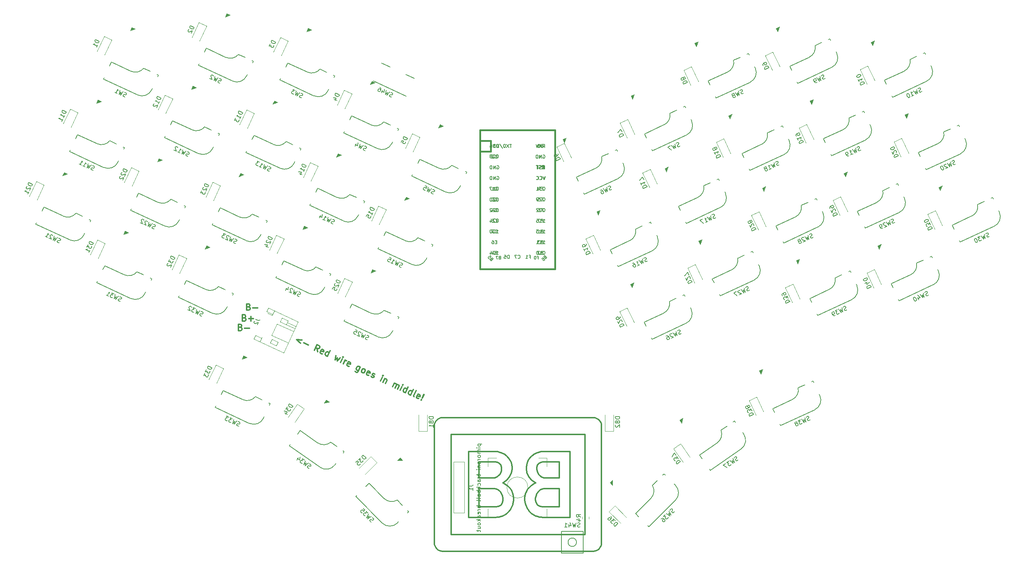
<source format=gbr>
%TF.GenerationSoftware,KiCad,Pcbnew,(5.1.10)-1*%
%TF.CreationDate,2021-12-17T13:55:30-08:00*%
%TF.ProjectId,barobord,6261726f-626f-4726-942e-6b696361645f,rev?*%
%TF.SameCoordinates,Original*%
%TF.FileFunction,Legend,Bot*%
%TF.FilePolarity,Positive*%
%FSLAX46Y46*%
G04 Gerber Fmt 4.6, Leading zero omitted, Abs format (unit mm)*
G04 Created by KiCad (PCBNEW (5.1.10)-1) date 2021-12-17 13:55:30*
%MOMM*%
%LPD*%
G01*
G04 APERTURE LIST*
%ADD10C,0.300000*%
%ADD11C,0.320000*%
%ADD12C,0.120000*%
%ADD13C,0.150000*%
%ADD14C,0.100000*%
%ADD15C,0.381000*%
G04 APERTURE END LIST*
D10*
X88662343Y-104139968D02*
X87445441Y-104045394D01*
X88300099Y-104916804D01*
X89128584Y-104830256D02*
X90164364Y-105313248D01*
X92382846Y-106978245D02*
X92231563Y-106119573D01*
X91606011Y-106616001D02*
X92239938Y-105256539D01*
X92757829Y-105498036D01*
X92857114Y-105623146D01*
X92891663Y-105718069D01*
X92896026Y-105877729D01*
X92805465Y-106071937D01*
X92680354Y-106171223D01*
X92585431Y-106205772D01*
X92425771Y-106210134D01*
X91907881Y-105968638D01*
X93513550Y-107426688D02*
X93353890Y-107431051D01*
X93094945Y-107310302D01*
X92995660Y-107185192D01*
X92991297Y-107025533D01*
X93232794Y-106507642D01*
X93357904Y-106408357D01*
X93517563Y-106403995D01*
X93776509Y-106524743D01*
X93875794Y-106649853D01*
X93880156Y-106809513D01*
X93819782Y-106938985D01*
X93112046Y-106766588D01*
X94713352Y-108064978D02*
X95347279Y-106705516D01*
X94743539Y-108000242D02*
X94583879Y-108004604D01*
X94324934Y-107883856D01*
X94225649Y-107758746D01*
X94191100Y-107663822D01*
X94186737Y-107504163D01*
X94367859Y-107115745D01*
X94492970Y-107016460D01*
X94587893Y-106981910D01*
X94747553Y-106977548D01*
X95006498Y-107098296D01*
X95105783Y-107223406D01*
X96689641Y-107883159D02*
X96525968Y-108910214D01*
X97086783Y-108383600D01*
X97043858Y-109151711D01*
X97725421Y-108366151D01*
X97820693Y-109513955D02*
X98243311Y-108607647D01*
X98454620Y-108154493D02*
X98359697Y-108189042D01*
X98394246Y-108283966D01*
X98489170Y-108249416D01*
X98454620Y-108154493D01*
X98394246Y-108283966D01*
X98468056Y-109815825D02*
X98890674Y-108909517D01*
X98769926Y-109168462D02*
X98895036Y-109069177D01*
X98989959Y-109034628D01*
X99149619Y-109030265D01*
X99279092Y-109090639D01*
X99857704Y-110385016D02*
X99698045Y-110389378D01*
X99439100Y-110268630D01*
X99339814Y-110143520D01*
X99335452Y-109983860D01*
X99576948Y-109465970D01*
X99702058Y-109366685D01*
X99861718Y-109362323D01*
X100120663Y-109483071D01*
X100219949Y-109608181D01*
X100224311Y-109767840D01*
X100163937Y-109897313D01*
X99456200Y-109724915D01*
X102515905Y-110599990D02*
X102002726Y-111700507D01*
X101877615Y-111799792D01*
X101782692Y-111834342D01*
X101623033Y-111838704D01*
X101428824Y-111748143D01*
X101329538Y-111623033D01*
X102123474Y-111441562D02*
X101963814Y-111445924D01*
X101704869Y-111325176D01*
X101605584Y-111200066D01*
X101571034Y-111105142D01*
X101566672Y-110945483D01*
X101747794Y-110557065D01*
X101872905Y-110457780D01*
X101967828Y-110423230D01*
X102127487Y-110418868D01*
X102386433Y-110539616D01*
X102485718Y-110664727D01*
X102934858Y-111898729D02*
X102835573Y-111773619D01*
X102801024Y-111678696D01*
X102796661Y-111519036D01*
X102977783Y-111130619D01*
X103102894Y-111031333D01*
X103197817Y-110996784D01*
X103357477Y-110992422D01*
X103551685Y-111082983D01*
X103650971Y-111208093D01*
X103685520Y-111303016D01*
X103689882Y-111462676D01*
X103508760Y-111851093D01*
X103383650Y-111950379D01*
X103288727Y-111984928D01*
X103129067Y-111989290D01*
X102934858Y-111898729D01*
X104518716Y-112558481D02*
X104359056Y-112562844D01*
X104100111Y-112442096D01*
X104000826Y-112316985D01*
X103996463Y-112157326D01*
X104237960Y-111639436D01*
X104363070Y-111540150D01*
X104522729Y-111535788D01*
X104781675Y-111656536D01*
X104880960Y-111781646D01*
X104885322Y-111941306D01*
X104824948Y-112070778D01*
X104117212Y-111898381D01*
X105101342Y-112830165D02*
X105200628Y-112955275D01*
X105459573Y-113076023D01*
X105619232Y-113071661D01*
X105744343Y-112972375D01*
X105774530Y-112907639D01*
X105770168Y-112747979D01*
X105670882Y-112622869D01*
X105476673Y-112532308D01*
X105377388Y-112407198D01*
X105373025Y-112247538D01*
X105403212Y-112182802D01*
X105528323Y-112083516D01*
X105687982Y-112079154D01*
X105882191Y-112169715D01*
X105981477Y-112294826D01*
X107272188Y-113921260D02*
X107694807Y-113014952D01*
X107906116Y-112561798D02*
X107811193Y-112596347D01*
X107845742Y-112691270D01*
X107940665Y-112656721D01*
X107906116Y-112561798D01*
X107845742Y-112691270D01*
X108342169Y-113316822D02*
X107919551Y-114223130D01*
X108281795Y-113446295D02*
X108376719Y-113411745D01*
X108536378Y-113407383D01*
X108730587Y-113497944D01*
X108829873Y-113623054D01*
X108834235Y-113782714D01*
X108502178Y-114494813D01*
X110185321Y-115279675D02*
X110607939Y-114373368D01*
X110547565Y-114502840D02*
X110642488Y-114468291D01*
X110802148Y-114463929D01*
X110996357Y-114554490D01*
X111095642Y-114679600D01*
X111100004Y-114839260D01*
X110767947Y-115551359D01*
X111100004Y-114839260D02*
X111225115Y-114739974D01*
X111384774Y-114735612D01*
X111578983Y-114826173D01*
X111678268Y-114951283D01*
X111682631Y-115110943D01*
X111350574Y-115823042D01*
X111997936Y-116124912D02*
X112420554Y-115218604D01*
X112631864Y-114765450D02*
X112536940Y-114800000D01*
X112571490Y-114894923D01*
X112666413Y-114860374D01*
X112631864Y-114765450D01*
X112571490Y-114894923D01*
X113227925Y-116698465D02*
X113861853Y-115339004D01*
X113258112Y-116633729D02*
X113098453Y-116638091D01*
X112839508Y-116517343D01*
X112740222Y-116392233D01*
X112705673Y-116297310D01*
X112701311Y-116137650D01*
X112882433Y-115749232D01*
X113007543Y-115649947D01*
X113102466Y-115615398D01*
X113262126Y-115611035D01*
X113521071Y-115731783D01*
X113620357Y-115856894D01*
X114457914Y-117272019D02*
X115091842Y-115912557D01*
X114488102Y-117207282D02*
X114328442Y-117211645D01*
X114069497Y-117090897D01*
X113970211Y-116965786D01*
X113935662Y-116870863D01*
X113931300Y-116711203D01*
X114112422Y-116322786D01*
X114237532Y-116223500D01*
X114332456Y-116188951D01*
X114492115Y-116184589D01*
X114751060Y-116305337D01*
X114850346Y-116430447D01*
X115299486Y-117664450D02*
X115200200Y-117539340D01*
X115195838Y-117379680D01*
X115739205Y-116214427D01*
X116365453Y-118082706D02*
X116205794Y-118087068D01*
X115946849Y-117966320D01*
X115847563Y-117841210D01*
X115843201Y-117681550D01*
X116084697Y-117163660D01*
X116209807Y-117064375D01*
X116369467Y-117060012D01*
X116628412Y-117180760D01*
X116727698Y-117305871D01*
X116732060Y-117465530D01*
X116671686Y-117595003D01*
X115963949Y-117422605D01*
X117043003Y-118319840D02*
X117077552Y-118414763D01*
X116982629Y-118449312D01*
X116948080Y-118354389D01*
X117043003Y-118319840D01*
X116982629Y-118449312D01*
X117224125Y-117931422D02*
X117521633Y-117124400D01*
X117616556Y-117089851D01*
X117651106Y-117184774D01*
X117224125Y-117931422D01*
X117616556Y-117089851D01*
X74072429Y-101132033D02*
X74286715Y-101203461D01*
X74358143Y-101274890D01*
X74429572Y-101417747D01*
X74429572Y-101632033D01*
X74358143Y-101774890D01*
X74286715Y-101846318D01*
X74143858Y-101917747D01*
X73572429Y-101917747D01*
X73572429Y-100417747D01*
X74072429Y-100417747D01*
X74215286Y-100489176D01*
X74286715Y-100560604D01*
X74358143Y-100703461D01*
X74358143Y-100846318D01*
X74286715Y-100989176D01*
X74215286Y-101060604D01*
X74072429Y-101132033D01*
X73572429Y-101132033D01*
X75072429Y-101346318D02*
X76215286Y-101346318D01*
X76012428Y-96292033D02*
X76226714Y-96363461D01*
X76298142Y-96434890D01*
X76369571Y-96577747D01*
X76369571Y-96792033D01*
X76298142Y-96934890D01*
X76226714Y-97006318D01*
X76083857Y-97077747D01*
X75512428Y-97077747D01*
X75512428Y-95577747D01*
X76012428Y-95577747D01*
X76155285Y-95649176D01*
X76226714Y-95720604D01*
X76298142Y-95863461D01*
X76298142Y-96006318D01*
X76226714Y-96149176D01*
X76155285Y-96220604D01*
X76012428Y-96292033D01*
X75512428Y-96292033D01*
X77012428Y-96506318D02*
X78155285Y-96506318D01*
X75032428Y-98902033D02*
X75246714Y-98973461D01*
X75318142Y-99044890D01*
X75389571Y-99187747D01*
X75389571Y-99402033D01*
X75318142Y-99544890D01*
X75246714Y-99616318D01*
X75103857Y-99687747D01*
X74532428Y-99687747D01*
X74532428Y-98187747D01*
X75032428Y-98187747D01*
X75175285Y-98259176D01*
X75246714Y-98330604D01*
X75318142Y-98473461D01*
X75318142Y-98616318D01*
X75246714Y-98759176D01*
X75175285Y-98830604D01*
X75032428Y-98902033D01*
X74532428Y-98902033D01*
X76032428Y-99116318D02*
X77175285Y-99116318D01*
X76603857Y-99687747D02*
X76603857Y-98544890D01*
D11*
X134398597Y-139501196D02*
X134189676Y-139487736D01*
X134481277Y-139505377D02*
X134430057Y-139505376D01*
X134635097Y-139528517D02*
X134481277Y-139505377D01*
X134430057Y-139505376D02*
X134398597Y-139501196D01*
X134189676Y-139487736D02*
X133930377Y-139481936D01*
X134875417Y-139599077D02*
X134832437Y-139583397D01*
X133679836Y-136949917D02*
X133799717Y-136949917D01*
X135940658Y-134001776D02*
X135619837Y-133503776D01*
X135905657Y-140454836D02*
X135736957Y-140223337D01*
X134958657Y-139630536D02*
X134875417Y-139599077D01*
X135197636Y-139754217D02*
X134958657Y-139630536D01*
X138204497Y-133011177D02*
X138259038Y-133132176D01*
X135484796Y-139962357D02*
X135197636Y-139754217D01*
X135736957Y-140223337D02*
X135484796Y-139962357D01*
X135953858Y-140536957D02*
X135905657Y-140454836D01*
X136375837Y-141780497D02*
X136270298Y-141222417D01*
X134523477Y-133105177D02*
X134336358Y-133105176D01*
X136375838Y-141966837D02*
X136375837Y-141780497D01*
X136047838Y-134833257D02*
X136047838Y-134699337D01*
X138118498Y-139508977D02*
X138227918Y-139669336D01*
X134336358Y-133105176D02*
X130702477Y-133105176D01*
X135084876Y-133204777D02*
X134523477Y-133105177D01*
X135546537Y-136149817D02*
X135824878Y-135719076D01*
X136328997Y-138122137D02*
X136535937Y-138219636D01*
X134523757Y-136879636D02*
X134574497Y-136863977D01*
X138259038Y-133132176D02*
X138450597Y-133767177D01*
X135262616Y-136444177D02*
X135546537Y-136149817D01*
X134160177Y-136932277D02*
X134472757Y-136891217D01*
X135101957Y-136570957D02*
X135156777Y-136527996D01*
X137290318Y-131768777D02*
X137387897Y-131854776D01*
X138532717Y-134581937D02*
X138532717Y-134850396D01*
X138737757Y-140712497D02*
X138907797Y-141617877D01*
X136651158Y-131288177D02*
X137192457Y-131678976D01*
X135774137Y-130873976D02*
X135906998Y-130924977D01*
X135156777Y-136527996D02*
X135262616Y-136444177D01*
X138227918Y-139669336D02*
X138341177Y-139829497D01*
X138394937Y-135655937D02*
X137981757Y-136604057D01*
X134834337Y-136744596D02*
X135101957Y-136570957D01*
X134574497Y-136863977D02*
X134834337Y-136744596D01*
X136047838Y-134699337D02*
X136047837Y-134524857D01*
X138149618Y-132889976D02*
X138204497Y-133011177D01*
X136585318Y-137974656D02*
X136328997Y-138122137D01*
X136535937Y-138219636D02*
X137425077Y-138801717D01*
X137192457Y-131678976D02*
X137290318Y-131768777D01*
X138532717Y-134378237D02*
X138532717Y-134581937D01*
X136039857Y-130975577D02*
X136651158Y-131288177D01*
X133799717Y-136949917D02*
X134160177Y-136932277D01*
X130702477Y-133105176D02*
X130702477Y-136949916D01*
X138907797Y-141617877D02*
X138907797Y-141919996D01*
X138341177Y-139829497D02*
X138737757Y-140712497D01*
X138532717Y-134850396D02*
X138394937Y-135655937D01*
X137425077Y-138801717D02*
X138118498Y-139508977D01*
X135074657Y-130696177D02*
X135774137Y-130873976D01*
X135991878Y-135235416D02*
X136047838Y-134833257D01*
X134397818Y-130619977D02*
X135074657Y-130696177D01*
X134472757Y-136891217D02*
X134523757Y-136879636D01*
X137981757Y-136604057D02*
X137293057Y-137425877D01*
X136270298Y-141222417D02*
X136024117Y-140646117D01*
X136024117Y-140646117D02*
X135953858Y-140536957D01*
X137387897Y-131854776D02*
X137811717Y-132336976D01*
X137811717Y-132336976D02*
X138149618Y-132889976D01*
X130702477Y-136949916D02*
X133679836Y-136949917D01*
X135619837Y-133503776D02*
X135084876Y-133204777D01*
X137293057Y-137425877D02*
X136585318Y-137974656D01*
X135906998Y-130924977D02*
X136039857Y-130975577D01*
X138450597Y-133767177D02*
X138532717Y-134378237D01*
X136047837Y-134524857D02*
X135940658Y-134001776D01*
X134832437Y-139583397D02*
X134635097Y-139528517D01*
X135824878Y-135719076D02*
X135991878Y-135235416D01*
X135321117Y-146233757D02*
X135219357Y-146249217D01*
X135901218Y-146104497D02*
X135426377Y-146214217D01*
X120062057Y-124482777D02*
X120102021Y-124182177D01*
X136305577Y-145979697D02*
X135901218Y-146104497D01*
X138688997Y-143291376D02*
X138239498Y-144268436D01*
X159749658Y-124482776D02*
X159749657Y-124583177D01*
X155780857Y-150380017D02*
X124030817Y-150380017D01*
X120935183Y-122936577D02*
X121272529Y-122754177D01*
X120641935Y-123178576D02*
X120935183Y-122936577D01*
X158165857Y-154308538D02*
X157865257Y-154348777D01*
X159593858Y-153138028D02*
X159411458Y-153475377D01*
X137817497Y-144868156D02*
X137461977Y-145249017D01*
X138239498Y-144268436D02*
X138181078Y-144358256D01*
X159709257Y-124182177D02*
X159749658Y-124482776D01*
X138907797Y-141919996D02*
X138907797Y-142236357D01*
X121645423Y-154308539D02*
X121272530Y-154193059D01*
X120102020Y-152765137D02*
X120062057Y-152464448D01*
X120935183Y-154010607D02*
X120641935Y-153768622D01*
X158876057Y-154010606D02*
X158538857Y-154193058D01*
X138907797Y-142236357D02*
X138751597Y-143080557D01*
X159749657Y-152364400D02*
X159749657Y-152464449D01*
X124030817Y-150380017D02*
X124030817Y-126567577D01*
X124030817Y-126567577D02*
X155780857Y-126567576D01*
X121946109Y-122598776D02*
X122046433Y-122598776D01*
X159411458Y-153475377D02*
X159169457Y-153768623D01*
X159749657Y-152464449D02*
X159709258Y-152765137D01*
X120062057Y-152464448D02*
X120062057Y-152364401D01*
X157765258Y-154348776D02*
X122046433Y-154348777D01*
X136375838Y-145952377D02*
X136305577Y-145979697D01*
X137384017Y-145319297D02*
X137309578Y-145385756D01*
X138720398Y-143186116D02*
X138688997Y-143291376D01*
X158538857Y-154193058D02*
X158165857Y-154308538D01*
X120062057Y-152364401D02*
X120062058Y-124583177D01*
X121272529Y-122754177D02*
X121645424Y-122638777D01*
X120217500Y-123809177D02*
X120399951Y-123471978D01*
X159709258Y-152765137D02*
X159593858Y-153138028D01*
X120399951Y-123471978D02*
X120641935Y-123178576D01*
X128217297Y-130619977D02*
X134172317Y-130619976D01*
X135219357Y-146249217D02*
X134433877Y-146327457D01*
X138126177Y-144448136D02*
X137817497Y-144868156D01*
X136469537Y-145913217D02*
X136375838Y-145952377D01*
X138751597Y-143080557D02*
X138720398Y-143186116D01*
X121946110Y-154348776D02*
X121645423Y-154308539D01*
X135426377Y-146214217D02*
X135321117Y-146233757D01*
X120062058Y-124583177D02*
X120062057Y-124482777D01*
X138181078Y-144358256D02*
X138126177Y-144448136D01*
X120399951Y-153475377D02*
X120217500Y-153138029D01*
X159169457Y-153768623D02*
X158876057Y-154010606D01*
X134172317Y-130619976D02*
X134397818Y-130619977D01*
X134172317Y-146327457D02*
X128217297Y-146327457D01*
X121645424Y-122638777D02*
X121946109Y-122598776D01*
X136909097Y-145676796D02*
X136469537Y-145913217D01*
X120102021Y-124182177D02*
X120217500Y-123809177D01*
X121272530Y-154193059D02*
X120935183Y-154010607D01*
X155780857Y-126567576D02*
X155780857Y-150380017D01*
X120641935Y-153768622D02*
X120399951Y-153475377D01*
X159749657Y-124583177D02*
X159749657Y-152364400D01*
X157865257Y-154348777D02*
X157765258Y-154348776D01*
X128217297Y-146327457D02*
X128217297Y-130619977D01*
X137309578Y-145385756D02*
X136909097Y-145676796D01*
X134433877Y-146327457D02*
X134172317Y-146327457D01*
X120217500Y-153138029D02*
X120102020Y-152765137D01*
X137461977Y-145249017D02*
X137384017Y-145319297D01*
X122046433Y-154348777D02*
X121946110Y-154348776D01*
X144544057Y-140454556D02*
X144496058Y-140536677D01*
X135294357Y-143681137D02*
X135895156Y-143338236D01*
X144194057Y-142766937D02*
X144554457Y-143338237D01*
X141542057Y-141919997D02*
X141542057Y-141617876D01*
X144179458Y-141222416D02*
X144074058Y-141780496D01*
X144402257Y-134524856D02*
X144402257Y-134699337D01*
X145968656Y-139505376D02*
X145814858Y-139528517D01*
X149747457Y-139481936D02*
X146606058Y-139481937D01*
X144964858Y-139962357D02*
X144712657Y-140223056D01*
X144712657Y-140223056D02*
X144544057Y-140454556D01*
X146289458Y-136932276D02*
X146649857Y-136949916D01*
X145926257Y-133104977D02*
X145364858Y-133204376D01*
X144402257Y-134699337D02*
X144402258Y-134833256D01*
X144496058Y-140536677D02*
X144425458Y-140646117D01*
X146051057Y-139501197D02*
X146019856Y-139505376D01*
X149747457Y-133104977D02*
X146113657Y-133104977D01*
X149747457Y-136949917D02*
X149747457Y-133104977D01*
X146113657Y-133104977D02*
X145926257Y-133104977D01*
X145926257Y-136879636D02*
X145976857Y-136891217D01*
X145875257Y-136863976D02*
X145926257Y-136879636D01*
X144425458Y-140646117D02*
X144179458Y-141222416D01*
X145491058Y-139630537D02*
X145252057Y-139754217D01*
X145996458Y-143795496D02*
X149747457Y-143795496D01*
X144074057Y-142166656D02*
X144194057Y-142766937D01*
X130702478Y-143795497D02*
X134453477Y-143795496D01*
X145617457Y-139583398D02*
X145574457Y-139599076D01*
X146770057Y-136949916D02*
X149747457Y-136949917D01*
X145293058Y-136527997D02*
X145347658Y-136570957D01*
X149747457Y-143795496D02*
X149747457Y-139481936D01*
X135895156Y-143338236D02*
X136255678Y-142766937D01*
X142108458Y-139829496D02*
X142222057Y-139669337D01*
X144509258Y-134001776D02*
X144402257Y-134524856D01*
X145364858Y-133204376D02*
X144830057Y-133503577D01*
X145347658Y-136570957D02*
X145615257Y-136744597D01*
X146649857Y-136949916D02*
X146770057Y-136949916D01*
X145786257Y-143795497D02*
X145996458Y-143795496D01*
X144074057Y-141966837D02*
X144074057Y-142166656D01*
X141711857Y-140712497D02*
X142108458Y-139829496D01*
X141542057Y-141617876D02*
X141711857Y-140712497D01*
X144074058Y-141780496D02*
X144074057Y-141966837D01*
X144830057Y-133503577D02*
X144509258Y-134001776D01*
X145814858Y-139528517D02*
X145617457Y-139583398D01*
X145187057Y-136444177D02*
X145293058Y-136527997D01*
X144903057Y-136149817D02*
X145187057Y-136444177D01*
X144457857Y-135235417D02*
X144624857Y-135719076D01*
X136255678Y-142766937D02*
X136375837Y-142166657D01*
X134663458Y-143795497D02*
X135294357Y-143681137D01*
X145252057Y-139754217D02*
X144964858Y-139962357D01*
X145574457Y-139599076D02*
X145491058Y-139630537D01*
X144554457Y-143338237D02*
X145155258Y-143681136D01*
X146519457Y-139481936D02*
X146260258Y-139487737D01*
X146260258Y-139487737D02*
X146051057Y-139501197D01*
X133844097Y-139481937D02*
X130702477Y-139481937D01*
X136375837Y-142166657D02*
X136375838Y-141966837D01*
X133930377Y-139481936D02*
X133844097Y-139481937D01*
X146019856Y-139505376D02*
X145968656Y-139505376D01*
X145155258Y-143681136D02*
X145786257Y-143795497D01*
X130702477Y-139481937D02*
X130702478Y-143795497D01*
X144402258Y-134833256D02*
X144457857Y-135235417D01*
X145976857Y-136891217D02*
X146289458Y-136932276D01*
X145615257Y-136744597D02*
X145875257Y-136863976D01*
X146606058Y-139481937D02*
X146519457Y-139481936D01*
X134453477Y-143795496D02*
X134663458Y-143795497D01*
X144624857Y-135719076D02*
X144903057Y-136149817D01*
X158165857Y-122638777D02*
X158538857Y-122754177D01*
X157865258Y-122598777D02*
X158165857Y-122638777D01*
X159411457Y-123471978D02*
X159593857Y-123809176D01*
X157765258Y-122598777D02*
X157865258Y-122598777D01*
X158538857Y-122754177D02*
X158876057Y-122936577D01*
X159169457Y-123178577D02*
X159411457Y-123471978D01*
X158876057Y-122936577D02*
X159169457Y-123178577D01*
X122046433Y-122598776D02*
X157765258Y-122598777D01*
X143798457Y-131288177D02*
X144410057Y-130975577D01*
X142190658Y-133132177D02*
X142245458Y-133011177D01*
X143540457Y-145676797D02*
X143140057Y-145385756D01*
X142637858Y-132336977D02*
X143061857Y-131854577D01*
X141698058Y-143080557D02*
X141542058Y-142209896D01*
X143156657Y-137425876D02*
X142467857Y-136604056D01*
X143061857Y-131854577D02*
X143159657Y-131768777D01*
X142300058Y-132889977D02*
X142637858Y-132336977D01*
X145023457Y-146214217D02*
X144548657Y-146104497D01*
X143913658Y-138219637D02*
X144120857Y-138122137D01*
X145375257Y-130696176D02*
X146052056Y-130619977D01*
X141729457Y-143186117D02*
X141698058Y-143080557D01*
X141760657Y-143291377D02*
X141729457Y-143186117D01*
X144542857Y-130924977D02*
X144675657Y-130873976D01*
X152232657Y-130619977D02*
X152232658Y-146327456D01*
X145990657Y-146327457D02*
X145230657Y-146249217D01*
X142632057Y-144868156D02*
X142323457Y-144448137D01*
X144144457Y-145979697D02*
X144074057Y-145952377D01*
X141542058Y-142209896D02*
X141542057Y-141919997D01*
X141917257Y-134850616D02*
X141917258Y-134582216D01*
X142210057Y-144268157D02*
X141760657Y-143291377D01*
X142467857Y-136604056D02*
X142054658Y-135655936D01*
X142987657Y-145249017D02*
X142632057Y-144868156D01*
X142268857Y-144358256D02*
X142210057Y-144268157D01*
X143065858Y-145319297D02*
X142987657Y-145249017D01*
X146277857Y-130619976D02*
X152232657Y-130619977D01*
X144548657Y-146104497D02*
X144144457Y-145979697D01*
X143024857Y-138801718D02*
X143913658Y-138219637D01*
X144120857Y-138122137D02*
X143864258Y-137974656D01*
X146277857Y-146327457D02*
X145990657Y-146327457D01*
X141917257Y-134378237D02*
X141999058Y-133767177D01*
X152232658Y-146327456D02*
X146277857Y-146327457D01*
X142222057Y-139669337D02*
X142331457Y-139508977D01*
X146052056Y-130619977D02*
X146277857Y-130619976D01*
X144410057Y-130975577D02*
X144542857Y-130924977D01*
X143159657Y-131768777D02*
X143257257Y-131678977D01*
X141917258Y-134582216D02*
X141917257Y-134378237D01*
X142054658Y-135655936D02*
X141917257Y-134850616D01*
X143864258Y-137974656D02*
X143156657Y-137425876D01*
X143140057Y-145385756D02*
X143065858Y-145319297D01*
X142323457Y-144448137D02*
X142268857Y-144358256D01*
X145129058Y-146233756D02*
X145023457Y-146214217D01*
X144675657Y-130873976D02*
X145375257Y-130696176D01*
X144074057Y-145952377D02*
X143980057Y-145913217D01*
X143980057Y-145913217D02*
X143540457Y-145676797D01*
X142331457Y-139508977D02*
X143024857Y-138801718D01*
X143257257Y-131678977D02*
X143798457Y-131288177D01*
X142245458Y-133011177D02*
X142300058Y-132889977D01*
X141999058Y-133767177D02*
X142190658Y-133132177D01*
X145230657Y-146249217D02*
X145129058Y-146233756D01*
X159593857Y-123809176D02*
X159709257Y-124182177D01*
D12*
%TO.C,J2*%
X81634192Y-98298919D02*
X81752525Y-98045153D01*
X81752525Y-98045153D02*
X80302432Y-97368963D01*
X80302432Y-97368963D02*
X80691241Y-96535160D01*
X80691241Y-96535160D02*
X87778568Y-99840035D01*
X87778568Y-99840035D02*
X84346908Y-107199254D01*
X84346908Y-107199254D02*
X77259581Y-103894380D01*
X77259581Y-103894380D02*
X77648390Y-103060576D01*
X77648390Y-103060576D02*
X79098482Y-103736766D01*
X79098482Y-103736766D02*
X79216815Y-103482999D01*
X86696665Y-102160183D02*
X82745163Y-100317567D01*
X82745163Y-100317567D02*
X81477309Y-103036491D01*
X81477309Y-103036491D02*
X85428811Y-104879106D01*
X82141334Y-97211350D02*
X81752525Y-98045153D01*
X78709673Y-104570569D02*
X79098482Y-103736766D01*
X83959030Y-98897523D02*
X85409123Y-99573712D01*
X85409123Y-99573712D02*
X84986504Y-100480020D01*
X84986504Y-100480020D02*
X83536412Y-99803830D01*
X83536412Y-99803830D02*
X83959030Y-98897523D01*
X81169750Y-104879154D02*
X82619842Y-105555343D01*
X82619842Y-105555343D02*
X83042460Y-104649035D01*
X83042460Y-104649035D02*
X81592368Y-103972846D01*
X81592368Y-103972846D02*
X81169750Y-104879154D01*
X84986504Y-100480020D02*
X87034760Y-101435137D01*
X85197814Y-100026866D02*
X87246069Y-100981983D01*
X81634192Y-98298919D02*
X80533028Y-97785438D01*
D13*
%TO.C,SW29*%
X230156589Y-67374258D02*
X229995571Y-67028954D01*
X220870941Y-74506806D02*
X220441561Y-73585998D01*
X220441561Y-73585998D02*
X225045604Y-71439097D01*
X226473806Y-68671181D02*
X228038853Y-67941387D01*
X229650268Y-67189972D02*
X229995571Y-67028954D01*
X231605747Y-70481987D02*
X231444729Y-70136684D01*
X230377175Y-73857459D02*
X222320099Y-77614536D01*
X222320099Y-77614536D02*
X222159081Y-77269232D01*
X226465793Y-68653998D02*
G75*
G02*
X225045604Y-71439097I-2493639J-483077D01*
G01*
X231605746Y-70481988D02*
G75*
G02*
X230377175Y-73857459I-2302021J-1073450D01*
G01*
%TO.C,SW9*%
X214097095Y-32934564D02*
X213936077Y-32589260D01*
X204811447Y-40067112D02*
X204382067Y-39146304D01*
X204382067Y-39146304D02*
X208986110Y-36999403D01*
X210414312Y-34231487D02*
X211979359Y-33501693D01*
X213590774Y-32750278D02*
X213936077Y-32589260D01*
X215546253Y-36042293D02*
X215385235Y-35696990D01*
X214317681Y-39417765D02*
X206260605Y-43174842D01*
X206260605Y-43174842D02*
X206099587Y-42829538D01*
X210406299Y-34214304D02*
G75*
G02*
X208986110Y-36999403I-2493639J-483077D01*
G01*
X215546252Y-36042294D02*
G75*
G02*
X214317681Y-39417765I-2302021J-1073450D01*
G01*
%TO.C,SW46*%
X105622328Y-42582062D02*
X113416575Y-46216579D01*
X107566372Y-38413046D02*
X109560249Y-39342806D01*
X113276111Y-41075541D02*
X115360619Y-42047563D01*
D14*
%TO.C,D56*%
G36*
X113006144Y-70986891D02*
G01*
X114202177Y-70551570D01*
X113386500Y-70171214D01*
X113006144Y-70986891D01*
G37*
X113006144Y-70986891D02*
X114202177Y-70551570D01*
X113386500Y-70171214D01*
X113006144Y-70986891D01*
D15*
%TO.C,U2*%
X148683857Y-87291176D02*
X148683857Y-54271176D01*
X130903857Y-87291176D02*
X148683857Y-87291176D01*
X130903857Y-54271176D02*
X130903857Y-87291176D01*
X148683857Y-54271176D02*
X130903857Y-54271176D01*
%TO.C,U1*%
X133443857Y-59351176D02*
X130903857Y-59351176D01*
X133443857Y-56811176D02*
X133443857Y-59351176D01*
D13*
G36*
X145838492Y-63100206D02*
G01*
X145838492Y-63200206D01*
X145938492Y-63200206D01*
X145938492Y-63100206D01*
X145838492Y-63100206D01*
G37*
X145838492Y-63100206D02*
X145838492Y-63200206D01*
X145938492Y-63200206D01*
X145938492Y-63100206D01*
X145838492Y-63100206D01*
G36*
X146038492Y-62700206D02*
G01*
X146038492Y-63500206D01*
X146138492Y-63500206D01*
X146138492Y-62700206D01*
X146038492Y-62700206D01*
G37*
X146038492Y-62700206D02*
X146038492Y-63500206D01*
X146138492Y-63500206D01*
X146138492Y-62700206D01*
X146038492Y-62700206D01*
G36*
X145638492Y-63300206D02*
G01*
X145638492Y-63500206D01*
X145738492Y-63500206D01*
X145738492Y-63300206D01*
X145638492Y-63300206D01*
G37*
X145638492Y-63300206D02*
X145638492Y-63500206D01*
X145738492Y-63500206D01*
X145738492Y-63300206D01*
X145638492Y-63300206D01*
G36*
X145638492Y-62700206D02*
G01*
X145638492Y-63000206D01*
X145738492Y-63000206D01*
X145738492Y-62700206D01*
X145638492Y-62700206D01*
G37*
X145638492Y-62700206D02*
X145638492Y-63000206D01*
X145738492Y-63000206D01*
X145738492Y-62700206D01*
X145638492Y-62700206D01*
G36*
X145638492Y-62700206D02*
G01*
X145638492Y-62800206D01*
X146138492Y-62800206D01*
X146138492Y-62700206D01*
X145638492Y-62700206D01*
G37*
X145638492Y-62700206D02*
X145638492Y-62800206D01*
X146138492Y-62800206D01*
X146138492Y-62700206D01*
X145638492Y-62700206D01*
D15*
X148683857Y-87291176D02*
X148683857Y-54271176D01*
X130903857Y-87291176D02*
X148683857Y-87291176D01*
X130903857Y-54271176D02*
X130903857Y-87291176D01*
X148683857Y-54271176D02*
X130903857Y-54271176D01*
X133443857Y-56811176D02*
X130903857Y-56811176D01*
D14*
%TO.C,D59*%
G36*
X93914488Y-119121567D02*
G01*
X95167943Y-118900549D01*
X94430706Y-118384331D01*
X93914488Y-119121567D01*
G37*
X93914488Y-119121567D02*
X95167943Y-118900549D01*
X94430706Y-118384331D01*
X93914488Y-119121567D01*
D12*
%TO.C,D82*%
X162593857Y-125859176D02*
X160593857Y-125859176D01*
X160593857Y-125859176D02*
X160593857Y-121959176D01*
X162593857Y-125859176D02*
X162593857Y-121959176D01*
%TO.C,D81*%
X118393857Y-125859176D02*
X116393857Y-125859176D01*
X116393857Y-125859176D02*
X116393857Y-121959176D01*
X118393857Y-125859176D02*
X118393857Y-121959176D01*
%TO.C,J1*%
X124693857Y-133109177D02*
X124693857Y-133309177D01*
X127193857Y-133109177D02*
X124693857Y-133109177D01*
X127193857Y-145209177D02*
X127193857Y-133109177D01*
X124693857Y-145209177D02*
X127193857Y-145209177D01*
X124693857Y-133309177D02*
X124693857Y-145209177D01*
X142293857Y-139209177D02*
G75*
G03*
X142293857Y-139209177I-2500000J0D01*
G01*
X132793857Y-146209177D02*
X134793857Y-146209177D01*
X132793857Y-146209177D02*
X132793857Y-144209177D01*
X146793857Y-146209177D02*
X145793857Y-146209177D01*
X145793857Y-146209177D02*
X144793857Y-146209177D01*
X144793857Y-146209177D02*
X146793857Y-146209177D01*
X146793857Y-146209177D02*
X146793857Y-144209177D01*
X132793857Y-132209177D02*
X132793857Y-134209177D01*
X132793857Y-134209177D02*
X132793857Y-132209177D01*
X132793857Y-132209177D02*
X134793857Y-132209177D01*
X146793857Y-132209177D02*
X146793857Y-134209177D01*
X146793857Y-134209177D02*
X146793857Y-132209177D01*
X146793857Y-132209177D02*
X144793857Y-132209177D01*
D14*
%TO.C,D57*%
G36*
X104976397Y-88206738D02*
G01*
X106172430Y-87771417D01*
X105356753Y-87391061D01*
X104976397Y-88206738D01*
G37*
X104976397Y-88206738D02*
X106172430Y-87771417D01*
X105356753Y-87391061D01*
X104976397Y-88206738D01*
%TO.C,D45*%
G36*
X54373401Y-61851728D02*
G01*
X55569434Y-61416407D01*
X54753757Y-61036051D01*
X54373401Y-61851728D01*
G37*
X54373401Y-61851728D02*
X55569434Y-61416407D01*
X54753757Y-61036051D01*
X54373401Y-61851728D01*
%TO.C,D65*%
G36*
X158963401Y-74536884D02*
G01*
X159398721Y-73340851D01*
X158583044Y-73721207D01*
X158963401Y-74536884D01*
G37*
X158963401Y-74536884D02*
X159398721Y-73340851D01*
X158583044Y-73721207D01*
X158963401Y-74536884D01*
%TO.C,D53*%
G36*
X96842842Y-60691374D02*
G01*
X98038875Y-60256053D01*
X97223198Y-59875697D01*
X96842842Y-60691374D01*
G37*
X96842842Y-60691374D02*
X98038875Y-60256053D01*
X97223198Y-59875697D01*
X96842842Y-60691374D01*
%TO.C,D52*%
G36*
X88813095Y-77911222D02*
G01*
X90009128Y-77475901D01*
X89193451Y-77095545D01*
X88813095Y-77911222D01*
G37*
X88813095Y-77911222D02*
X90009128Y-77475901D01*
X89193451Y-77095545D01*
X88813095Y-77911222D01*
%TO.C,D54*%
G36*
X104872589Y-43471527D02*
G01*
X106068622Y-43036206D01*
X105252945Y-42655850D01*
X104872589Y-43471527D01*
G37*
X104872589Y-43471527D02*
X106068622Y-43036206D01*
X105252945Y-42655850D01*
X104872589Y-43471527D01*
D13*
%TO.C,SW24*%
X95375743Y-88801004D02*
X95536761Y-88455700D01*
X83943195Y-86272499D02*
X84372575Y-85351690D01*
X84372575Y-85351690D02*
X88976619Y-87498591D01*
X92014996Y-86813474D02*
X93580042Y-87543268D01*
X95191458Y-88294683D02*
X95536761Y-88455700D01*
X93926585Y-91908733D02*
X94087603Y-91563430D01*
X90551113Y-93137304D02*
X82494037Y-89380228D01*
X82494037Y-89380228D02*
X82655054Y-89034925D01*
X92023008Y-86796291D02*
G75*
G02*
X88976619Y-87498591I-1972939J1599722D01*
G01*
X93926584Y-91908733D02*
G75*
G02*
X90551113Y-93137304I-2302021J1073450D01*
G01*
%TO.C,SW4*%
X111435237Y-54361309D02*
X111596255Y-54016005D01*
X100002689Y-51832804D02*
X100432069Y-50911995D01*
X100432069Y-50911995D02*
X105036113Y-53058896D01*
X108074490Y-52373779D02*
X109639536Y-53103573D01*
X111250952Y-53854988D02*
X111596255Y-54016005D01*
X109986079Y-57469038D02*
X110147097Y-57123735D01*
X106610607Y-58697609D02*
X98553531Y-54940533D01*
X98553531Y-54940533D02*
X98714548Y-54595230D01*
X108082502Y-52356596D02*
G75*
G02*
X105036113Y-53058896I-1972939J1599722D01*
G01*
X109986078Y-57469038D02*
G75*
G02*
X106610607Y-58697609I-2302021J1073450D01*
G01*
%TO.C,SW14*%
X103405490Y-71581156D02*
X103566508Y-71235852D01*
X91972942Y-69052651D02*
X92402322Y-68131842D01*
X92402322Y-68131842D02*
X97006366Y-70278743D01*
X100044743Y-69593626D02*
X101609789Y-70323420D01*
X103221205Y-71074835D02*
X103566508Y-71235852D01*
X101956332Y-74688885D02*
X102117350Y-74343582D01*
X98580860Y-75917456D02*
X90523784Y-72160380D01*
X90523784Y-72160380D02*
X90684801Y-71815077D01*
X100052755Y-69576443D02*
G75*
G02*
X97006366Y-70278743I-1972939J1599722D01*
G01*
X101956331Y-74688885D02*
G75*
G02*
X98580860Y-75917456I-2302021J1073450D01*
G01*
%TO.C,SW34*%
X98486444Y-130985501D02*
X98704976Y-130673404D01*
X87666652Y-126510168D02*
X88249405Y-125677910D01*
X88249405Y-125677910D02*
X92410698Y-128591678D01*
X95521884Y-128444579D02*
X96936427Y-129435052D01*
X98392880Y-130454871D02*
X98704976Y-130673404D01*
X96519650Y-133794373D02*
X96738183Y-133482276D01*
X92982120Y-134418135D02*
X85699858Y-129319041D01*
X85699858Y-129319041D02*
X85918391Y-129006944D01*
X95532759Y-128429048D02*
G75*
G02*
X92410698Y-128591678I-1665177J1918016D01*
G01*
X96519650Y-133794373D02*
G75*
G02*
X92982120Y-134418135I-2080646J1456884D01*
G01*
%TO.C,SW7*%
X179657400Y-48994057D02*
X179496382Y-48648753D01*
X170371752Y-56126605D02*
X169942372Y-55205797D01*
X169942372Y-55205797D02*
X174546415Y-53058896D01*
X175974617Y-50290980D02*
X177539664Y-49561186D01*
X179151079Y-48809771D02*
X179496382Y-48648753D01*
X181106558Y-52101786D02*
X180945540Y-51756483D01*
X179877986Y-55477258D02*
X171820910Y-59234335D01*
X171820910Y-59234335D02*
X171659892Y-58889031D01*
X175966604Y-50273797D02*
G75*
G02*
X174546415Y-53058896I-2493639J-483077D01*
G01*
X181106557Y-52101787D02*
G75*
G02*
X179877986Y-55477258I-2302021J-1073450D01*
G01*
%TO.C,SW40*%
X238186335Y-84594105D02*
X238025317Y-84248801D01*
X228900687Y-91726653D02*
X228471307Y-90805845D01*
X228471307Y-90805845D02*
X233075350Y-88658944D01*
X234503552Y-85891028D02*
X236068599Y-85161234D01*
X237680014Y-84409819D02*
X238025317Y-84248801D01*
X239635493Y-87701834D02*
X239474475Y-87356531D01*
X238406921Y-91077306D02*
X230349845Y-94834383D01*
X230349845Y-94834383D02*
X230188827Y-94489079D01*
X234495539Y-85873845D02*
G75*
G02*
X233075350Y-88658944I-2493639J-483077D01*
G01*
X239635492Y-87701835D02*
G75*
G02*
X238406921Y-91077306I-2302021J-1073450D01*
G01*
%TO.C,SW39*%
X218853398Y-88092312D02*
X218692380Y-87747008D01*
X209567750Y-95224860D02*
X209138370Y-94304052D01*
X209138370Y-94304052D02*
X213742413Y-92157151D01*
X215170615Y-89389235D02*
X216735662Y-88659441D01*
X218347077Y-87908026D02*
X218692380Y-87747008D01*
X220302556Y-91200041D02*
X220141538Y-90854738D01*
X219073984Y-94575513D02*
X211016908Y-98332590D01*
X211016908Y-98332590D02*
X210855890Y-97987286D01*
X215162602Y-89372052D02*
G75*
G02*
X213742413Y-92157151I-2493639J-483077D01*
G01*
X220302555Y-91200042D02*
G75*
G02*
X219073984Y-94575513I-2302021J-1073450D01*
G01*
%TO.C,SW38*%
X210085914Y-114248215D02*
X209924896Y-113902911D01*
X200800266Y-121380763D02*
X200370886Y-120459955D01*
X200370886Y-120459955D02*
X204974929Y-118313054D01*
X206403131Y-115545138D02*
X207968178Y-114815344D01*
X209579593Y-114063929D02*
X209924896Y-113902911D01*
X211535072Y-117355944D02*
X211374054Y-117010641D01*
X210306500Y-120731416D02*
X202249424Y-124488493D01*
X202249424Y-124488493D02*
X202088406Y-124143189D01*
X206395118Y-115527955D02*
G75*
G02*
X204974929Y-118313054I-2493639J-483077D01*
G01*
X211535071Y-117355945D02*
G75*
G02*
X210306500Y-120731416I-2302021J-1073450D01*
G01*
%TO.C,SW37*%
X191499315Y-123701079D02*
X191280783Y-123388982D01*
X183593291Y-132337704D02*
X183010538Y-131505445D01*
X183010538Y-131505445D02*
X187171830Y-128591677D01*
X188097690Y-125617807D02*
X189512233Y-124627334D01*
X190968686Y-123607515D02*
X191280783Y-123388982D01*
X193466109Y-126509951D02*
X193247576Y-126197855D01*
X192842347Y-130047482D02*
X185560085Y-135146576D01*
X185560085Y-135146576D02*
X185341552Y-134834479D01*
X188086816Y-125602277D02*
G75*
G02*
X187171830Y-128591677I-2371870J-908754D01*
G01*
X193466109Y-126509952D02*
G75*
G02*
X192842347Y-130047482I-2080646J-1456884D01*
G01*
%TO.C,SW36*%
X174836564Y-136237863D02*
X174567156Y-135968456D01*
X168550384Y-146116145D02*
X167831964Y-145397725D01*
X167831964Y-145397725D02*
X171424066Y-141805622D01*
X171819453Y-138716158D02*
X173040512Y-137495099D01*
X174297748Y-136237863D02*
X174567156Y-135968456D01*
X177261233Y-138662533D02*
X176991825Y-138393125D01*
X177261233Y-142254635D02*
X170975053Y-148540814D01*
X170975053Y-148540814D02*
X170705646Y-148271407D01*
X171806047Y-138702752D02*
G75*
G02*
X171424066Y-141805622I-2178032J-1306819D01*
G01*
X177261232Y-138662532D02*
G75*
G02*
X177261233Y-142254635I-1796051J-1796052D01*
G01*
%TO.C,SW35*%
X113726222Y-145218120D02*
X113995629Y-144948712D01*
X103847940Y-138931940D02*
X104566360Y-138213520D01*
X104566360Y-138213520D02*
X108158463Y-141805622D01*
X111247927Y-142201009D02*
X112468986Y-143422068D01*
X113726222Y-144679304D02*
X113995629Y-144948712D01*
X111301552Y-147642789D02*
X111570960Y-147373381D01*
X107709450Y-147642789D02*
X101423271Y-141356609D01*
X101423271Y-141356609D02*
X101692678Y-141087202D01*
X111261333Y-142187603D02*
G75*
G02*
X108158463Y-141805622I-1306819J2178032D01*
G01*
X111301553Y-147642788D02*
G75*
G02*
X107709450Y-147642789I-1796052J1796051D01*
G01*
%TO.C,SW33*%
X81006723Y-119615468D02*
X81167741Y-119270164D01*
X69574175Y-117086963D02*
X70003555Y-116166154D01*
X70003555Y-116166154D02*
X74607599Y-118313055D01*
X77645976Y-117627938D02*
X79211022Y-118357732D01*
X80822438Y-119109147D02*
X81167741Y-119270164D01*
X79557565Y-122723197D02*
X79718583Y-122377894D01*
X76182093Y-123951768D02*
X68125017Y-120194692D01*
X68125017Y-120194692D02*
X68286034Y-119849389D01*
X77653988Y-117610755D02*
G75*
G02*
X74607599Y-118313055I-1972939J1599722D01*
G01*
X79557564Y-122723197D02*
G75*
G02*
X76182093Y-123951768I-2302021J1073450D01*
G01*
%TO.C,SW32*%
X72239240Y-93459565D02*
X72400258Y-93114261D01*
X60806692Y-90931060D02*
X61236072Y-90010251D01*
X61236072Y-90010251D02*
X65840116Y-92157152D01*
X68878493Y-91472035D02*
X70443539Y-92201829D01*
X72054955Y-92953244D02*
X72400258Y-93114261D01*
X70790082Y-96567294D02*
X70951100Y-96221991D01*
X67414610Y-97795865D02*
X59357534Y-94038789D01*
X59357534Y-94038789D02*
X59518551Y-93693486D01*
X68886505Y-91454852D02*
G75*
G02*
X65840116Y-92157152I-1972939J1599722D01*
G01*
X70790081Y-96567294D02*
G75*
G02*
X67414610Y-97795865I-2302021J1073450D01*
G01*
%TO.C,SW31*%
X52906303Y-89961357D02*
X53067321Y-89616053D01*
X41473755Y-87432852D02*
X41903135Y-86512043D01*
X41903135Y-86512043D02*
X46507179Y-88658944D01*
X49545556Y-87973827D02*
X51110602Y-88703621D01*
X52722018Y-89455036D02*
X53067321Y-89616053D01*
X51457145Y-93069086D02*
X51618163Y-92723783D01*
X48081673Y-94297657D02*
X40024597Y-90540581D01*
X40024597Y-90540581D02*
X40185614Y-90195278D01*
X49553568Y-87956644D02*
G75*
G02*
X46507179Y-88658944I-1972939J1599722D01*
G01*
X51457144Y-93069086D02*
G75*
G02*
X48081673Y-94297657I-2302021J1073450D01*
G01*
%TO.C,SW30*%
X252659163Y-70673357D02*
X252498145Y-70328053D01*
X243373515Y-77805905D02*
X242944135Y-76885097D01*
X242944135Y-76885097D02*
X247548178Y-74738196D01*
X248976380Y-71970280D02*
X250541427Y-71240486D01*
X252152842Y-70489071D02*
X252498145Y-70328053D01*
X254108321Y-73781086D02*
X253947303Y-73435783D01*
X252879749Y-77156558D02*
X244822673Y-80913635D01*
X244822673Y-80913635D02*
X244661655Y-80568331D01*
X248968367Y-71953097D02*
G75*
G02*
X247548178Y-74738196I-2493639J-483077D01*
G01*
X254108320Y-73781087D02*
G75*
G02*
X252879749Y-77156558I-2302021J-1073450D01*
G01*
%TO.C,SW28*%
X210823650Y-70872466D02*
X210662632Y-70527162D01*
X201538002Y-78005014D02*
X201108622Y-77084206D01*
X201108622Y-77084206D02*
X205712665Y-74937305D01*
X207140867Y-72169389D02*
X208705914Y-71439595D01*
X210317329Y-70688180D02*
X210662632Y-70527162D01*
X212272808Y-73980195D02*
X212111790Y-73634892D01*
X211044236Y-77355667D02*
X202987160Y-81112744D01*
X202987160Y-81112744D02*
X202826142Y-80767440D01*
X207132854Y-72152206D02*
G75*
G02*
X205712665Y-74937305I-2493639J-483077D01*
G01*
X212272807Y-73980196D02*
G75*
G02*
X211044236Y-77355667I-2302021J-1073450D01*
G01*
%TO.C,SW27*%
X195716894Y-83433751D02*
X195555876Y-83088447D01*
X186431246Y-90566299D02*
X186001866Y-89645491D01*
X186001866Y-89645491D02*
X190605909Y-87498590D01*
X192034111Y-84730674D02*
X193599158Y-84000880D01*
X195210573Y-83249465D02*
X195555876Y-83088447D01*
X197166052Y-86541480D02*
X197005034Y-86196177D01*
X195937480Y-89916952D02*
X187880404Y-93674029D01*
X187880404Y-93674029D02*
X187719386Y-93328725D01*
X192026098Y-84713491D02*
G75*
G02*
X190605909Y-87498590I-2493639J-483077D01*
G01*
X197166051Y-86541481D02*
G75*
G02*
X195937480Y-89916952I-2302021J-1073450D01*
G01*
%TO.C,SW26*%
X179553592Y-93729268D02*
X179392574Y-93383964D01*
X170267944Y-100861816D02*
X169838564Y-99941008D01*
X169838564Y-99941008D02*
X174442607Y-97794107D01*
X175870809Y-95026191D02*
X177435856Y-94296397D01*
X179047271Y-93544982D02*
X179392574Y-93383964D01*
X181002750Y-96836997D02*
X180841732Y-96491694D01*
X179774178Y-100212469D02*
X171717102Y-103969546D01*
X171717102Y-103969546D02*
X171556084Y-103624242D01*
X175862796Y-95009008D02*
G75*
G02*
X174442607Y-97794107I-2493639J-483077D01*
G01*
X181002749Y-96836998D02*
G75*
G02*
X179774178Y-100212469I-2302021J-1073450D01*
G01*
%TO.C,SW25*%
X111539045Y-99096520D02*
X111700063Y-98751216D01*
X100106497Y-96568015D02*
X100535877Y-95647206D01*
X100535877Y-95647206D02*
X105139921Y-97794107D01*
X108178298Y-97108990D02*
X109743344Y-97838784D01*
X111354760Y-98590199D02*
X111700063Y-98751216D01*
X110089887Y-102204249D02*
X110250905Y-101858946D01*
X106714415Y-103432820D02*
X98657339Y-99675744D01*
X98657339Y-99675744D02*
X98818356Y-99330441D01*
X108186310Y-97091807D02*
G75*
G02*
X105139921Y-97794107I-1972939J1599722D01*
G01*
X110089886Y-102204249D02*
G75*
G02*
X106714415Y-103432820I-2302021J1073450D01*
G01*
%TO.C,SW23*%
X80268987Y-76239717D02*
X80430005Y-75894413D01*
X68836439Y-73711212D02*
X69265819Y-72790403D01*
X69265819Y-72790403D02*
X73869863Y-74937304D01*
X76908240Y-74252187D02*
X78473286Y-74981981D01*
X80084702Y-75733396D02*
X80430005Y-75894413D01*
X78819829Y-79347446D02*
X78980847Y-79002143D01*
X75444357Y-80576017D02*
X67387281Y-76818941D01*
X67387281Y-76818941D02*
X67548298Y-76473638D01*
X76916252Y-74235004D02*
G75*
G02*
X73869863Y-74937304I-1972939J1599722D01*
G01*
X78819828Y-79347446D02*
G75*
G02*
X75444357Y-80576017I-2302021J1073450D01*
G01*
%TO.C,SW22*%
X60936049Y-72741510D02*
X61097067Y-72396206D01*
X49503501Y-70213005D02*
X49932881Y-69292196D01*
X49932881Y-69292196D02*
X54536925Y-71439097D01*
X57575302Y-70753980D02*
X59140348Y-71483774D01*
X60751764Y-72235189D02*
X61097067Y-72396206D01*
X59486891Y-75849239D02*
X59647909Y-75503936D01*
X56111419Y-77077810D02*
X48054343Y-73320734D01*
X48054343Y-73320734D02*
X48215360Y-72975431D01*
X57583314Y-70736797D02*
G75*
G02*
X54536925Y-71439097I-1972939J1599722D01*
G01*
X59486890Y-75849239D02*
G75*
G02*
X56111419Y-77077810I-2302021J1073450D01*
G01*
%TO.C,SW21*%
X38433474Y-76040609D02*
X38594492Y-75695305D01*
X27000926Y-73512104D02*
X27430306Y-72591295D01*
X27430306Y-72591295D02*
X32034350Y-74738196D01*
X35072727Y-74053079D02*
X36637773Y-74782873D01*
X38249189Y-75534288D02*
X38594492Y-75695305D01*
X36984316Y-79148338D02*
X37145334Y-78803035D01*
X33608844Y-80376909D02*
X25551768Y-76619833D01*
X25551768Y-76619833D02*
X25712785Y-76274530D01*
X35080739Y-74035896D02*
G75*
G02*
X32034350Y-74738196I-1972939J1599722D01*
G01*
X36984315Y-79148338D02*
G75*
G02*
X33608844Y-80376909I-2302021J1073450D01*
G01*
%TO.C,SW20*%
X244629416Y-53453510D02*
X244468398Y-53108206D01*
X235343768Y-60586058D02*
X234914388Y-59665250D01*
X234914388Y-59665250D02*
X239518431Y-57518349D01*
X240946633Y-54750433D02*
X242511680Y-54020639D01*
X244123095Y-53269224D02*
X244468398Y-53108206D01*
X246078574Y-56561239D02*
X245917556Y-56215936D01*
X244850002Y-59936711D02*
X236792926Y-63693788D01*
X236792926Y-63693788D02*
X236631908Y-63348484D01*
X240938620Y-54733250D02*
G75*
G02*
X239518431Y-57518349I-2493639J-483077D01*
G01*
X246078573Y-56561240D02*
G75*
G02*
X244850002Y-59936711I-2302021J-1073450D01*
G01*
%TO.C,SW19*%
X222126842Y-50154411D02*
X221965824Y-49809107D01*
X212841194Y-57286959D02*
X212411814Y-56366151D01*
X212411814Y-56366151D02*
X217015857Y-54219250D01*
X218444059Y-51451334D02*
X220009106Y-50721540D01*
X221620521Y-49970125D02*
X221965824Y-49809107D01*
X223576000Y-53262140D02*
X223414982Y-52916837D01*
X222347428Y-56637612D02*
X214290352Y-60394689D01*
X214290352Y-60394689D02*
X214129334Y-60049385D01*
X218436046Y-51434151D02*
G75*
G02*
X217015857Y-54219250I-2493639J-483077D01*
G01*
X223575999Y-53262141D02*
G75*
G02*
X222347428Y-56637612I-2302021J-1073450D01*
G01*
%TO.C,SW18*%
X202793903Y-53652619D02*
X202632885Y-53307315D01*
X193508255Y-60785167D02*
X193078875Y-59864359D01*
X193078875Y-59864359D02*
X197682918Y-57717458D01*
X199111120Y-54949542D02*
X200676167Y-54219748D01*
X202287582Y-53468333D02*
X202632885Y-53307315D01*
X204243061Y-56760348D02*
X204082043Y-56415045D01*
X203014489Y-60135820D02*
X194957413Y-63892897D01*
X194957413Y-63892897D02*
X194796395Y-63547593D01*
X199103107Y-54932359D02*
G75*
G02*
X197682918Y-57717458I-2493639J-483077D01*
G01*
X204243060Y-56760349D02*
G75*
G02*
X203014489Y-60135820I-2302021J-1073450D01*
G01*
%TO.C,SW17*%
X187687148Y-66213903D02*
X187526130Y-65868599D01*
X178401500Y-73346451D02*
X177972120Y-72425643D01*
X177972120Y-72425643D02*
X182576163Y-70278742D01*
X184004365Y-67510826D02*
X185569412Y-66781032D01*
X187180827Y-66029617D02*
X187526130Y-65868599D01*
X189136306Y-69321632D02*
X188975288Y-68976329D01*
X187907734Y-72697104D02*
X179850658Y-76454181D01*
X179850658Y-76454181D02*
X179689640Y-76108877D01*
X183996352Y-67493643D02*
G75*
G02*
X182576163Y-70278742I-2493639J-483077D01*
G01*
X189136305Y-69321633D02*
G75*
G02*
X187907734Y-72697104I-2302021J-1073450D01*
G01*
%TO.C,SW16*%
X171523847Y-76509421D02*
X171362829Y-76164117D01*
X162238199Y-83641969D02*
X161808819Y-82721161D01*
X161808819Y-82721161D02*
X166412862Y-80574260D01*
X167841064Y-77806344D02*
X169406111Y-77076550D01*
X171017526Y-76325135D02*
X171362829Y-76164117D01*
X172973005Y-79617150D02*
X172811987Y-79271847D01*
X171744433Y-82992622D02*
X163687357Y-86749699D01*
X163687357Y-86749699D02*
X163526339Y-86404395D01*
X167833051Y-77789161D02*
G75*
G02*
X166412862Y-80574260I-2493639J-483077D01*
G01*
X172973004Y-79617151D02*
G75*
G02*
X171744433Y-82992622I-2302021J-1073450D01*
G01*
%TO.C,SW15*%
X119568792Y-81876673D02*
X119729810Y-81531369D01*
X108136244Y-79348168D02*
X108565624Y-78427359D01*
X108565624Y-78427359D02*
X113169668Y-80574260D01*
X116208045Y-79889143D02*
X117773091Y-80618937D01*
X119384507Y-81370352D02*
X119729810Y-81531369D01*
X118119634Y-84984402D02*
X118280652Y-84639099D01*
X114744162Y-86212973D02*
X106687086Y-82455897D01*
X106687086Y-82455897D02*
X106848103Y-82110594D01*
X116216057Y-79871960D02*
G75*
G02*
X113169668Y-80574260I-1972939J1599722D01*
G01*
X118119633Y-84984402D02*
G75*
G02*
X114744162Y-86212973I-2302021J1073450D01*
G01*
%TO.C,SW13*%
X88298734Y-59019870D02*
X88459752Y-58674566D01*
X76866186Y-56491365D02*
X77295566Y-55570556D01*
X77295566Y-55570556D02*
X81899610Y-57717457D01*
X84937987Y-57032340D02*
X86503033Y-57762134D01*
X88114449Y-58513549D02*
X88459752Y-58674566D01*
X86849576Y-62127599D02*
X87010594Y-61782296D01*
X83474104Y-63356170D02*
X75417028Y-59599094D01*
X75417028Y-59599094D02*
X75578045Y-59253791D01*
X84945999Y-57015157D02*
G75*
G02*
X81899610Y-57717457I-1972939J1599722D01*
G01*
X86849575Y-62127599D02*
G75*
G02*
X83474104Y-63356170I-2302021J1073450D01*
G01*
%TO.C,SW12*%
X68965797Y-55521663D02*
X69126815Y-55176359D01*
X57533249Y-52993158D02*
X57962629Y-52072349D01*
X57962629Y-52072349D02*
X62566673Y-54219250D01*
X65605050Y-53534133D02*
X67170096Y-54263927D01*
X68781512Y-55015342D02*
X69126815Y-55176359D01*
X67516639Y-58629392D02*
X67677657Y-58284089D01*
X64141167Y-59857963D02*
X56084091Y-56100887D01*
X56084091Y-56100887D02*
X56245108Y-55755584D01*
X65613062Y-53516950D02*
G75*
G02*
X62566673Y-54219250I-1972939J1599722D01*
G01*
X67516638Y-58629392D02*
G75*
G02*
X64141167Y-59857963I-2302021J1073450D01*
G01*
%TO.C,SW11*%
X46463222Y-58820763D02*
X46624240Y-58475459D01*
X35030674Y-56292258D02*
X35460054Y-55371449D01*
X35460054Y-55371449D02*
X40064098Y-57518350D01*
X43102475Y-56833233D02*
X44667521Y-57563027D01*
X46278937Y-58314442D02*
X46624240Y-58475459D01*
X45014064Y-61928492D02*
X45175082Y-61583189D01*
X41638592Y-63157063D02*
X33581516Y-59399987D01*
X33581516Y-59399987D02*
X33742533Y-59054684D01*
X43110487Y-56816050D02*
G75*
G02*
X40064098Y-57518350I-1972939J1599722D01*
G01*
X45014063Y-61928492D02*
G75*
G02*
X41638592Y-63157063I-2302021J1073450D01*
G01*
%TO.C,SW10*%
X236599669Y-36233663D02*
X236438651Y-35888359D01*
X227314021Y-43366211D02*
X226884641Y-42445403D01*
X226884641Y-42445403D02*
X231488684Y-40298502D01*
X232916886Y-37530586D02*
X234481933Y-36800792D01*
X236093348Y-36049377D02*
X236438651Y-35888359D01*
X238048827Y-39341392D02*
X237887809Y-38996089D01*
X236820255Y-42716864D02*
X228763179Y-46473941D01*
X228763179Y-46473941D02*
X228602161Y-46128637D01*
X232908873Y-37513403D02*
G75*
G02*
X231488684Y-40298502I-2493639J-483077D01*
G01*
X238048826Y-39341393D02*
G75*
G02*
X236820255Y-42716864I-2302021J-1073450D01*
G01*
%TO.C,SW8*%
X194764157Y-36432771D02*
X194603139Y-36087467D01*
X185478509Y-43565319D02*
X185049129Y-42644511D01*
X185049129Y-42644511D02*
X189653172Y-40497610D01*
X191081374Y-37729694D02*
X192646421Y-36999900D01*
X194257836Y-36248485D02*
X194603139Y-36087467D01*
X196213315Y-39540500D02*
X196052297Y-39195197D01*
X194984743Y-42915972D02*
X186927667Y-46673049D01*
X186927667Y-46673049D02*
X186766649Y-46327745D01*
X191073361Y-37712511D02*
G75*
G02*
X189653172Y-40497610I-2493639J-483077D01*
G01*
X196213314Y-39540501D02*
G75*
G02*
X194984743Y-42915972I-2302021J-1073450D01*
G01*
%TO.C,SW6*%
X163494100Y-59289574D02*
X163333082Y-58944270D01*
X154208452Y-66422122D02*
X153779072Y-65501314D01*
X153779072Y-65501314D02*
X158383115Y-63354413D01*
X159811317Y-60586497D02*
X161376364Y-59856703D01*
X162987779Y-59105288D02*
X163333082Y-58944270D01*
X164943258Y-62397303D02*
X164782240Y-62052000D01*
X163714686Y-65772775D02*
X155657610Y-69529852D01*
X155657610Y-69529852D02*
X155496592Y-69184548D01*
X159803304Y-60569314D02*
G75*
G02*
X158383115Y-63354413I-2493639J-483077D01*
G01*
X164943257Y-62397304D02*
G75*
G02*
X163714686Y-65772775I-2302021J-1073450D01*
G01*
%TO.C,SW5*%
X127598538Y-64656826D02*
X127759556Y-64311522D01*
X116165990Y-62128321D02*
X116595370Y-61207512D01*
X116595370Y-61207512D02*
X121199414Y-63354413D01*
X124237791Y-62669296D02*
X125802837Y-63399090D01*
X127414253Y-64150505D02*
X127759556Y-64311522D01*
X126149380Y-67764555D02*
X126310398Y-67419252D01*
X122773908Y-68993126D02*
X114716832Y-65236050D01*
X114716832Y-65236050D02*
X114877849Y-64890747D01*
X124245803Y-62652113D02*
G75*
G02*
X121199414Y-63354413I-1972939J1599722D01*
G01*
X126149379Y-67764555D02*
G75*
G02*
X122773908Y-68993126I-2302021J1073450D01*
G01*
%TO.C,SW3*%
X96328481Y-41800024D02*
X96489499Y-41454720D01*
X84895933Y-39271519D02*
X85325313Y-38350710D01*
X85325313Y-38350710D02*
X89929357Y-40497611D01*
X92967734Y-39812494D02*
X94532780Y-40542288D01*
X96144196Y-41293703D02*
X96489499Y-41454720D01*
X94879323Y-44907753D02*
X95040341Y-44562450D01*
X91503851Y-46136324D02*
X83446775Y-42379248D01*
X83446775Y-42379248D02*
X83607792Y-42033945D01*
X92975746Y-39795311D02*
G75*
G02*
X89929357Y-40497611I-1972939J1599722D01*
G01*
X94879322Y-44907753D02*
G75*
G02*
X91503851Y-46136324I-2302021J1073450D01*
G01*
%TO.C,SW2*%
X76995543Y-38301816D02*
X77156561Y-37956512D01*
X65562995Y-35773311D02*
X65992375Y-34852502D01*
X65992375Y-34852502D02*
X70596419Y-36999403D01*
X73634796Y-36314286D02*
X75199842Y-37044080D01*
X76811258Y-37795495D02*
X77156561Y-37956512D01*
X75546385Y-41409545D02*
X75707403Y-41064242D01*
X72170913Y-42638116D02*
X64113837Y-38881040D01*
X64113837Y-38881040D02*
X64274854Y-38535737D01*
X73642808Y-36297103D02*
G75*
G02*
X70596419Y-36999403I-1972939J1599722D01*
G01*
X75546384Y-41409545D02*
G75*
G02*
X72170913Y-42638116I-2302021J1073450D01*
G01*
%TO.C,SW1*%
X54492968Y-41600916D02*
X54653986Y-41255612D01*
X43060420Y-39072411D02*
X43489800Y-38151602D01*
X43489800Y-38151602D02*
X48093844Y-40298503D01*
X51132221Y-39613386D02*
X52697267Y-40343180D01*
X54308683Y-41094595D02*
X54653986Y-41255612D01*
X53043810Y-44708645D02*
X53204828Y-44363342D01*
X49668338Y-45937216D02*
X41611262Y-42180140D01*
X41611262Y-42180140D02*
X41772279Y-41834837D01*
X51140233Y-39596203D02*
G75*
G02*
X48093844Y-40298503I-1972939J1599722D01*
G01*
X53043809Y-44708645D02*
G75*
G02*
X49668338Y-45937216I-2302021J1073450D01*
G01*
%TO.C,SW41*%
X153798015Y-152209572D02*
G75*
G03*
X153798015Y-152209572I-1000000J0D01*
G01*
X150198015Y-149609572D02*
X150198015Y-154809572D01*
X155398015Y-149609572D02*
X150198015Y-149609572D01*
X155398015Y-154809572D02*
X155398015Y-149609572D01*
X150198015Y-154809572D02*
X155398015Y-154809572D01*
D12*
%TO.C,R4*%
X155263015Y-146182508D02*
X155263015Y-146636636D01*
X156733015Y-146182508D02*
X156733015Y-146636636D01*
D14*
%TO.C,D77*%
G36*
X225625889Y-82621568D02*
G01*
X226061209Y-81425535D01*
X225245532Y-81805891D01*
X225625889Y-82621568D01*
G37*
X225625889Y-82621568D02*
X226061209Y-81425535D01*
X225245532Y-81805891D01*
X225625889Y-82621568D01*
%TO.C,D70*%
G36*
X206292952Y-86119775D02*
G01*
X206728272Y-84923742D01*
X205912595Y-85304098D01*
X206292952Y-86119775D01*
G37*
X206292952Y-86119775D02*
X206728272Y-84923742D01*
X205912595Y-85304098D01*
X206292952Y-86119775D01*
%TO.C,D63*%
G36*
X197525468Y-112275678D02*
G01*
X197960788Y-111079645D01*
X197145111Y-111460001D01*
X197525468Y-112275678D01*
G37*
X197525468Y-112275678D02*
X197960788Y-111079645D01*
X197145111Y-111460001D01*
X197525468Y-112275678D01*
%TO.C,D62*%
G36*
X178787163Y-123939608D02*
G01*
X179008181Y-122686153D01*
X178270944Y-123202372D01*
X178787163Y-123939608D01*
G37*
X178787163Y-123939608D02*
X179008181Y-122686153D01*
X178270944Y-123202372D01*
X178787163Y-123939608D01*
%TO.C,D61*%
G36*
X162358958Y-138680211D02*
G01*
X162358958Y-137407419D01*
X161722562Y-138043815D01*
X162358958Y-138680211D01*
G37*
X162358958Y-138680211D02*
X162358958Y-137407419D01*
X161722562Y-138043815D01*
X162358958Y-138680211D01*
%TO.C,D60*%
G36*
X111283874Y-132740514D02*
G01*
X112556666Y-132740514D01*
X111920270Y-132104118D01*
X111283874Y-132740514D01*
G37*
X111283874Y-132740514D02*
X112556666Y-132740514D01*
X111920270Y-132104118D01*
X111283874Y-132740514D01*
%TO.C,D58*%
G36*
X74444075Y-108725686D02*
G01*
X75640108Y-108290365D01*
X74824431Y-107910009D01*
X74444075Y-108725686D01*
G37*
X74444075Y-108725686D02*
X75640108Y-108290365D01*
X74824431Y-107910009D01*
X74444075Y-108725686D01*
%TO.C,D51*%
G36*
X65676592Y-82569783D02*
G01*
X66872625Y-82134462D01*
X66056948Y-81754106D01*
X65676592Y-82569783D01*
G37*
X65676592Y-82569783D02*
X66872625Y-82134462D01*
X66056948Y-81754106D01*
X65676592Y-82569783D01*
%TO.C,D44*%
G36*
X46343655Y-79071575D02*
G01*
X47539688Y-78636254D01*
X46724011Y-78255898D01*
X46343655Y-79071575D01*
G37*
X46343655Y-79071575D02*
X47539688Y-78636254D01*
X46724011Y-78255898D01*
X46343655Y-79071575D01*
%TO.C,D78*%
G36*
X240098717Y-68700820D02*
G01*
X240534037Y-67504787D01*
X239718360Y-67885143D01*
X240098717Y-68700820D01*
G37*
X240098717Y-68700820D02*
X240534037Y-67504787D01*
X239718360Y-67885143D01*
X240098717Y-68700820D01*
%TO.C,D76*%
G36*
X217596143Y-65401721D02*
G01*
X218031463Y-64205688D01*
X217215786Y-64586044D01*
X217596143Y-65401721D01*
G37*
X217596143Y-65401721D02*
X218031463Y-64205688D01*
X217215786Y-64586044D01*
X217596143Y-65401721D01*
%TO.C,D71*%
G36*
X198263204Y-68899929D02*
G01*
X198698524Y-67703896D01*
X197882847Y-68084252D01*
X198263204Y-68899929D01*
G37*
X198263204Y-68899929D02*
X198698524Y-67703896D01*
X197882847Y-68084252D01*
X198263204Y-68899929D01*
%TO.C,D69*%
G36*
X183156448Y-81461214D02*
G01*
X183591768Y-80265181D01*
X182776091Y-80645537D01*
X183156448Y-81461214D01*
G37*
X183156448Y-81461214D02*
X183591768Y-80265181D01*
X182776091Y-80645537D01*
X183156448Y-81461214D01*
%TO.C,D64*%
G36*
X166993146Y-91756731D02*
G01*
X167428466Y-90560698D01*
X166612789Y-90941054D01*
X166993146Y-91756731D01*
G37*
X166993146Y-91756731D02*
X167428466Y-90560698D01*
X166612789Y-90941054D01*
X166993146Y-91756731D01*
%TO.C,D50*%
G36*
X73706339Y-65349935D02*
G01*
X74902372Y-64914614D01*
X74086695Y-64534258D01*
X73706339Y-65349935D01*
G37*
X73706339Y-65349935D02*
X74902372Y-64914614D01*
X74086695Y-64534258D01*
X73706339Y-65349935D01*
%TO.C,D43*%
G36*
X31870826Y-65150827D02*
G01*
X33066859Y-64715506D01*
X32251182Y-64335150D01*
X31870826Y-65150827D01*
G37*
X31870826Y-65150827D02*
X33066859Y-64715506D01*
X32251182Y-64335150D01*
X31870826Y-65150827D01*
%TO.C,D79*%
G36*
X232068970Y-51480973D02*
G01*
X232504290Y-50284940D01*
X231688613Y-50665296D01*
X232068970Y-51480973D01*
G37*
X232068970Y-51480973D02*
X232504290Y-50284940D01*
X231688613Y-50665296D01*
X232068970Y-51480973D01*
%TO.C,D75*%
G36*
X209566396Y-48181874D02*
G01*
X210001716Y-46985841D01*
X209186039Y-47366197D01*
X209566396Y-48181874D01*
G37*
X209566396Y-48181874D02*
X210001716Y-46985841D01*
X209186039Y-47366197D01*
X209566396Y-48181874D01*
%TO.C,D72*%
G36*
X190233457Y-51680082D02*
G01*
X190668777Y-50484049D01*
X189853100Y-50864405D01*
X190233457Y-51680082D01*
G37*
X190233457Y-51680082D02*
X190668777Y-50484049D01*
X189853100Y-50864405D01*
X190233457Y-51680082D01*
%TO.C,D68*%
G36*
X175126702Y-64241366D02*
G01*
X175562022Y-63045333D01*
X174746345Y-63425689D01*
X175126702Y-64241366D01*
G37*
X175126702Y-64241366D02*
X175562022Y-63045333D01*
X174746345Y-63425689D01*
X175126702Y-64241366D01*
%TO.C,D49*%
G36*
X81736086Y-48130088D02*
G01*
X82932119Y-47694767D01*
X82116442Y-47314411D01*
X81736086Y-48130088D01*
G37*
X81736086Y-48130088D02*
X82932119Y-47694767D01*
X82116442Y-47314411D01*
X81736086Y-48130088D01*
%TO.C,D46*%
G36*
X62403149Y-44631881D02*
G01*
X63599182Y-44196560D01*
X62783505Y-43816204D01*
X62403149Y-44631881D01*
G37*
X62403149Y-44631881D02*
X63599182Y-44196560D01*
X62783505Y-43816204D01*
X62403149Y-44631881D01*
%TO.C,D42*%
G36*
X39900574Y-47930981D02*
G01*
X41096607Y-47495660D01*
X40280930Y-47115304D01*
X39900574Y-47930981D01*
G37*
X39900574Y-47930981D02*
X41096607Y-47495660D01*
X40280930Y-47115304D01*
X39900574Y-47930981D01*
%TO.C,D80*%
G36*
X224039223Y-34261126D02*
G01*
X224474543Y-33065093D01*
X223658866Y-33445449D01*
X224039223Y-34261126D01*
G37*
X224039223Y-34261126D02*
X224474543Y-33065093D01*
X223658866Y-33445449D01*
X224039223Y-34261126D01*
%TO.C,D74*%
G36*
X201536649Y-30962027D02*
G01*
X201971969Y-29765994D01*
X201156292Y-30146350D01*
X201536649Y-30962027D01*
G37*
X201536649Y-30962027D02*
X201971969Y-29765994D01*
X201156292Y-30146350D01*
X201536649Y-30962027D01*
%TO.C,D73*%
G36*
X182203711Y-34460234D02*
G01*
X182639031Y-33264201D01*
X181823354Y-33644557D01*
X182203711Y-34460234D01*
G37*
X182203711Y-34460234D02*
X182639031Y-33264201D01*
X181823354Y-33644557D01*
X182203711Y-34460234D01*
%TO.C,D67*%
G36*
X167096954Y-47021520D02*
G01*
X167532274Y-45825487D01*
X166716597Y-46205843D01*
X167096954Y-47021520D01*
G37*
X167096954Y-47021520D02*
X167532274Y-45825487D01*
X166716597Y-46205843D01*
X167096954Y-47021520D01*
%TO.C,D66*%
G36*
X150933654Y-57317037D02*
G01*
X151368974Y-56121004D01*
X150553297Y-56501360D01*
X150933654Y-57317037D01*
G37*
X150933654Y-57317037D02*
X151368974Y-56121004D01*
X150553297Y-56501360D01*
X150933654Y-57317037D01*
%TO.C,D55*%
G36*
X121035890Y-53767044D02*
G01*
X122231923Y-53331723D01*
X121416246Y-52951367D01*
X121035890Y-53767044D01*
G37*
X121035890Y-53767044D02*
X122231923Y-53331723D01*
X121416246Y-52951367D01*
X121035890Y-53767044D01*
%TO.C,D48*%
G36*
X89765833Y-30910242D02*
G01*
X90961866Y-30474921D01*
X90146189Y-30094565D01*
X89765833Y-30910242D01*
G37*
X89765833Y-30910242D02*
X90961866Y-30474921D01*
X90146189Y-30094565D01*
X89765833Y-30910242D01*
%TO.C,D47*%
G36*
X70432895Y-27412034D02*
G01*
X71628928Y-26976713D01*
X70813251Y-26596357D01*
X70432895Y-27412034D01*
G37*
X70432895Y-27412034D02*
X71628928Y-26976713D01*
X70813251Y-26596357D01*
X70432895Y-27412034D01*
%TO.C,D41*%
G36*
X47930320Y-30711134D02*
G01*
X49126353Y-30275813D01*
X48310676Y-29895457D01*
X47930320Y-30711134D01*
G37*
X47930320Y-30711134D02*
X49126353Y-30275813D01*
X48310676Y-29895457D01*
X47930320Y-30711134D01*
D12*
%TO.C,D40*%
X222667662Y-88226948D02*
X224480278Y-87381711D01*
X224480278Y-87381711D02*
X226128489Y-90916312D01*
X222667662Y-88226948D02*
X224315873Y-91761548D01*
%TO.C,D39*%
X203334725Y-91725156D02*
X205147341Y-90879919D01*
X205147341Y-90879919D02*
X206795552Y-94414520D01*
X203334725Y-91725156D02*
X204982936Y-95259756D01*
%TO.C,D38*%
X194731058Y-118516802D02*
X196543674Y-117671565D01*
X196543674Y-117671565D02*
X198191885Y-121206166D01*
X194731058Y-118516802D02*
X196379269Y-122051402D01*
%TO.C,D37*%
X176847244Y-129973521D02*
X178485548Y-128826368D01*
X178485548Y-128826368D02*
X180722496Y-132021061D01*
X176847244Y-129973521D02*
X179084192Y-133168214D01*
%TO.C,D36*%
X161496287Y-144959319D02*
X162910501Y-143545105D01*
X162910501Y-143545105D02*
X165668217Y-146302821D01*
X161496287Y-144959319D02*
X164254003Y-147717035D01*
%TO.C,D35*%
X105004766Y-131877844D02*
X106418980Y-133292058D01*
X106418980Y-133292058D02*
X103661264Y-136049774D01*
X105004766Y-131877844D02*
X102247050Y-134635560D01*
%TO.C,D34*%
X87580974Y-119362357D02*
X89219278Y-120509510D01*
X89219278Y-120509510D02*
X86982330Y-123704203D01*
X87580974Y-119362357D02*
X85344026Y-122557050D01*
%TO.C,D33*%
X68248593Y-110062621D02*
X70061209Y-110907858D01*
X70061209Y-110907858D02*
X68412998Y-114442458D01*
X68248593Y-110062621D02*
X66600382Y-113597222D01*
%TO.C,D32*%
X59481110Y-83906718D02*
X61293726Y-84751955D01*
X61293726Y-84751955D02*
X59645515Y-88286555D01*
X59481110Y-83906718D02*
X57832899Y-87441319D01*
%TO.C,D31*%
X40148172Y-80408511D02*
X41960788Y-81253748D01*
X41960788Y-81253748D02*
X40312577Y-84788348D01*
X40148172Y-80408511D02*
X38499961Y-83943112D01*
%TO.C,D30*%
X237140491Y-74306201D02*
X238953107Y-73460964D01*
X238953107Y-73460964D02*
X240601318Y-76995565D01*
X237140491Y-74306201D02*
X238788702Y-77840801D01*
%TO.C,D29*%
X214637915Y-71007101D02*
X216450531Y-70161864D01*
X216450531Y-70161864D02*
X218098742Y-73696465D01*
X214637915Y-71007101D02*
X216286126Y-74541701D01*
%TO.C,D28*%
X195304977Y-74505309D02*
X197117593Y-73660072D01*
X197117593Y-73660072D02*
X198765804Y-77194673D01*
X195304977Y-74505309D02*
X196953188Y-78039909D01*
%TO.C,D27*%
X180198221Y-87066596D02*
X182010837Y-86221359D01*
X182010837Y-86221359D02*
X183659048Y-89755960D01*
X180198221Y-87066596D02*
X181846432Y-90601196D01*
%TO.C,D26*%
X164034919Y-97362111D02*
X165847535Y-96516874D01*
X165847535Y-96516874D02*
X167495746Y-100051475D01*
X164034919Y-97362111D02*
X165683130Y-100896711D01*
%TO.C,D25*%
X98780916Y-89543674D02*
X100593532Y-90388911D01*
X100593532Y-90388911D02*
X98945321Y-93923511D01*
X98780916Y-89543674D02*
X97132705Y-93078275D01*
%TO.C,D24*%
X82617613Y-79248157D02*
X84430229Y-80093394D01*
X84430229Y-80093394D02*
X82782018Y-83627994D01*
X82617613Y-79248157D02*
X80969402Y-82782758D01*
%TO.C,D23*%
X67510858Y-66686872D02*
X69323474Y-67532109D01*
X69323474Y-67532109D02*
X67675263Y-71066709D01*
X67510858Y-66686872D02*
X65862647Y-70221473D01*
%TO.C,D22*%
X48177920Y-63188663D02*
X49990536Y-64033900D01*
X49990536Y-64033900D02*
X48342325Y-67568500D01*
X48177920Y-63188663D02*
X46529709Y-66723264D01*
%TO.C,D21*%
X25675344Y-66487764D02*
X27487960Y-67333001D01*
X27487960Y-67333001D02*
X25839749Y-70867601D01*
X25675344Y-66487764D02*
X24027133Y-70022365D01*
%TO.C,D20*%
X229110744Y-57086354D02*
X230923360Y-56241117D01*
X230923360Y-56241117D02*
X232571571Y-59775718D01*
X229110744Y-57086354D02*
X230758955Y-60620954D01*
%TO.C,D19*%
X206608169Y-53787253D02*
X208420785Y-52942016D01*
X208420785Y-52942016D02*
X210068996Y-56476617D01*
X206608169Y-53787253D02*
X208256380Y-57321853D01*
%TO.C,D18*%
X186936659Y-57192603D02*
X188749275Y-56347366D01*
X188749275Y-56347366D02*
X190397486Y-59881967D01*
X186936659Y-57192603D02*
X188584870Y-60727203D01*
%TO.C,D17*%
X169483458Y-64414802D02*
X171296074Y-63569565D01*
X171296074Y-63569565D02*
X172944285Y-67104166D01*
X169483458Y-64414802D02*
X171131669Y-67949402D01*
%TO.C,D16*%
X156005175Y-80142263D02*
X157817791Y-79297026D01*
X157817791Y-79297026D02*
X159466002Y-82831627D01*
X156005175Y-80142263D02*
X157653386Y-83676863D01*
%TO.C,D15*%
X106810661Y-72323826D02*
X108623277Y-73169063D01*
X108623277Y-73169063D02*
X106975066Y-76703663D01*
X106810661Y-72323826D02*
X105162450Y-75858427D01*
%TO.C,D14*%
X90647361Y-62028308D02*
X92459977Y-62873545D01*
X92459977Y-62873545D02*
X90811766Y-66408145D01*
X90647361Y-62028308D02*
X88999150Y-65562909D01*
%TO.C,D13*%
X75540604Y-49467025D02*
X77353220Y-50312262D01*
X77353220Y-50312262D02*
X75705009Y-53846862D01*
X75540604Y-49467025D02*
X73892393Y-53001626D01*
%TO.C,D12*%
X56207666Y-45968816D02*
X58020282Y-46814053D01*
X58020282Y-46814053D02*
X56372071Y-50348653D01*
X56207666Y-45968816D02*
X54559455Y-49503417D01*
%TO.C,D11*%
X33705091Y-49267916D02*
X35517707Y-50113153D01*
X35517707Y-50113153D02*
X33869496Y-53647753D01*
X33705091Y-49267916D02*
X32056880Y-52802517D01*
%TO.C,D10*%
X221080996Y-39866507D02*
X222893612Y-39021270D01*
X222893612Y-39021270D02*
X224541823Y-42555871D01*
X221080996Y-39866507D02*
X222729207Y-43401107D01*
%TO.C,D9*%
X198578421Y-36567407D02*
X200391037Y-35722170D01*
X200391037Y-35722170D02*
X202039248Y-39256771D01*
X198578421Y-36567407D02*
X200226632Y-40102007D01*
%TO.C,D8*%
X179245483Y-40065614D02*
X181058099Y-39220377D01*
X181058099Y-39220377D02*
X182706310Y-42754978D01*
X179245483Y-40065614D02*
X180893694Y-43600214D01*
%TO.C,D7*%
X164138727Y-52626900D02*
X165951343Y-51781663D01*
X165951343Y-51781663D02*
X167599554Y-55316264D01*
X164138727Y-52626900D02*
X165786938Y-56161500D01*
%TO.C,D6*%
X149112658Y-58242602D02*
X150925274Y-57397365D01*
X150925274Y-57397365D02*
X152573485Y-60931966D01*
X149112658Y-58242602D02*
X150760869Y-61777202D01*
%TO.C,D5*%
X114840408Y-55103979D02*
X116653024Y-55949216D01*
X116653024Y-55949216D02*
X115004813Y-59483816D01*
X114840408Y-55103979D02*
X113192197Y-58638580D01*
%TO.C,D4*%
X98677107Y-44808461D02*
X100489723Y-45653698D01*
X100489723Y-45653698D02*
X98841512Y-49188298D01*
X98677107Y-44808461D02*
X97028896Y-48343062D01*
%TO.C,D3*%
X83570351Y-32247178D02*
X85382967Y-33092415D01*
X85382967Y-33092415D02*
X83734756Y-36627015D01*
X83570351Y-32247178D02*
X81922140Y-35781779D01*
%TO.C,D2*%
X64237414Y-28748970D02*
X66050030Y-29594207D01*
X66050030Y-29594207D02*
X64401819Y-33128807D01*
X64237414Y-28748970D02*
X62589203Y-32283571D01*
%TO.C,D1*%
X41734839Y-32048070D02*
X43547455Y-32893307D01*
X43547455Y-32893307D02*
X41899244Y-36427907D01*
X41734839Y-32048070D02*
X40086628Y-35582671D01*
%TO.C,J2*%
D13*
X77632097Y-99220579D02*
X78279460Y-99522449D01*
X78429057Y-99539666D01*
X78555621Y-99493600D01*
X78659153Y-99384252D01*
X78699402Y-99297937D01*
X77537290Y-99649246D02*
X77474008Y-99672279D01*
X77390601Y-99738469D01*
X77289977Y-99954257D01*
X77292885Y-100060697D01*
X77315918Y-100123979D01*
X77382109Y-100207386D01*
X77468424Y-100247635D01*
X77618021Y-100264851D01*
X78377407Y-99988457D01*
X78115786Y-100549505D01*
%TO.C,SW29*%
X229271913Y-76220747D02*
X229162565Y-76324278D01*
X228946777Y-76424902D01*
X228840338Y-76421993D01*
X228777055Y-76398961D01*
X228693649Y-76332770D01*
X228653399Y-76246455D01*
X228656307Y-76140015D01*
X228679340Y-76076733D01*
X228745531Y-75993326D01*
X228898036Y-75869670D01*
X228964226Y-75786263D01*
X228987259Y-75722981D01*
X228990167Y-75616541D01*
X228949918Y-75530226D01*
X228866511Y-75464036D01*
X228803229Y-75441003D01*
X228696789Y-75438095D01*
X228481002Y-75538718D01*
X228371654Y-75642250D01*
X228049426Y-75739965D02*
X228256257Y-76746896D01*
X227781757Y-76180032D01*
X227910997Y-76907894D01*
X227272591Y-76102209D01*
X227010738Y-76329397D02*
X226947456Y-76306364D01*
X226841016Y-76303456D01*
X226625228Y-76404080D01*
X226559038Y-76487486D01*
X226536005Y-76550769D01*
X226533097Y-76657208D01*
X226573347Y-76743523D01*
X226676878Y-76852871D01*
X227436264Y-77129265D01*
X226875217Y-77390886D01*
X226443642Y-77592133D02*
X226271012Y-77672632D01*
X226164572Y-77669723D01*
X226101290Y-77646691D01*
X225954601Y-77557467D01*
X225830944Y-77404962D01*
X225669947Y-77059702D01*
X225672855Y-76953262D01*
X225695888Y-76889980D01*
X225762078Y-76806573D01*
X225934708Y-76726074D01*
X226041148Y-76728983D01*
X226104430Y-76752015D01*
X226187837Y-76818206D01*
X226288460Y-77033993D01*
X226285552Y-77140433D01*
X226262519Y-77203715D01*
X226196329Y-77287122D01*
X226023699Y-77367621D01*
X225917259Y-77364713D01*
X225853977Y-77341680D01*
X225770570Y-77275490D01*
%TO.C,SW9*%
X212780844Y-41982299D02*
X212671496Y-42085831D01*
X212455708Y-42186454D01*
X212349269Y-42183546D01*
X212285986Y-42160513D01*
X212202579Y-42094323D01*
X212162330Y-42008008D01*
X212165238Y-41901568D01*
X212188271Y-41838286D01*
X212254461Y-41754879D01*
X212406967Y-41631223D01*
X212473157Y-41547816D01*
X212496190Y-41484534D01*
X212499098Y-41378094D01*
X212458849Y-41291779D01*
X212375442Y-41225589D01*
X212312160Y-41202556D01*
X212205720Y-41199648D01*
X211989932Y-41300271D01*
X211880585Y-41403803D01*
X211558357Y-41501518D02*
X211765188Y-42508449D01*
X211290688Y-41941585D01*
X211419928Y-42669447D01*
X210781522Y-41863762D01*
X210815723Y-42951192D02*
X210643093Y-43031691D01*
X210536653Y-43028783D01*
X210473371Y-43005750D01*
X210326682Y-42916527D01*
X210203025Y-42764021D01*
X210042028Y-42418761D01*
X210044936Y-42312321D01*
X210067969Y-42249039D01*
X210134159Y-42165632D01*
X210306789Y-42085134D01*
X210413229Y-42088042D01*
X210476511Y-42111075D01*
X210559918Y-42177265D01*
X210660542Y-42393053D01*
X210657633Y-42499492D01*
X210634601Y-42562774D01*
X210568410Y-42646181D01*
X210395780Y-42726680D01*
X210289340Y-42723772D01*
X210226058Y-42700739D01*
X210142651Y-42634549D01*
%TO.C,SW46*%
X109895188Y-46455526D02*
X109745591Y-46438310D01*
X109529803Y-46337686D01*
X109463613Y-46254279D01*
X109440580Y-46190997D01*
X109437672Y-46084557D01*
X109477921Y-45998242D01*
X109561328Y-45932052D01*
X109624611Y-45909019D01*
X109731050Y-45906111D01*
X109923805Y-45943452D01*
X110030245Y-45940544D01*
X110093527Y-45917511D01*
X110176934Y-45851321D01*
X110217183Y-45765006D01*
X110214275Y-45658566D01*
X110191242Y-45595284D01*
X110125052Y-45511877D01*
X109909264Y-45411254D01*
X109759667Y-45394037D01*
X109477689Y-45210007D02*
X108839283Y-46015691D01*
X108968523Y-45287830D01*
X108494023Y-45854694D01*
X108700854Y-44847763D01*
X107826303Y-44807746D02*
X107544558Y-45411951D01*
X108203088Y-44563109D02*
X108117006Y-45311095D01*
X107555958Y-45049474D01*
X107104026Y-44103150D02*
X107276656Y-44183648D01*
X107342846Y-44267055D01*
X107365879Y-44330337D01*
X107391820Y-44500059D01*
X107354479Y-44692814D01*
X107193481Y-45038074D01*
X107110075Y-45104265D01*
X107046792Y-45127297D01*
X106940353Y-45130206D01*
X106767723Y-45049707D01*
X106701532Y-44966300D01*
X106678499Y-44903018D01*
X106675591Y-44796578D01*
X106776215Y-44580790D01*
X106859622Y-44514600D01*
X106922904Y-44491567D01*
X107029343Y-44488659D01*
X107201973Y-44569158D01*
X107268164Y-44652565D01*
X107291197Y-44715847D01*
X107294105Y-44822287D01*
%TO.C,U2*%
X135056667Y-60113080D02*
X134980476Y-60113080D01*
X134904286Y-60151176D01*
X134866190Y-60189271D01*
X134828095Y-60265461D01*
X134790000Y-60417842D01*
X134790000Y-60608318D01*
X134828095Y-60760699D01*
X134866190Y-60836890D01*
X134904286Y-60874985D01*
X134980476Y-60913080D01*
X135056667Y-60913080D01*
X135132857Y-60874985D01*
X135170952Y-60836890D01*
X135209047Y-60760699D01*
X135247143Y-60608318D01*
X135247143Y-60417842D01*
X135209047Y-60265461D01*
X135170952Y-60189271D01*
X135132857Y-60151176D01*
X135056667Y-60113080D01*
X134294762Y-60113080D02*
X134218571Y-60113080D01*
X134142381Y-60151176D01*
X134104286Y-60189271D01*
X134066190Y-60265461D01*
X134028095Y-60417842D01*
X134028095Y-60608318D01*
X134066190Y-60760699D01*
X134104286Y-60836890D01*
X134142381Y-60874985D01*
X134218571Y-60913080D01*
X134294762Y-60913080D01*
X134370952Y-60874985D01*
X134409047Y-60836890D01*
X134447143Y-60760699D01*
X134485238Y-60608318D01*
X134485238Y-60417842D01*
X134447143Y-60265461D01*
X134409047Y-60189271D01*
X134370952Y-60151176D01*
X134294762Y-60113080D01*
X133570952Y-60455937D02*
X133647143Y-60417842D01*
X133685238Y-60379747D01*
X133723333Y-60303556D01*
X133723333Y-60265461D01*
X133685238Y-60189271D01*
X133647143Y-60151176D01*
X133570952Y-60113080D01*
X133418571Y-60113080D01*
X133342381Y-60151176D01*
X133304286Y-60189271D01*
X133266190Y-60265461D01*
X133266190Y-60303556D01*
X133304286Y-60379747D01*
X133342381Y-60417842D01*
X133418571Y-60455937D01*
X133570952Y-60455937D01*
X133647143Y-60494033D01*
X133685238Y-60532128D01*
X133723333Y-60608318D01*
X133723333Y-60760699D01*
X133685238Y-60836890D01*
X133647143Y-60874985D01*
X133570952Y-60913080D01*
X133418571Y-60913080D01*
X133342381Y-60874985D01*
X133304286Y-60836890D01*
X133266190Y-60760699D01*
X133266190Y-60608318D01*
X133304286Y-60532128D01*
X133342381Y-60494033D01*
X133418571Y-60455937D01*
X135056667Y-70413080D02*
X134980476Y-70413080D01*
X134904286Y-70451176D01*
X134866190Y-70489271D01*
X134828095Y-70565461D01*
X134790000Y-70717842D01*
X134790000Y-70908318D01*
X134828095Y-71060699D01*
X134866190Y-71136890D01*
X134904286Y-71174985D01*
X134980476Y-71213080D01*
X135056667Y-71213080D01*
X135132857Y-71174985D01*
X135170952Y-71136890D01*
X135209047Y-71060699D01*
X135247143Y-70908318D01*
X135247143Y-70717842D01*
X135209047Y-70565461D01*
X135170952Y-70489271D01*
X135132857Y-70451176D01*
X135056667Y-70413080D01*
X134485238Y-70489271D02*
X134447143Y-70451176D01*
X134370952Y-70413080D01*
X134180476Y-70413080D01*
X134104286Y-70451176D01*
X134066190Y-70489271D01*
X134028095Y-70565461D01*
X134028095Y-70641652D01*
X134066190Y-70755937D01*
X134523333Y-71213080D01*
X134028095Y-71213080D01*
X133532857Y-70413080D02*
X133456667Y-70413080D01*
X133380476Y-70451176D01*
X133342381Y-70489271D01*
X133304286Y-70565461D01*
X133266190Y-70717842D01*
X133266190Y-70908318D01*
X133304286Y-71060699D01*
X133342381Y-71136890D01*
X133380476Y-71174985D01*
X133456667Y-71213080D01*
X133532857Y-71213080D01*
X133609047Y-71174985D01*
X133647143Y-71136890D01*
X133685238Y-71060699D01*
X133723333Y-70908318D01*
X133723333Y-70717842D01*
X133685238Y-70565461D01*
X133647143Y-70489271D01*
X133609047Y-70451176D01*
X133532857Y-70413080D01*
X135056667Y-67803080D02*
X134980476Y-67803080D01*
X134904286Y-67841176D01*
X134866190Y-67879271D01*
X134828095Y-67955461D01*
X134790000Y-68107842D01*
X134790000Y-68298318D01*
X134828095Y-68450699D01*
X134866190Y-68526890D01*
X134904286Y-68564985D01*
X134980476Y-68603080D01*
X135056667Y-68603080D01*
X135132857Y-68564985D01*
X135170952Y-68526890D01*
X135209047Y-68450699D01*
X135247143Y-68298318D01*
X135247143Y-68107842D01*
X135209047Y-67955461D01*
X135170952Y-67879271D01*
X135132857Y-67841176D01*
X135056667Y-67803080D01*
X134028095Y-68603080D02*
X134485238Y-68603080D01*
X134256667Y-68603080D02*
X134256667Y-67803080D01*
X134332857Y-67917366D01*
X134409047Y-67993556D01*
X134485238Y-68031652D01*
X133761428Y-67803080D02*
X133228095Y-67803080D01*
X133570952Y-68603080D01*
X134942380Y-65301176D02*
X135018571Y-65263080D01*
X135132857Y-65263080D01*
X135247142Y-65301176D01*
X135323333Y-65377366D01*
X135361428Y-65453556D01*
X135399523Y-65605937D01*
X135399523Y-65720223D01*
X135361428Y-65872604D01*
X135323333Y-65948795D01*
X135247142Y-66024985D01*
X135132857Y-66063080D01*
X135056666Y-66063080D01*
X134942380Y-66024985D01*
X134904285Y-65986890D01*
X134904285Y-65720223D01*
X135056666Y-65720223D01*
X134561428Y-66063080D02*
X134561428Y-65263080D01*
X134104285Y-66063080D01*
X134104285Y-65263080D01*
X133723333Y-66063080D02*
X133723333Y-65263080D01*
X133532857Y-65263080D01*
X133418571Y-65301176D01*
X133342380Y-65377366D01*
X133304285Y-65453556D01*
X133266190Y-65605937D01*
X133266190Y-65720223D01*
X133304285Y-65872604D01*
X133342380Y-65948795D01*
X133418571Y-66024985D01*
X133532857Y-66063080D01*
X133723333Y-66063080D01*
X134942380Y-62761176D02*
X135018571Y-62723080D01*
X135132857Y-62723080D01*
X135247142Y-62761176D01*
X135323333Y-62837366D01*
X135361428Y-62913556D01*
X135399523Y-63065937D01*
X135399523Y-63180223D01*
X135361428Y-63332604D01*
X135323333Y-63408795D01*
X135247142Y-63484985D01*
X135132857Y-63523080D01*
X135056666Y-63523080D01*
X134942380Y-63484985D01*
X134904285Y-63446890D01*
X134904285Y-63180223D01*
X135056666Y-63180223D01*
X134561428Y-63523080D02*
X134561428Y-62723080D01*
X134104285Y-63523080D01*
X134104285Y-62723080D01*
X133723333Y-63523080D02*
X133723333Y-62723080D01*
X133532857Y-62723080D01*
X133418571Y-62761176D01*
X133342380Y-62837366D01*
X133304285Y-62913556D01*
X133266190Y-63065937D01*
X133266190Y-63180223D01*
X133304285Y-63332604D01*
X133342380Y-63408795D01*
X133418571Y-63484985D01*
X133532857Y-63523080D01*
X133723333Y-63523080D01*
X135056667Y-72913080D02*
X134980476Y-72913080D01*
X134904286Y-72951176D01*
X134866190Y-72989271D01*
X134828095Y-73065461D01*
X134790000Y-73217842D01*
X134790000Y-73408318D01*
X134828095Y-73560699D01*
X134866190Y-73636890D01*
X134904286Y-73674985D01*
X134980476Y-73713080D01*
X135056667Y-73713080D01*
X135132857Y-73674985D01*
X135170952Y-73636890D01*
X135209047Y-73560699D01*
X135247143Y-73408318D01*
X135247143Y-73217842D01*
X135209047Y-73065461D01*
X135170952Y-72989271D01*
X135132857Y-72951176D01*
X135056667Y-72913080D01*
X134485238Y-72989271D02*
X134447143Y-72951176D01*
X134370952Y-72913080D01*
X134180476Y-72913080D01*
X134104286Y-72951176D01*
X134066190Y-72989271D01*
X134028095Y-73065461D01*
X134028095Y-73141652D01*
X134066190Y-73255937D01*
X134523333Y-73713080D01*
X134028095Y-73713080D01*
X133723333Y-72989271D02*
X133685238Y-72951176D01*
X133609047Y-72913080D01*
X133418571Y-72913080D01*
X133342381Y-72951176D01*
X133304286Y-72989271D01*
X133266190Y-73065461D01*
X133266190Y-73141652D01*
X133304286Y-73255937D01*
X133761428Y-73713080D01*
X133266190Y-73713080D01*
X135056667Y-75413080D02*
X134980476Y-75413080D01*
X134904286Y-75451176D01*
X134866190Y-75489271D01*
X134828095Y-75565461D01*
X134790000Y-75717842D01*
X134790000Y-75908318D01*
X134828095Y-76060699D01*
X134866190Y-76136890D01*
X134904286Y-76174985D01*
X134980476Y-76213080D01*
X135056667Y-76213080D01*
X135132857Y-76174985D01*
X135170952Y-76136890D01*
X135209047Y-76060699D01*
X135247143Y-75908318D01*
X135247143Y-75717842D01*
X135209047Y-75565461D01*
X135170952Y-75489271D01*
X135132857Y-75451176D01*
X135056667Y-75413080D01*
X134485238Y-75489271D02*
X134447143Y-75451176D01*
X134370952Y-75413080D01*
X134180476Y-75413080D01*
X134104286Y-75451176D01*
X134066190Y-75489271D01*
X134028095Y-75565461D01*
X134028095Y-75641652D01*
X134066190Y-75755937D01*
X134523333Y-76213080D01*
X134028095Y-76213080D01*
X133342381Y-75679747D02*
X133342381Y-76213080D01*
X133532857Y-75374985D02*
X133723333Y-75946414D01*
X133228095Y-75946414D01*
X134790000Y-78763080D02*
X135247143Y-78763080D01*
X135018571Y-78763080D02*
X135018571Y-77963080D01*
X135094762Y-78077366D01*
X135170952Y-78153556D01*
X135247143Y-78191652D01*
X134294762Y-77963080D02*
X134218571Y-77963080D01*
X134142381Y-78001176D01*
X134104286Y-78039271D01*
X134066190Y-78115461D01*
X134028095Y-78267842D01*
X134028095Y-78458318D01*
X134066190Y-78610699D01*
X134104286Y-78686890D01*
X134142381Y-78724985D01*
X134218571Y-78763080D01*
X134294762Y-78763080D01*
X134370952Y-78724985D01*
X134409047Y-78686890D01*
X134447143Y-78610699D01*
X134485238Y-78458318D01*
X134485238Y-78267842D01*
X134447143Y-78115461D01*
X134409047Y-78039271D01*
X134370952Y-78001176D01*
X134294762Y-77963080D01*
X133532857Y-77963080D02*
X133456667Y-77963080D01*
X133380476Y-78001176D01*
X133342381Y-78039271D01*
X133304286Y-78115461D01*
X133266190Y-78267842D01*
X133266190Y-78458318D01*
X133304286Y-78610699D01*
X133342381Y-78686890D01*
X133380476Y-78724985D01*
X133456667Y-78763080D01*
X133532857Y-78763080D01*
X133609047Y-78724985D01*
X133647143Y-78686890D01*
X133685238Y-78610699D01*
X133723333Y-78458318D01*
X133723333Y-78267842D01*
X133685238Y-78115461D01*
X133647143Y-78039271D01*
X133609047Y-78001176D01*
X133532857Y-77963080D01*
X134790000Y-83843080D02*
X135247143Y-83843080D01*
X135018571Y-83843080D02*
X135018571Y-83043080D01*
X135094762Y-83157366D01*
X135170952Y-83233556D01*
X135247143Y-83271652D01*
X134294762Y-83043080D02*
X134218571Y-83043080D01*
X134142381Y-83081176D01*
X134104286Y-83119271D01*
X134066190Y-83195461D01*
X134028095Y-83347842D01*
X134028095Y-83538318D01*
X134066190Y-83690699D01*
X134104286Y-83766890D01*
X134142381Y-83804985D01*
X134218571Y-83843080D01*
X134294762Y-83843080D01*
X134370952Y-83804985D01*
X134409047Y-83766890D01*
X134447143Y-83690699D01*
X134485238Y-83538318D01*
X134485238Y-83347842D01*
X134447143Y-83195461D01*
X134409047Y-83119271D01*
X134370952Y-83081176D01*
X134294762Y-83043080D01*
X133342381Y-83309747D02*
X133342381Y-83843080D01*
X133532857Y-83004985D02*
X133723333Y-83576414D01*
X133228095Y-83576414D01*
X145864381Y-81303080D02*
X146321524Y-81303080D01*
X146092952Y-81303080D02*
X146092952Y-80503080D01*
X146169143Y-80617366D01*
X146245333Y-80693556D01*
X146321524Y-80731652D01*
X145102476Y-81303080D02*
X145559619Y-81303080D01*
X145331048Y-81303080D02*
X145331048Y-80503080D01*
X145407238Y-80617366D01*
X145483428Y-80693556D01*
X145559619Y-80731652D01*
X144340571Y-81303080D02*
X144797714Y-81303080D01*
X144569143Y-81303080D02*
X144569143Y-80503080D01*
X144645333Y-80617366D01*
X144721524Y-80693556D01*
X144797714Y-80731652D01*
X145864381Y-78763080D02*
X146321524Y-78763080D01*
X146092952Y-78763080D02*
X146092952Y-77963080D01*
X146169143Y-78077366D01*
X146245333Y-78153556D01*
X146321524Y-78191652D01*
X145102476Y-78763080D02*
X145559619Y-78763080D01*
X145331048Y-78763080D02*
X145331048Y-77963080D01*
X145407238Y-78077366D01*
X145483428Y-78153556D01*
X145559619Y-78191652D01*
X144835809Y-77963080D02*
X144340571Y-77963080D01*
X144607238Y-78267842D01*
X144492952Y-78267842D01*
X144416762Y-78305937D01*
X144378667Y-78344033D01*
X144340571Y-78420223D01*
X144340571Y-78610699D01*
X144378667Y-78686890D01*
X144416762Y-78724985D01*
X144492952Y-78763080D01*
X144721524Y-78763080D01*
X144797714Y-78724985D01*
X144835809Y-78686890D01*
X146131048Y-67803080D02*
X146054857Y-67803080D01*
X145978667Y-67841176D01*
X145940571Y-67879271D01*
X145902476Y-67955461D01*
X145864381Y-68107842D01*
X145864381Y-68298318D01*
X145902476Y-68450699D01*
X145940571Y-68526890D01*
X145978667Y-68564985D01*
X146054857Y-68603080D01*
X146131048Y-68603080D01*
X146207238Y-68564985D01*
X146245333Y-68526890D01*
X146283428Y-68450699D01*
X146321524Y-68298318D01*
X146321524Y-68107842D01*
X146283428Y-67955461D01*
X146245333Y-67879271D01*
X146207238Y-67841176D01*
X146131048Y-67803080D01*
X145597714Y-67803080D02*
X145102476Y-67803080D01*
X145369143Y-68107842D01*
X145254857Y-68107842D01*
X145178667Y-68145937D01*
X145140571Y-68184033D01*
X145102476Y-68260223D01*
X145102476Y-68450699D01*
X145140571Y-68526890D01*
X145178667Y-68564985D01*
X145254857Y-68603080D01*
X145483428Y-68603080D01*
X145559619Y-68564985D01*
X145597714Y-68526890D01*
X144340571Y-68603080D02*
X144797714Y-68603080D01*
X144569143Y-68603080D02*
X144569143Y-67803080D01*
X144645333Y-67917366D01*
X144721524Y-67993556D01*
X144797714Y-68031652D01*
X146397714Y-65263080D02*
X146131048Y-66063080D01*
X145864381Y-65263080D01*
X145140571Y-65986890D02*
X145178667Y-66024985D01*
X145292952Y-66063080D01*
X145369143Y-66063080D01*
X145483428Y-66024985D01*
X145559619Y-65948795D01*
X145597714Y-65872604D01*
X145635809Y-65720223D01*
X145635809Y-65605937D01*
X145597714Y-65453556D01*
X145559619Y-65377366D01*
X145483428Y-65301176D01*
X145369143Y-65263080D01*
X145292952Y-65263080D01*
X145178667Y-65301176D01*
X145140571Y-65339271D01*
X144340571Y-65986890D02*
X144378667Y-66024985D01*
X144492952Y-66063080D01*
X144569143Y-66063080D01*
X144683428Y-66024985D01*
X144759619Y-65948795D01*
X144797714Y-65872604D01*
X144835809Y-65720223D01*
X144835809Y-65605937D01*
X144797714Y-65453556D01*
X144759619Y-65377366D01*
X144683428Y-65301176D01*
X144569143Y-65263080D01*
X144492952Y-65263080D01*
X144378667Y-65301176D01*
X144340571Y-65339271D01*
X145858047Y-60221176D02*
X145934238Y-60183080D01*
X146048524Y-60183080D01*
X146162809Y-60221176D01*
X146239000Y-60297366D01*
X146277095Y-60373556D01*
X146315190Y-60525937D01*
X146315190Y-60640223D01*
X146277095Y-60792604D01*
X146239000Y-60868795D01*
X146162809Y-60944985D01*
X146048524Y-60983080D01*
X145972333Y-60983080D01*
X145858047Y-60944985D01*
X145819952Y-60906890D01*
X145819952Y-60640223D01*
X145972333Y-60640223D01*
X145477095Y-60983080D02*
X145477095Y-60183080D01*
X145019952Y-60983080D01*
X145019952Y-60183080D01*
X144639000Y-60983080D02*
X144639000Y-60183080D01*
X144448524Y-60183080D01*
X144334238Y-60221176D01*
X144258047Y-60297366D01*
X144219952Y-60373556D01*
X144181857Y-60525937D01*
X144181857Y-60640223D01*
X144219952Y-60792604D01*
X144258047Y-60868795D01*
X144334238Y-60944985D01*
X144448524Y-60983080D01*
X144639000Y-60983080D01*
X145819952Y-58443080D02*
X146086619Y-58062128D01*
X146277095Y-58443080D02*
X146277095Y-57643080D01*
X145972333Y-57643080D01*
X145896143Y-57681176D01*
X145858048Y-57719271D01*
X145819952Y-57795461D01*
X145819952Y-57909747D01*
X145858048Y-57985937D01*
X145896143Y-58024033D01*
X145972333Y-58062128D01*
X146277095Y-58062128D01*
X145515191Y-58214509D02*
X145134238Y-58214509D01*
X145591381Y-58443080D02*
X145324714Y-57643080D01*
X145058048Y-58443080D01*
X144867572Y-57643080D02*
X144677095Y-58443080D01*
X144524714Y-57871652D01*
X144372333Y-58443080D01*
X144181857Y-57643080D01*
X146131048Y-70343080D02*
X146054857Y-70343080D01*
X145978667Y-70381176D01*
X145940571Y-70419271D01*
X145902476Y-70495461D01*
X145864381Y-70647842D01*
X145864381Y-70838318D01*
X145902476Y-70990699D01*
X145940571Y-71066890D01*
X145978667Y-71104985D01*
X146054857Y-71143080D01*
X146131048Y-71143080D01*
X146207238Y-71104985D01*
X146245333Y-71066890D01*
X146283428Y-70990699D01*
X146321524Y-70838318D01*
X146321524Y-70647842D01*
X146283428Y-70495461D01*
X146245333Y-70419271D01*
X146207238Y-70381176D01*
X146131048Y-70343080D01*
X145559619Y-70419271D02*
X145521524Y-70381176D01*
X145445333Y-70343080D01*
X145254857Y-70343080D01*
X145178667Y-70381176D01*
X145140571Y-70419271D01*
X145102476Y-70495461D01*
X145102476Y-70571652D01*
X145140571Y-70685937D01*
X145597714Y-71143080D01*
X145102476Y-71143080D01*
X144721524Y-71143080D02*
X144569143Y-71143080D01*
X144492952Y-71104985D01*
X144454857Y-71066890D01*
X144378667Y-70952604D01*
X144340571Y-70800223D01*
X144340571Y-70495461D01*
X144378667Y-70419271D01*
X144416762Y-70381176D01*
X144492952Y-70343080D01*
X144645333Y-70343080D01*
X144721524Y-70381176D01*
X144759619Y-70419271D01*
X144797714Y-70495461D01*
X144797714Y-70685937D01*
X144759619Y-70762128D01*
X144721524Y-70800223D01*
X144645333Y-70838318D01*
X144492952Y-70838318D01*
X144416762Y-70800223D01*
X144378667Y-70762128D01*
X144340571Y-70685937D01*
X146131048Y-72883080D02*
X146054857Y-72883080D01*
X145978667Y-72921176D01*
X145940571Y-72959271D01*
X145902476Y-73035461D01*
X145864381Y-73187842D01*
X145864381Y-73378318D01*
X145902476Y-73530699D01*
X145940571Y-73606890D01*
X145978667Y-73644985D01*
X146054857Y-73683080D01*
X146131048Y-73683080D01*
X146207238Y-73644985D01*
X146245333Y-73606890D01*
X146283428Y-73530699D01*
X146321524Y-73378318D01*
X146321524Y-73187842D01*
X146283428Y-73035461D01*
X146245333Y-72959271D01*
X146207238Y-72921176D01*
X146131048Y-72883080D01*
X145369143Y-72883080D02*
X145292952Y-72883080D01*
X145216762Y-72921176D01*
X145178667Y-72959271D01*
X145140571Y-73035461D01*
X145102476Y-73187842D01*
X145102476Y-73378318D01*
X145140571Y-73530699D01*
X145178667Y-73606890D01*
X145216762Y-73644985D01*
X145292952Y-73683080D01*
X145369143Y-73683080D01*
X145445333Y-73644985D01*
X145483428Y-73606890D01*
X145521524Y-73530699D01*
X145559619Y-73378318D01*
X145559619Y-73187842D01*
X145521524Y-73035461D01*
X145483428Y-72959271D01*
X145445333Y-72921176D01*
X145369143Y-72883080D01*
X144797714Y-72959271D02*
X144759619Y-72921176D01*
X144683428Y-72883080D01*
X144492952Y-72883080D01*
X144416762Y-72921176D01*
X144378667Y-72959271D01*
X144340571Y-73035461D01*
X144340571Y-73111652D01*
X144378667Y-73225937D01*
X144835809Y-73683080D01*
X144340571Y-73683080D01*
X145864381Y-76223080D02*
X146321524Y-76223080D01*
X146092952Y-76223080D02*
X146092952Y-75423080D01*
X146169143Y-75537366D01*
X146245333Y-75613556D01*
X146321524Y-75651652D01*
X145102476Y-76223080D02*
X145559619Y-76223080D01*
X145331048Y-76223080D02*
X145331048Y-75423080D01*
X145407238Y-75537366D01*
X145483428Y-75613556D01*
X145559619Y-75651652D01*
X144378667Y-75423080D02*
X144759619Y-75423080D01*
X144797714Y-75804033D01*
X144759619Y-75765937D01*
X144683428Y-75727842D01*
X144492952Y-75727842D01*
X144416762Y-75765937D01*
X144378667Y-75804033D01*
X144340571Y-75880223D01*
X144340571Y-76070699D01*
X144378667Y-76146890D01*
X144416762Y-76184985D01*
X144492952Y-76223080D01*
X144683428Y-76223080D01*
X144759619Y-76184985D01*
X144797714Y-76146890D01*
X146131048Y-83043080D02*
X146054857Y-83043080D01*
X145978667Y-83081176D01*
X145940571Y-83119271D01*
X145902476Y-83195461D01*
X145864381Y-83347842D01*
X145864381Y-83538318D01*
X145902476Y-83690699D01*
X145940571Y-83766890D01*
X145978667Y-83804985D01*
X146054857Y-83843080D01*
X146131048Y-83843080D01*
X146207238Y-83804985D01*
X146245333Y-83766890D01*
X146283428Y-83690699D01*
X146321524Y-83538318D01*
X146321524Y-83347842D01*
X146283428Y-83195461D01*
X146245333Y-83119271D01*
X146207238Y-83081176D01*
X146131048Y-83043080D01*
X145102476Y-83843080D02*
X145559619Y-83843080D01*
X145331048Y-83843080D02*
X145331048Y-83043080D01*
X145407238Y-83157366D01*
X145483428Y-83233556D01*
X145559619Y-83271652D01*
X144607238Y-83043080D02*
X144531048Y-83043080D01*
X144454857Y-83081176D01*
X144416762Y-83119271D01*
X144378667Y-83195461D01*
X144340571Y-83347842D01*
X144340571Y-83538318D01*
X144378667Y-83690699D01*
X144416762Y-83766890D01*
X144454857Y-83804985D01*
X144531048Y-83843080D01*
X144607238Y-83843080D01*
X144683428Y-83804985D01*
X144721524Y-83766890D01*
X144759619Y-83690699D01*
X144797714Y-83538318D01*
X144797714Y-83347842D01*
X144759619Y-83195461D01*
X144721524Y-83119271D01*
X144683428Y-83081176D01*
X144607238Y-83043080D01*
X135056667Y-57643080D02*
X134980476Y-57643080D01*
X134904286Y-57681176D01*
X134866190Y-57719271D01*
X134828095Y-57795461D01*
X134790000Y-57947842D01*
X134790000Y-58138318D01*
X134828095Y-58290699D01*
X134866190Y-58366890D01*
X134904286Y-58404985D01*
X134980476Y-58443080D01*
X135056667Y-58443080D01*
X135132857Y-58404985D01*
X135170952Y-58366890D01*
X135209047Y-58290699D01*
X135247143Y-58138318D01*
X135247143Y-57947842D01*
X135209047Y-57795461D01*
X135170952Y-57719271D01*
X135132857Y-57681176D01*
X135056667Y-57643080D01*
X134294762Y-57643080D02*
X134218571Y-57643080D01*
X134142381Y-57681176D01*
X134104286Y-57719271D01*
X134066190Y-57795461D01*
X134028095Y-57947842D01*
X134028095Y-58138318D01*
X134066190Y-58290699D01*
X134104286Y-58366890D01*
X134142381Y-58404985D01*
X134218571Y-58443080D01*
X134294762Y-58443080D01*
X134370952Y-58404985D01*
X134409047Y-58366890D01*
X134447143Y-58290699D01*
X134485238Y-58138318D01*
X134485238Y-57947842D01*
X134447143Y-57795461D01*
X134409047Y-57719271D01*
X134370952Y-57681176D01*
X134294762Y-57643080D01*
X133342381Y-57643080D02*
X133494762Y-57643080D01*
X133570952Y-57681176D01*
X133609047Y-57719271D01*
X133685238Y-57833556D01*
X133723333Y-57985937D01*
X133723333Y-58290699D01*
X133685238Y-58366890D01*
X133647143Y-58404985D01*
X133570952Y-58443080D01*
X133418571Y-58443080D01*
X133342381Y-58404985D01*
X133304286Y-58366890D01*
X133266190Y-58290699D01*
X133266190Y-58100223D01*
X133304286Y-58024033D01*
X133342381Y-57985937D01*
X133418571Y-57947842D01*
X133570952Y-57947842D01*
X133647143Y-57985937D01*
X133685238Y-58024033D01*
X133723333Y-58100223D01*
X145819952Y-63523080D02*
X146086618Y-63142128D01*
X146277095Y-63523080D02*
X146277095Y-62723080D01*
X145972333Y-62723080D01*
X145896142Y-62761176D01*
X145858047Y-62799271D01*
X145819952Y-62875461D01*
X145819952Y-62989747D01*
X145858047Y-63065937D01*
X145896142Y-63104033D01*
X145972333Y-63142128D01*
X146277095Y-63142128D01*
X145515190Y-63484985D02*
X145400904Y-63523080D01*
X145210428Y-63523080D01*
X145134237Y-63484985D01*
X145096142Y-63446890D01*
X145058047Y-63370699D01*
X145058047Y-63294509D01*
X145096142Y-63218318D01*
X145134237Y-63180223D01*
X145210428Y-63142128D01*
X145362809Y-63104033D01*
X145438999Y-63065937D01*
X145477095Y-63027842D01*
X145515190Y-62951652D01*
X145515190Y-62875461D01*
X145477095Y-62799271D01*
X145438999Y-62761176D01*
X145362809Y-62723080D01*
X145172333Y-62723080D01*
X145058047Y-62761176D01*
X144829476Y-62723080D02*
X144372333Y-62723080D01*
X144600904Y-63523080D02*
X144600904Y-62723080D01*
%TO.C,U1*%
X137844333Y-84813080D02*
X137844333Y-84013080D01*
X137653857Y-84013080D01*
X137539571Y-84051176D01*
X137463380Y-84127366D01*
X137425285Y-84203556D01*
X137387190Y-84355937D01*
X137387190Y-84470223D01*
X137425285Y-84622604D01*
X137463380Y-84698795D01*
X137539571Y-84774985D01*
X137653857Y-84813080D01*
X137844333Y-84813080D01*
X136663380Y-84013080D02*
X137044333Y-84013080D01*
X137082428Y-84394033D01*
X137044333Y-84355937D01*
X136968142Y-84317842D01*
X136777666Y-84317842D01*
X136701476Y-84355937D01*
X136663380Y-84394033D01*
X136625285Y-84470223D01*
X136625285Y-84660699D01*
X136663380Y-84736890D01*
X136701476Y-84774985D01*
X136777666Y-84813080D01*
X136968142Y-84813080D01*
X137044333Y-84774985D01*
X137082428Y-84736890D01*
X142600523Y-84394033D02*
X142867190Y-84394033D01*
X142867190Y-84813080D02*
X142867190Y-84013080D01*
X142486237Y-84013080D01*
X141762428Y-84813080D02*
X142219571Y-84813080D01*
X141990999Y-84813080D02*
X141990999Y-84013080D01*
X142067190Y-84127366D01*
X142143380Y-84203556D01*
X142219571Y-84241652D01*
X139927190Y-84736890D02*
X139965285Y-84774985D01*
X140079571Y-84813080D01*
X140155761Y-84813080D01*
X140270047Y-84774985D01*
X140346237Y-84698795D01*
X140384333Y-84622604D01*
X140422428Y-84470223D01*
X140422428Y-84355937D01*
X140384333Y-84203556D01*
X140346237Y-84127366D01*
X140270047Y-84051176D01*
X140155761Y-84013080D01*
X140079571Y-84013080D01*
X139965285Y-84051176D01*
X139927190Y-84089271D01*
X139660523Y-84013080D02*
X139127190Y-84013080D01*
X139470047Y-84813080D01*
X146358848Y-84515473D02*
X146311708Y-84609754D01*
X146311708Y-84656895D01*
X146335278Y-84727605D01*
X146405989Y-84798316D01*
X146476699Y-84821886D01*
X146523840Y-84821886D01*
X146594550Y-84798316D01*
X146783112Y-84609754D01*
X146288137Y-84114779D01*
X146123146Y-84279771D01*
X146099576Y-84350482D01*
X146099576Y-84397622D01*
X146123146Y-84468333D01*
X146170286Y-84515473D01*
X146240997Y-84539043D01*
X146288137Y-84539043D01*
X146358848Y-84515473D01*
X146523840Y-84350482D01*
X145581031Y-84821886D02*
X145675312Y-84727605D01*
X145746022Y-84704035D01*
X145793163Y-84704035D01*
X145911014Y-84727605D01*
X146028865Y-84798316D01*
X146217427Y-84986878D01*
X146240997Y-85057588D01*
X146240997Y-85104729D01*
X146217427Y-85175440D01*
X146123146Y-85269720D01*
X146052435Y-85293291D01*
X146005295Y-85293291D01*
X145934584Y-85269720D01*
X145816733Y-85151869D01*
X145793163Y-85081159D01*
X145793163Y-85034018D01*
X145816733Y-84963308D01*
X145911014Y-84869027D01*
X145981724Y-84845456D01*
X146028865Y-84845456D01*
X146099576Y-84869027D01*
X144527190Y-84601176D02*
X144760523Y-84601176D01*
X144760523Y-84967842D02*
X144760523Y-84267842D01*
X144427190Y-84267842D01*
X144027190Y-84267842D02*
X143960523Y-84267842D01*
X143893857Y-84301176D01*
X143860523Y-84334509D01*
X143827190Y-84401176D01*
X143793857Y-84534509D01*
X143793857Y-84701176D01*
X143827190Y-84834509D01*
X143860523Y-84901176D01*
X143893857Y-84934509D01*
X143960523Y-84967842D01*
X144027190Y-84967842D01*
X144093857Y-84934509D01*
X144127190Y-84901176D01*
X144160523Y-84834509D01*
X144193857Y-84701176D01*
X144193857Y-84534509D01*
X144160523Y-84401176D01*
X144127190Y-84334509D01*
X144093857Y-84301176D01*
X144027190Y-84267842D01*
X135577190Y-84601176D02*
X135477190Y-84634509D01*
X135443857Y-84667842D01*
X135410523Y-84734509D01*
X135410523Y-84834509D01*
X135443857Y-84901176D01*
X135477190Y-84934509D01*
X135543857Y-84967842D01*
X135810523Y-84967842D01*
X135810523Y-84267842D01*
X135577190Y-84267842D01*
X135510523Y-84301176D01*
X135477190Y-84334509D01*
X135443857Y-84401176D01*
X135443857Y-84467842D01*
X135477190Y-84534509D01*
X135510523Y-84567842D01*
X135577190Y-84601176D01*
X135810523Y-84601176D01*
X135177190Y-84267842D02*
X134710523Y-84267842D01*
X135010523Y-84967842D01*
X145367190Y-63464985D02*
X145252904Y-63503080D01*
X145062428Y-63503080D01*
X144986237Y-63464985D01*
X144948142Y-63426890D01*
X144910047Y-63350699D01*
X144910047Y-63274509D01*
X144948142Y-63198318D01*
X144986237Y-63160223D01*
X145062428Y-63122128D01*
X145214809Y-63084033D01*
X145290999Y-63045937D01*
X145329095Y-63007842D01*
X145367190Y-62931652D01*
X145367190Y-62855461D01*
X145329095Y-62779271D01*
X145290999Y-62741176D01*
X145214809Y-62703080D01*
X145024333Y-62703080D01*
X144910047Y-62741176D01*
X144681476Y-62703080D02*
X144224333Y-62703080D01*
X144452904Y-63503080D02*
X144452904Y-62703080D01*
X138412461Y-57643080D02*
X137955318Y-57643080D01*
X138183889Y-58443080D02*
X138183889Y-57643080D01*
X137764842Y-57643080D02*
X137231508Y-58443080D01*
X137231508Y-57643080D02*
X137764842Y-58443080D01*
X136774365Y-57643080D02*
X136698175Y-57643080D01*
X136621985Y-57681176D01*
X136583889Y-57719271D01*
X136545794Y-57795461D01*
X136507699Y-57947842D01*
X136507699Y-58138318D01*
X136545794Y-58290699D01*
X136583889Y-58366890D01*
X136621985Y-58404985D01*
X136698175Y-58443080D01*
X136774365Y-58443080D01*
X136850556Y-58404985D01*
X136888651Y-58366890D01*
X136926746Y-58290699D01*
X136964842Y-58138318D01*
X136964842Y-57947842D01*
X136926746Y-57795461D01*
X136888651Y-57719271D01*
X136850556Y-57681176D01*
X136774365Y-57643080D01*
X135593413Y-57604985D02*
X136279127Y-58633556D01*
X135326746Y-58443080D02*
X135326746Y-57643080D01*
X135136270Y-57643080D01*
X135021985Y-57681176D01*
X134945794Y-57757366D01*
X134907699Y-57833556D01*
X134869604Y-57985937D01*
X134869604Y-58100223D01*
X134907699Y-58252604D01*
X134945794Y-58328795D01*
X135021985Y-58404985D01*
X135136270Y-58443080D01*
X135326746Y-58443080D01*
X134602937Y-57643080D02*
X134107699Y-57643080D01*
X134374365Y-57947842D01*
X134260080Y-57947842D01*
X134183889Y-57985937D01*
X134145794Y-58024033D01*
X134107699Y-58100223D01*
X134107699Y-58290699D01*
X134145794Y-58366890D01*
X134183889Y-58404985D01*
X134260080Y-58443080D01*
X134488651Y-58443080D01*
X134564842Y-58404985D01*
X134602937Y-58366890D01*
X145578666Y-83424033D02*
X145464380Y-83462128D01*
X145426285Y-83500223D01*
X145388190Y-83576414D01*
X145388190Y-83690699D01*
X145426285Y-83766890D01*
X145464380Y-83804985D01*
X145540571Y-83843080D01*
X145845333Y-83843080D01*
X145845333Y-83043080D01*
X145578666Y-83043080D01*
X145502476Y-83081176D01*
X145464380Y-83119271D01*
X145426285Y-83195461D01*
X145426285Y-83271652D01*
X145464380Y-83347842D01*
X145502476Y-83385937D01*
X145578666Y-83424033D01*
X145845333Y-83424033D01*
X145083428Y-83119271D02*
X145045333Y-83081176D01*
X144969142Y-83043080D01*
X144778666Y-83043080D01*
X144702476Y-83081176D01*
X144664380Y-83119271D01*
X144626285Y-83195461D01*
X144626285Y-83271652D01*
X144664380Y-83385937D01*
X145121523Y-83843080D01*
X144626285Y-83843080D01*
X145521523Y-75804033D02*
X145788190Y-75804033D01*
X145788190Y-76223080D02*
X145788190Y-75423080D01*
X145407237Y-75423080D01*
X145178666Y-75423080D02*
X144645333Y-75423080D01*
X144988190Y-76223080D01*
X145521523Y-73264033D02*
X145788190Y-73264033D01*
X145788190Y-73683080D02*
X145788190Y-72883080D01*
X145407237Y-72883080D01*
X144759618Y-72883080D02*
X144911999Y-72883080D01*
X144988190Y-72921176D01*
X145026285Y-72959271D01*
X145102476Y-73073556D01*
X145140571Y-73225937D01*
X145140571Y-73530699D01*
X145102476Y-73606890D01*
X145064380Y-73644985D01*
X144988190Y-73683080D01*
X144835809Y-73683080D01*
X144759618Y-73644985D01*
X144721523Y-73606890D01*
X144683428Y-73530699D01*
X144683428Y-73340223D01*
X144721523Y-73264033D01*
X144759618Y-73225937D01*
X144835809Y-73187842D01*
X144988190Y-73187842D01*
X145064380Y-73225937D01*
X145102476Y-73264033D01*
X145140571Y-73340223D01*
X145521523Y-70724033D02*
X145788190Y-70724033D01*
X145788190Y-71143080D02*
X145788190Y-70343080D01*
X145407237Y-70343080D01*
X144721523Y-70343080D02*
X145102476Y-70343080D01*
X145140571Y-70724033D01*
X145102476Y-70685937D01*
X145026285Y-70647842D01*
X144835809Y-70647842D01*
X144759618Y-70685937D01*
X144721523Y-70724033D01*
X144683428Y-70800223D01*
X144683428Y-70990699D01*
X144721523Y-71066890D01*
X144759618Y-71104985D01*
X144835809Y-71143080D01*
X145026285Y-71143080D01*
X145102476Y-71104985D01*
X145140571Y-71066890D01*
X145578666Y-58024033D02*
X145464380Y-58062128D01*
X145426285Y-58100223D01*
X145388190Y-58176414D01*
X145388190Y-58290699D01*
X145426285Y-58366890D01*
X145464380Y-58404985D01*
X145540571Y-58443080D01*
X145845333Y-58443080D01*
X145845333Y-57643080D01*
X145578666Y-57643080D01*
X145502476Y-57681176D01*
X145464380Y-57719271D01*
X145426285Y-57795461D01*
X145426285Y-57871652D01*
X145464380Y-57947842D01*
X145502476Y-57985937D01*
X145578666Y-58024033D01*
X145845333Y-58024033D01*
X144892952Y-57643080D02*
X144816761Y-57643080D01*
X144740571Y-57681176D01*
X144702476Y-57719271D01*
X144664380Y-57795461D01*
X144626285Y-57947842D01*
X144626285Y-58138318D01*
X144664380Y-58290699D01*
X144702476Y-58366890D01*
X144740571Y-58404985D01*
X144816761Y-58443080D01*
X144892952Y-58443080D01*
X144969142Y-58404985D01*
X145007237Y-58366890D01*
X145045333Y-58290699D01*
X145083428Y-58138318D01*
X145083428Y-57947842D01*
X145045333Y-57795461D01*
X145007237Y-57719271D01*
X144969142Y-57681176D01*
X144892952Y-57643080D01*
X145864380Y-60221176D02*
X145940571Y-60183080D01*
X146054857Y-60183080D01*
X146169142Y-60221176D01*
X146245333Y-60297366D01*
X146283428Y-60373556D01*
X146321523Y-60525937D01*
X146321523Y-60640223D01*
X146283428Y-60792604D01*
X146245333Y-60868795D01*
X146169142Y-60944985D01*
X146054857Y-60983080D01*
X145978666Y-60983080D01*
X145864380Y-60944985D01*
X145826285Y-60906890D01*
X145826285Y-60640223D01*
X145978666Y-60640223D01*
X145483428Y-60983080D02*
X145483428Y-60183080D01*
X145026285Y-60983080D01*
X145026285Y-60183080D01*
X144645333Y-60983080D02*
X144645333Y-60183080D01*
X144454857Y-60183080D01*
X144340571Y-60221176D01*
X144264380Y-60297366D01*
X144226285Y-60373556D01*
X144188190Y-60525937D01*
X144188190Y-60640223D01*
X144226285Y-60792604D01*
X144264380Y-60868795D01*
X144340571Y-60944985D01*
X144454857Y-60983080D01*
X144645333Y-60983080D01*
X146321523Y-65263080D02*
X146054857Y-66063080D01*
X145788190Y-65263080D01*
X145064380Y-65986890D02*
X145102476Y-66024985D01*
X145216761Y-66063080D01*
X145292952Y-66063080D01*
X145407237Y-66024985D01*
X145483428Y-65948795D01*
X145521523Y-65872604D01*
X145559618Y-65720223D01*
X145559618Y-65605937D01*
X145521523Y-65453556D01*
X145483428Y-65377366D01*
X145407237Y-65301176D01*
X145292952Y-65263080D01*
X145216761Y-65263080D01*
X145102476Y-65301176D01*
X145064380Y-65339271D01*
X144264380Y-65986890D02*
X144302476Y-66024985D01*
X144416761Y-66063080D01*
X144492952Y-66063080D01*
X144607237Y-66024985D01*
X144683428Y-65948795D01*
X144721523Y-65872604D01*
X144759618Y-65720223D01*
X144759618Y-65605937D01*
X144721523Y-65453556D01*
X144683428Y-65377366D01*
X144607237Y-65301176D01*
X144492952Y-65263080D01*
X144416761Y-65263080D01*
X144302476Y-65301176D01*
X144264380Y-65339271D01*
X145521523Y-68184033D02*
X145788190Y-68184033D01*
X145788190Y-68603080D02*
X145788190Y-67803080D01*
X145407237Y-67803080D01*
X144759618Y-68069747D02*
X144759618Y-68603080D01*
X144950095Y-67764985D02*
X145140571Y-68336414D01*
X144645333Y-68336414D01*
X145578666Y-78344033D02*
X145464380Y-78382128D01*
X145426285Y-78420223D01*
X145388190Y-78496414D01*
X145388190Y-78610699D01*
X145426285Y-78686890D01*
X145464380Y-78724985D01*
X145540571Y-78763080D01*
X145845333Y-78763080D01*
X145845333Y-77963080D01*
X145578666Y-77963080D01*
X145502476Y-78001176D01*
X145464380Y-78039271D01*
X145426285Y-78115461D01*
X145426285Y-78191652D01*
X145464380Y-78267842D01*
X145502476Y-78305937D01*
X145578666Y-78344033D01*
X145845333Y-78344033D01*
X144626285Y-78763080D02*
X145083428Y-78763080D01*
X144854857Y-78763080D02*
X144854857Y-77963080D01*
X144931047Y-78077366D01*
X145007237Y-78153556D01*
X145083428Y-78191652D01*
X145578666Y-80884033D02*
X145464380Y-80922128D01*
X145426285Y-80960223D01*
X145388190Y-81036414D01*
X145388190Y-81150699D01*
X145426285Y-81226890D01*
X145464380Y-81264985D01*
X145540571Y-81303080D01*
X145845333Y-81303080D01*
X145845333Y-80503080D01*
X145578666Y-80503080D01*
X145502476Y-80541176D01*
X145464380Y-80579271D01*
X145426285Y-80655461D01*
X145426285Y-80731652D01*
X145464380Y-80807842D01*
X145502476Y-80845937D01*
X145578666Y-80884033D01*
X145845333Y-80884033D01*
X145121523Y-80503080D02*
X144626285Y-80503080D01*
X144892952Y-80807842D01*
X144778666Y-80807842D01*
X144702476Y-80845937D01*
X144664380Y-80884033D01*
X144626285Y-80960223D01*
X144626285Y-81150699D01*
X144664380Y-81226890D01*
X144702476Y-81264985D01*
X144778666Y-81303080D01*
X145007237Y-81303080D01*
X145083428Y-81264985D01*
X145121523Y-81226890D01*
X133629559Y-84916167D02*
X133535278Y-84869027D01*
X133488137Y-84869027D01*
X133417427Y-84892597D01*
X133346716Y-84963308D01*
X133323146Y-85034018D01*
X133323146Y-85081159D01*
X133346716Y-85151869D01*
X133535278Y-85340431D01*
X134030253Y-84845456D01*
X133865261Y-84680465D01*
X133794550Y-84656895D01*
X133747410Y-84656895D01*
X133676699Y-84680465D01*
X133629559Y-84727605D01*
X133605989Y-84798316D01*
X133605989Y-84845456D01*
X133629559Y-84916167D01*
X133794550Y-85081159D01*
X133299576Y-84114779D02*
X133535278Y-84350482D01*
X133323146Y-84609754D01*
X133323146Y-84562614D01*
X133299576Y-84491903D01*
X133181724Y-84374052D01*
X133111014Y-84350482D01*
X133063873Y-84350482D01*
X132993163Y-84374052D01*
X132875312Y-84491903D01*
X132851741Y-84562614D01*
X132851741Y-84609754D01*
X132875312Y-84680465D01*
X132993163Y-84798316D01*
X133063873Y-84821886D01*
X133111014Y-84821886D01*
X134656666Y-83424033D02*
X134542380Y-83462128D01*
X134504285Y-83500223D01*
X134466190Y-83576414D01*
X134466190Y-83690699D01*
X134504285Y-83766890D01*
X134542380Y-83804985D01*
X134618571Y-83843080D01*
X134923333Y-83843080D01*
X134923333Y-83043080D01*
X134656666Y-83043080D01*
X134580476Y-83081176D01*
X134542380Y-83119271D01*
X134504285Y-83195461D01*
X134504285Y-83271652D01*
X134542380Y-83347842D01*
X134580476Y-83385937D01*
X134656666Y-83424033D01*
X134923333Y-83424033D01*
X133780476Y-83309747D02*
X133780476Y-83843080D01*
X133970952Y-83004985D02*
X134161428Y-83576414D01*
X133666190Y-83576414D01*
X134885237Y-80884033D02*
X134618571Y-80884033D01*
X134504285Y-81303080D02*
X134885237Y-81303080D01*
X134885237Y-80503080D01*
X134504285Y-80503080D01*
X133818571Y-80503080D02*
X133970952Y-80503080D01*
X134047142Y-80541176D01*
X134085237Y-80579271D01*
X134161428Y-80693556D01*
X134199523Y-80845937D01*
X134199523Y-81150699D01*
X134161428Y-81226890D01*
X134123333Y-81264985D01*
X134047142Y-81303080D01*
X133894761Y-81303080D01*
X133818571Y-81264985D01*
X133780476Y-81226890D01*
X133742380Y-81150699D01*
X133742380Y-80960223D01*
X133780476Y-80884033D01*
X133818571Y-80845937D01*
X133894761Y-80807842D01*
X134047142Y-80807842D01*
X134123333Y-80845937D01*
X134161428Y-80884033D01*
X134199523Y-80960223D01*
X134923333Y-78763080D02*
X134923333Y-77963080D01*
X134732857Y-77963080D01*
X134618571Y-78001176D01*
X134542380Y-78077366D01*
X134504285Y-78153556D01*
X134466190Y-78305937D01*
X134466190Y-78420223D01*
X134504285Y-78572604D01*
X134542380Y-78648795D01*
X134618571Y-78724985D01*
X134732857Y-78763080D01*
X134923333Y-78763080D01*
X134199523Y-77963080D02*
X133666190Y-77963080D01*
X134009047Y-78763080D01*
X134466190Y-76146890D02*
X134504285Y-76184985D01*
X134618571Y-76223080D01*
X134694761Y-76223080D01*
X134809047Y-76184985D01*
X134885237Y-76108795D01*
X134923333Y-76032604D01*
X134961428Y-75880223D01*
X134961428Y-75765937D01*
X134923333Y-75613556D01*
X134885237Y-75537366D01*
X134809047Y-75461176D01*
X134694761Y-75423080D01*
X134618571Y-75423080D01*
X134504285Y-75461176D01*
X134466190Y-75499271D01*
X133780476Y-75423080D02*
X133932857Y-75423080D01*
X134009047Y-75461176D01*
X134047142Y-75499271D01*
X134123333Y-75613556D01*
X134161428Y-75765937D01*
X134161428Y-76070699D01*
X134123333Y-76146890D01*
X134085237Y-76184985D01*
X134009047Y-76223080D01*
X133856666Y-76223080D01*
X133780476Y-76184985D01*
X133742380Y-76146890D01*
X133704285Y-76070699D01*
X133704285Y-75880223D01*
X133742380Y-75804033D01*
X133780476Y-75765937D01*
X133856666Y-75727842D01*
X134009047Y-75727842D01*
X134085237Y-75765937D01*
X134123333Y-75804033D01*
X134161428Y-75880223D01*
X134923333Y-73683080D02*
X134923333Y-72883080D01*
X134732857Y-72883080D01*
X134618571Y-72921176D01*
X134542380Y-72997366D01*
X134504285Y-73073556D01*
X134466190Y-73225937D01*
X134466190Y-73340223D01*
X134504285Y-73492604D01*
X134542380Y-73568795D01*
X134618571Y-73644985D01*
X134732857Y-73683080D01*
X134923333Y-73683080D01*
X133780476Y-73149747D02*
X133780476Y-73683080D01*
X133970952Y-72844985D02*
X134161428Y-73416414D01*
X133666190Y-73416414D01*
X134942380Y-62761176D02*
X135018571Y-62723080D01*
X135132857Y-62723080D01*
X135247142Y-62761176D01*
X135323333Y-62837366D01*
X135361428Y-62913556D01*
X135399523Y-63065937D01*
X135399523Y-63180223D01*
X135361428Y-63332604D01*
X135323333Y-63408795D01*
X135247142Y-63484985D01*
X135132857Y-63523080D01*
X135056666Y-63523080D01*
X134942380Y-63484985D01*
X134904285Y-63446890D01*
X134904285Y-63180223D01*
X135056666Y-63180223D01*
X134561428Y-63523080D02*
X134561428Y-62723080D01*
X134104285Y-63523080D01*
X134104285Y-62723080D01*
X133723333Y-63523080D02*
X133723333Y-62723080D01*
X133532857Y-62723080D01*
X133418571Y-62761176D01*
X133342380Y-62837366D01*
X133304285Y-62913556D01*
X133266190Y-63065937D01*
X133266190Y-63180223D01*
X133304285Y-63332604D01*
X133342380Y-63408795D01*
X133418571Y-63484985D01*
X133532857Y-63523080D01*
X133723333Y-63523080D01*
X134942380Y-65301176D02*
X135018571Y-65263080D01*
X135132857Y-65263080D01*
X135247142Y-65301176D01*
X135323333Y-65377366D01*
X135361428Y-65453556D01*
X135399523Y-65605937D01*
X135399523Y-65720223D01*
X135361428Y-65872604D01*
X135323333Y-65948795D01*
X135247142Y-66024985D01*
X135132857Y-66063080D01*
X135056666Y-66063080D01*
X134942380Y-66024985D01*
X134904285Y-65986890D01*
X134904285Y-65720223D01*
X135056666Y-65720223D01*
X134561428Y-66063080D02*
X134561428Y-65263080D01*
X134104285Y-66063080D01*
X134104285Y-65263080D01*
X133723333Y-66063080D02*
X133723333Y-65263080D01*
X133532857Y-65263080D01*
X133418571Y-65301176D01*
X133342380Y-65377366D01*
X133304285Y-65453556D01*
X133266190Y-65605937D01*
X133266190Y-65720223D01*
X133304285Y-65872604D01*
X133342380Y-65948795D01*
X133418571Y-66024985D01*
X133532857Y-66063080D01*
X133723333Y-66063080D01*
X134923333Y-68603080D02*
X134923333Y-67803080D01*
X134732857Y-67803080D01*
X134618571Y-67841176D01*
X134542380Y-67917366D01*
X134504285Y-67993556D01*
X134466190Y-68145937D01*
X134466190Y-68260223D01*
X134504285Y-68412604D01*
X134542380Y-68488795D01*
X134618571Y-68564985D01*
X134732857Y-68603080D01*
X134923333Y-68603080D01*
X133704285Y-68603080D02*
X134161428Y-68603080D01*
X133932857Y-68603080D02*
X133932857Y-67803080D01*
X134009047Y-67917366D01*
X134085237Y-67993556D01*
X134161428Y-68031652D01*
X134923333Y-71143080D02*
X134923333Y-70343080D01*
X134732857Y-70343080D01*
X134618571Y-70381176D01*
X134542380Y-70457366D01*
X134504285Y-70533556D01*
X134466190Y-70685937D01*
X134466190Y-70800223D01*
X134504285Y-70952604D01*
X134542380Y-71028795D01*
X134618571Y-71104985D01*
X134732857Y-71143080D01*
X134923333Y-71143080D01*
X133970952Y-70343080D02*
X133894761Y-70343080D01*
X133818571Y-70381176D01*
X133780476Y-70419271D01*
X133742380Y-70495461D01*
X133704285Y-70647842D01*
X133704285Y-70838318D01*
X133742380Y-70990699D01*
X133780476Y-71066890D01*
X133818571Y-71104985D01*
X133894761Y-71143080D01*
X133970952Y-71143080D01*
X134047142Y-71104985D01*
X134085237Y-71066890D01*
X134123333Y-70990699D01*
X134161428Y-70838318D01*
X134161428Y-70647842D01*
X134123333Y-70495461D01*
X134085237Y-70419271D01*
X134047142Y-70381176D01*
X133970952Y-70343080D01*
X134923333Y-60983080D02*
X134923333Y-60183080D01*
X134732857Y-60183080D01*
X134618571Y-60221176D01*
X134542380Y-60297366D01*
X134504285Y-60373556D01*
X134466190Y-60525937D01*
X134466190Y-60640223D01*
X134504285Y-60792604D01*
X134542380Y-60868795D01*
X134618571Y-60944985D01*
X134732857Y-60983080D01*
X134923333Y-60983080D01*
X134161428Y-60259271D02*
X134123333Y-60221176D01*
X134047142Y-60183080D01*
X133856666Y-60183080D01*
X133780476Y-60221176D01*
X133742380Y-60259271D01*
X133704285Y-60335461D01*
X133704285Y-60411652D01*
X133742380Y-60525937D01*
X134199523Y-60983080D01*
X133704285Y-60983080D01*
%TO.C,D82*%
X164046237Y-122394890D02*
X163046237Y-122394890D01*
X163046237Y-122632985D01*
X163093857Y-122775842D01*
X163189095Y-122871080D01*
X163284333Y-122918699D01*
X163474809Y-122966318D01*
X163617666Y-122966318D01*
X163808142Y-122918699D01*
X163903380Y-122871080D01*
X163998618Y-122775842D01*
X164046237Y-122632985D01*
X164046237Y-122394890D01*
X163474809Y-123537747D02*
X163427190Y-123442509D01*
X163379571Y-123394890D01*
X163284333Y-123347271D01*
X163236714Y-123347271D01*
X163141476Y-123394890D01*
X163093857Y-123442509D01*
X163046237Y-123537747D01*
X163046237Y-123728223D01*
X163093857Y-123823461D01*
X163141476Y-123871080D01*
X163236714Y-123918699D01*
X163284333Y-123918699D01*
X163379571Y-123871080D01*
X163427190Y-123823461D01*
X163474809Y-123728223D01*
X163474809Y-123537747D01*
X163522428Y-123442509D01*
X163570047Y-123394890D01*
X163665285Y-123347271D01*
X163855761Y-123347271D01*
X163950999Y-123394890D01*
X163998618Y-123442509D01*
X164046237Y-123537747D01*
X164046237Y-123728223D01*
X163998618Y-123823461D01*
X163950999Y-123871080D01*
X163855761Y-123918699D01*
X163665285Y-123918699D01*
X163570047Y-123871080D01*
X163522428Y-123823461D01*
X163474809Y-123728223D01*
X163141476Y-124299652D02*
X163093857Y-124347271D01*
X163046237Y-124442509D01*
X163046237Y-124680604D01*
X163093857Y-124775842D01*
X163141476Y-124823461D01*
X163236714Y-124871080D01*
X163331952Y-124871080D01*
X163474809Y-124823461D01*
X164046237Y-124252033D01*
X164046237Y-124871080D01*
%TO.C,D81*%
X119846237Y-122394890D02*
X118846237Y-122394890D01*
X118846237Y-122632985D01*
X118893857Y-122775842D01*
X118989095Y-122871080D01*
X119084333Y-122918699D01*
X119274809Y-122966318D01*
X119417666Y-122966318D01*
X119608142Y-122918699D01*
X119703380Y-122871080D01*
X119798618Y-122775842D01*
X119846237Y-122632985D01*
X119846237Y-122394890D01*
X119274809Y-123537747D02*
X119227190Y-123442509D01*
X119179571Y-123394890D01*
X119084333Y-123347271D01*
X119036714Y-123347271D01*
X118941476Y-123394890D01*
X118893857Y-123442509D01*
X118846237Y-123537747D01*
X118846237Y-123728223D01*
X118893857Y-123823461D01*
X118941476Y-123871080D01*
X119036714Y-123918699D01*
X119084333Y-123918699D01*
X119179571Y-123871080D01*
X119227190Y-123823461D01*
X119274809Y-123728223D01*
X119274809Y-123537747D01*
X119322428Y-123442509D01*
X119370047Y-123394890D01*
X119465285Y-123347271D01*
X119655761Y-123347271D01*
X119750999Y-123394890D01*
X119798618Y-123442509D01*
X119846237Y-123537747D01*
X119846237Y-123728223D01*
X119798618Y-123823461D01*
X119750999Y-123871080D01*
X119655761Y-123918699D01*
X119465285Y-123918699D01*
X119370047Y-123871080D01*
X119322428Y-123823461D01*
X119274809Y-123728223D01*
X119846237Y-124871080D02*
X119846237Y-124299652D01*
X119846237Y-124585366D02*
X118846237Y-124585366D01*
X118989095Y-124490128D01*
X119084333Y-124394890D01*
X119131952Y-124299652D01*
%TO.C,J1*%
X128246237Y-138875843D02*
X128960523Y-138875843D01*
X129103380Y-138828224D01*
X129198618Y-138732986D01*
X129246237Y-138590129D01*
X129246237Y-138494891D01*
X129246237Y-139875843D02*
X129246237Y-139304415D01*
X129246237Y-139590129D02*
X128246237Y-139590129D01*
X128389095Y-139494891D01*
X128484333Y-139399653D01*
X128531952Y-139304415D01*
X130379571Y-128875843D02*
X131379571Y-128875843D01*
X130427190Y-128875843D02*
X130379571Y-128971081D01*
X130379571Y-129161557D01*
X130427190Y-129256796D01*
X130474809Y-129304415D01*
X130570047Y-129352034D01*
X130855761Y-129352034D01*
X130950999Y-129304415D01*
X130998618Y-129256796D01*
X131046237Y-129161557D01*
X131046237Y-128971081D01*
X130998618Y-128875843D01*
X131046237Y-129780605D02*
X130379571Y-129780605D01*
X130046237Y-129780605D02*
X130093857Y-129732986D01*
X130141476Y-129780605D01*
X130093857Y-129828224D01*
X130046237Y-129780605D01*
X130141476Y-129780605D01*
X131046237Y-130256796D02*
X130379571Y-130256796D01*
X130474809Y-130256796D02*
X130427190Y-130304415D01*
X130379571Y-130399653D01*
X130379571Y-130542510D01*
X130427190Y-130637748D01*
X130522428Y-130685367D01*
X131046237Y-130685367D01*
X130522428Y-130685367D02*
X130427190Y-130732986D01*
X130379571Y-130828224D01*
X130379571Y-130971081D01*
X130427190Y-131066319D01*
X130522428Y-131113938D01*
X131046237Y-131113938D01*
X131046237Y-131732986D02*
X130998618Y-131637748D01*
X130950999Y-131590129D01*
X130855761Y-131542510D01*
X130570047Y-131542510D01*
X130474809Y-131590129D01*
X130427190Y-131637748D01*
X130379571Y-131732986D01*
X130379571Y-131875843D01*
X130427190Y-131971081D01*
X130474809Y-132018700D01*
X130570047Y-132066319D01*
X130855761Y-132066319D01*
X130950999Y-132018700D01*
X130998618Y-131971081D01*
X131046237Y-131875843D01*
X131046237Y-131732986D01*
X131046237Y-132494891D02*
X130379571Y-132494891D01*
X130570047Y-132494891D02*
X130474809Y-132542510D01*
X130427190Y-132590129D01*
X130379571Y-132685367D01*
X130379571Y-132780605D01*
X131046237Y-133256796D02*
X130998618Y-133161557D01*
X130950999Y-133113938D01*
X130855761Y-133066319D01*
X130570047Y-133066319D01*
X130474809Y-133113938D01*
X130427190Y-133161557D01*
X130379571Y-133256796D01*
X130379571Y-133399653D01*
X130427190Y-133494891D01*
X130474809Y-133542510D01*
X130570047Y-133590129D01*
X130855761Y-133590129D01*
X130950999Y-133542510D01*
X130998618Y-133494891D01*
X131046237Y-133399653D01*
X131046237Y-133256796D01*
X130379571Y-134018700D02*
X131046237Y-134018700D01*
X130474809Y-134018700D02*
X130427190Y-134066319D01*
X130379571Y-134161557D01*
X130379571Y-134304415D01*
X130427190Y-134399653D01*
X130522428Y-134447272D01*
X131046237Y-134447272D01*
X131046237Y-134923462D02*
X130379571Y-134923462D01*
X130046237Y-134923462D02*
X130093857Y-134875843D01*
X130141476Y-134923462D01*
X130093857Y-134971081D01*
X130046237Y-134923462D01*
X130141476Y-134923462D01*
X130379571Y-136018700D02*
X130379571Y-136399653D01*
X130046237Y-136161557D02*
X130903380Y-136161557D01*
X130998618Y-136209177D01*
X131046237Y-136304415D01*
X131046237Y-136399653D01*
X131046237Y-136732986D02*
X130379571Y-136732986D01*
X130570047Y-136732986D02*
X130474809Y-136780605D01*
X130427190Y-136828224D01*
X130379571Y-136923462D01*
X130379571Y-137018700D01*
X131046237Y-137780605D02*
X130522428Y-137780605D01*
X130427190Y-137732986D01*
X130379571Y-137637748D01*
X130379571Y-137447272D01*
X130427190Y-137352034D01*
X130998618Y-137780605D02*
X131046237Y-137685367D01*
X131046237Y-137447272D01*
X130998618Y-137352034D01*
X130903380Y-137304415D01*
X130808142Y-137304415D01*
X130712904Y-137352034D01*
X130665285Y-137447272D01*
X130665285Y-137685367D01*
X130617666Y-137780605D01*
X130998618Y-138685367D02*
X131046237Y-138590129D01*
X131046237Y-138399653D01*
X130998618Y-138304415D01*
X130950999Y-138256796D01*
X130855761Y-138209177D01*
X130570047Y-138209177D01*
X130474809Y-138256796D01*
X130427190Y-138304415D01*
X130379571Y-138399653D01*
X130379571Y-138590129D01*
X130427190Y-138685367D01*
X131046237Y-139113938D02*
X130046237Y-139113938D01*
X130665285Y-139209177D02*
X131046237Y-139494891D01*
X130379571Y-139494891D02*
X130760523Y-139113938D01*
X131046237Y-139923462D02*
X130046237Y-139923462D01*
X130427190Y-139923462D02*
X130379571Y-140018700D01*
X130379571Y-140209177D01*
X130427190Y-140304415D01*
X130474809Y-140352034D01*
X130570047Y-140399653D01*
X130855761Y-140399653D01*
X130950999Y-140352034D01*
X130998618Y-140304415D01*
X131046237Y-140209177D01*
X131046237Y-140018700D01*
X130998618Y-139923462D01*
X131046237Y-141256796D02*
X130522428Y-141256796D01*
X130427190Y-141209177D01*
X130379571Y-141113938D01*
X130379571Y-140923462D01*
X130427190Y-140828224D01*
X130998618Y-141256796D02*
X131046237Y-141161557D01*
X131046237Y-140923462D01*
X130998618Y-140828224D01*
X130903380Y-140780605D01*
X130808142Y-140780605D01*
X130712904Y-140828224D01*
X130665285Y-140923462D01*
X130665285Y-141161557D01*
X130617666Y-141256796D01*
X131046237Y-141875843D02*
X130998618Y-141780605D01*
X130903380Y-141732986D01*
X130046237Y-141732986D01*
X131046237Y-142399653D02*
X130998618Y-142304415D01*
X130903380Y-142256796D01*
X130046237Y-142256796D01*
X131046237Y-143542510D02*
X130046237Y-143542510D01*
X130427190Y-143542510D02*
X130379571Y-143637748D01*
X130379571Y-143828224D01*
X130427190Y-143923462D01*
X130474809Y-143971081D01*
X130570047Y-144018700D01*
X130855761Y-144018700D01*
X130950999Y-143971081D01*
X130998618Y-143923462D01*
X131046237Y-143828224D01*
X131046237Y-143637748D01*
X130998618Y-143542510D01*
X131046237Y-144447272D02*
X130379571Y-144447272D01*
X130570047Y-144447272D02*
X130474809Y-144494891D01*
X130427190Y-144542510D01*
X130379571Y-144637748D01*
X130379571Y-144732986D01*
X130998618Y-145447272D02*
X131046237Y-145352034D01*
X131046237Y-145161557D01*
X130998618Y-145066319D01*
X130903380Y-145018700D01*
X130522428Y-145018700D01*
X130427190Y-145066319D01*
X130379571Y-145161557D01*
X130379571Y-145352034D01*
X130427190Y-145447272D01*
X130522428Y-145494891D01*
X130617666Y-145494891D01*
X130712904Y-145018700D01*
X131046237Y-146352034D02*
X130522428Y-146352034D01*
X130427190Y-146304415D01*
X130379571Y-146209177D01*
X130379571Y-146018700D01*
X130427190Y-145923462D01*
X130998618Y-146352034D02*
X131046237Y-146256796D01*
X131046237Y-146018700D01*
X130998618Y-145923462D01*
X130903380Y-145875843D01*
X130808142Y-145875843D01*
X130712904Y-145923462D01*
X130665285Y-146018700D01*
X130665285Y-146256796D01*
X130617666Y-146352034D01*
X131046237Y-146828224D02*
X130046237Y-146828224D01*
X130665285Y-146923462D02*
X131046237Y-147209177D01*
X130379571Y-147209177D02*
X130760523Y-146828224D01*
X131046237Y-147780605D02*
X130998618Y-147685367D01*
X130950999Y-147637748D01*
X130855761Y-147590129D01*
X130570047Y-147590129D01*
X130474809Y-147637748D01*
X130427190Y-147685367D01*
X130379571Y-147780605D01*
X130379571Y-147923462D01*
X130427190Y-148018700D01*
X130474809Y-148066319D01*
X130570047Y-148113938D01*
X130855761Y-148113938D01*
X130950999Y-148066319D01*
X130998618Y-148018700D01*
X131046237Y-147923462D01*
X131046237Y-147780605D01*
X130379571Y-148971081D02*
X131046237Y-148971081D01*
X130379571Y-148542510D02*
X130903380Y-148542510D01*
X130998618Y-148590129D01*
X131046237Y-148685367D01*
X131046237Y-148828224D01*
X130998618Y-148923462D01*
X130950999Y-148971081D01*
X130379571Y-149304415D02*
X130379571Y-149685367D01*
X130046237Y-149447272D02*
X130903380Y-149447272D01*
X130998618Y-149494891D01*
X131046237Y-149590129D01*
X131046237Y-149685367D01*
%TO.C,SW24*%
X88030280Y-93809716D02*
X87880683Y-93792500D01*
X87664895Y-93691876D01*
X87598705Y-93608469D01*
X87575672Y-93545187D01*
X87572764Y-93438747D01*
X87613013Y-93352432D01*
X87696420Y-93286242D01*
X87759703Y-93263209D01*
X87866142Y-93260301D01*
X88058897Y-93297642D01*
X88165337Y-93294734D01*
X88228619Y-93271701D01*
X88312026Y-93205511D01*
X88352275Y-93119196D01*
X88349367Y-93012756D01*
X88326334Y-92949474D01*
X88260144Y-92866067D01*
X88044356Y-92765444D01*
X87894759Y-92748227D01*
X87612781Y-92564197D02*
X86974375Y-93369881D01*
X87103615Y-92642020D01*
X86629115Y-93208884D01*
X86835946Y-92201953D01*
X86493594Y-92147395D02*
X86470561Y-92084113D01*
X86404371Y-92000706D01*
X86188583Y-91900083D01*
X86082143Y-91902991D01*
X86018861Y-91926024D01*
X85935454Y-91992214D01*
X85895205Y-92078529D01*
X85877988Y-92228126D01*
X86154382Y-92987512D01*
X85593335Y-92725892D01*
X85098245Y-91759442D02*
X84816500Y-92363647D01*
X85475030Y-91514806D02*
X85388947Y-92262792D01*
X84827900Y-92001171D01*
%TO.C,SW4*%
X103658199Y-59168774D02*
X103508602Y-59151558D01*
X103292814Y-59050934D01*
X103226624Y-58967528D01*
X103203591Y-58904245D01*
X103200683Y-58797806D01*
X103240932Y-58711491D01*
X103324339Y-58645300D01*
X103387621Y-58622267D01*
X103494061Y-58619359D01*
X103686816Y-58656701D01*
X103793256Y-58653792D01*
X103856538Y-58630760D01*
X103939945Y-58564569D01*
X103980194Y-58478254D01*
X103977286Y-58371814D01*
X103954253Y-58308532D01*
X103888063Y-58225125D01*
X103672275Y-58124502D01*
X103522678Y-58107285D01*
X103240700Y-57923255D02*
X102602294Y-58728940D01*
X102731534Y-58001078D01*
X102257034Y-58567942D01*
X102463865Y-57561011D01*
X101589314Y-57520994D02*
X101307569Y-58125199D01*
X101966099Y-57276357D02*
X101880017Y-58024343D01*
X101318969Y-57762723D01*
%TO.C,SW14*%
X96060027Y-76589868D02*
X95910430Y-76572652D01*
X95694642Y-76472028D01*
X95628452Y-76388621D01*
X95605419Y-76325339D01*
X95602511Y-76218899D01*
X95642760Y-76132584D01*
X95726167Y-76066394D01*
X95789450Y-76043361D01*
X95895889Y-76040453D01*
X96088644Y-76077794D01*
X96195084Y-76074886D01*
X96258366Y-76051853D01*
X96341773Y-75985663D01*
X96382022Y-75899348D01*
X96379114Y-75792908D01*
X96356081Y-75729626D01*
X96289891Y-75646219D01*
X96074103Y-75545596D01*
X95924506Y-75528379D01*
X95642528Y-75344349D02*
X95004122Y-76150033D01*
X95133362Y-75422172D01*
X94658862Y-75989036D01*
X94865693Y-74982105D01*
X93623082Y-75506044D02*
X94140972Y-75747540D01*
X93882027Y-75626792D02*
X94304645Y-74720484D01*
X94330586Y-74890206D01*
X94376652Y-75016770D01*
X94442842Y-75100177D01*
X93127992Y-74539594D02*
X92846247Y-75143799D01*
X93504777Y-74294958D02*
X93418694Y-75042944D01*
X92857647Y-74781323D01*
%TO.C,SW34*%
X90382822Y-134642593D02*
X90238487Y-134599661D01*
X90043451Y-134463095D01*
X89992749Y-134369462D01*
X89981055Y-134303141D01*
X89996674Y-134197814D01*
X90051301Y-134119799D01*
X90144934Y-134069098D01*
X90211255Y-134057404D01*
X90316582Y-134073023D01*
X90499924Y-134143268D01*
X90605252Y-134158887D01*
X90671572Y-134147193D01*
X90765206Y-134096492D01*
X90819832Y-134018477D01*
X90835451Y-133913150D01*
X90823757Y-133846829D01*
X90773056Y-133753196D01*
X90578020Y-133616630D01*
X90433685Y-133573698D01*
X90187947Y-133343498D02*
X89419335Y-134026085D01*
X89673003Y-133331723D01*
X89107277Y-133807579D01*
X89485817Y-132851861D01*
X89251774Y-132687982D02*
X88744680Y-132332911D01*
X88799225Y-132836161D01*
X88682203Y-132754222D01*
X88576876Y-132738603D01*
X88510555Y-132750297D01*
X88416922Y-132800998D01*
X88280356Y-132996034D01*
X88264737Y-133101362D01*
X88276431Y-133167682D01*
X88327132Y-133261316D01*
X88561176Y-133425195D01*
X88666503Y-133440814D01*
X88732824Y-133429120D01*
X87851357Y-132114325D02*
X87468973Y-132660426D01*
X88264899Y-131938833D02*
X88050237Y-132660507D01*
X87543143Y-132305436D01*
%TO.C,SW7*%
X178341149Y-58041792D02*
X178231801Y-58145324D01*
X178016013Y-58245947D01*
X177909574Y-58243039D01*
X177846291Y-58220006D01*
X177762884Y-58153816D01*
X177722635Y-58067501D01*
X177725543Y-57961061D01*
X177748576Y-57897779D01*
X177814766Y-57814372D01*
X177967272Y-57690716D01*
X178033462Y-57607309D01*
X178056495Y-57544027D01*
X178059403Y-57437587D01*
X178019154Y-57351272D01*
X177935747Y-57285082D01*
X177872465Y-57262049D01*
X177766025Y-57259141D01*
X177550237Y-57359764D01*
X177440890Y-57463296D01*
X177118662Y-57561011D02*
X177325493Y-58567942D01*
X176850993Y-58001078D01*
X176980233Y-58728940D01*
X176341827Y-57923255D01*
X176082882Y-58044003D02*
X175478677Y-58325749D01*
X176289713Y-59050934D01*
%TO.C,SW40*%
X237301659Y-93440594D02*
X237192311Y-93544125D01*
X236976523Y-93644749D01*
X236870084Y-93641840D01*
X236806801Y-93618808D01*
X236723395Y-93552617D01*
X236683145Y-93466302D01*
X236686053Y-93359862D01*
X236709086Y-93296580D01*
X236775277Y-93213173D01*
X236927782Y-93089517D01*
X236993972Y-93006110D01*
X237017005Y-92942828D01*
X237019913Y-92836388D01*
X236979664Y-92750073D01*
X236896257Y-92683883D01*
X236832975Y-92660850D01*
X236726535Y-92657942D01*
X236510748Y-92758565D01*
X236401400Y-92862097D01*
X236079172Y-92959812D02*
X236286003Y-93966743D01*
X235811503Y-93399879D01*
X235940743Y-94127741D01*
X235302337Y-93322056D01*
X234709532Y-93966279D02*
X234991278Y-94570484D01*
X234764322Y-93520395D02*
X235281980Y-94067134D01*
X234720932Y-94328755D01*
X233921297Y-93966046D02*
X233834982Y-94006296D01*
X233768791Y-94089702D01*
X233745759Y-94152985D01*
X233742850Y-94259424D01*
X233780192Y-94452179D01*
X233880815Y-94667967D01*
X234004471Y-94820472D01*
X234087878Y-94886662D01*
X234151160Y-94909695D01*
X234257600Y-94912603D01*
X234343915Y-94872354D01*
X234410105Y-94788947D01*
X234433138Y-94725665D01*
X234436046Y-94619225D01*
X234398705Y-94426470D01*
X234298082Y-94210683D01*
X234174426Y-94058177D01*
X234091019Y-93991987D01*
X234027736Y-93968954D01*
X233921297Y-93966046D01*
%TO.C,SW39*%
X217968722Y-96938801D02*
X217859374Y-97042332D01*
X217643586Y-97142956D01*
X217537147Y-97140047D01*
X217473864Y-97117015D01*
X217390458Y-97050824D01*
X217350208Y-96964509D01*
X217353116Y-96858069D01*
X217376149Y-96794787D01*
X217442340Y-96711380D01*
X217594845Y-96587724D01*
X217661035Y-96504317D01*
X217684068Y-96441035D01*
X217686976Y-96334595D01*
X217646727Y-96248280D01*
X217563320Y-96182090D01*
X217500038Y-96159057D01*
X217393598Y-96156149D01*
X217177811Y-96256772D01*
X217068463Y-96360304D01*
X216746235Y-96458019D02*
X216953066Y-97464950D01*
X216478566Y-96898086D01*
X216607806Y-97625948D01*
X215969400Y-96820263D01*
X215710455Y-96941011D02*
X215149407Y-97202632D01*
X215612507Y-97407020D01*
X215483035Y-97467394D01*
X215416845Y-97550801D01*
X215393812Y-97614083D01*
X215390904Y-97720522D01*
X215491527Y-97936310D01*
X215574934Y-98002500D01*
X215638216Y-98025533D01*
X215744656Y-98028441D01*
X216003601Y-97907693D01*
X216069791Y-97824286D01*
X216092824Y-97761004D01*
X215140451Y-98310187D02*
X214967821Y-98390686D01*
X214861381Y-98387777D01*
X214798099Y-98364745D01*
X214651410Y-98275521D01*
X214527753Y-98123016D01*
X214366756Y-97777756D01*
X214369664Y-97671316D01*
X214392697Y-97608034D01*
X214458887Y-97524627D01*
X214631517Y-97444128D01*
X214737957Y-97447037D01*
X214801239Y-97470069D01*
X214884646Y-97536260D01*
X214985269Y-97752047D01*
X214982361Y-97858487D01*
X214959328Y-97921769D01*
X214893138Y-98005176D01*
X214720508Y-98085675D01*
X214614068Y-98082767D01*
X214550786Y-98059734D01*
X214467379Y-97993544D01*
%TO.C,SW38*%
X209201238Y-123094704D02*
X209091890Y-123198235D01*
X208876102Y-123298859D01*
X208769663Y-123295950D01*
X208706380Y-123272918D01*
X208622974Y-123206727D01*
X208582724Y-123120412D01*
X208585632Y-123013972D01*
X208608665Y-122950690D01*
X208674856Y-122867283D01*
X208827361Y-122743627D01*
X208893551Y-122660220D01*
X208916584Y-122596938D01*
X208919492Y-122490498D01*
X208879243Y-122404183D01*
X208795836Y-122337993D01*
X208732554Y-122314960D01*
X208626114Y-122312052D01*
X208410327Y-122412675D01*
X208300979Y-122516207D01*
X207978751Y-122613922D02*
X208185582Y-123620853D01*
X207711082Y-123053989D01*
X207840322Y-123781851D01*
X207201916Y-122976166D01*
X206942971Y-123096914D02*
X206381923Y-123358535D01*
X206845023Y-123562923D01*
X206715551Y-123623297D01*
X206649361Y-123706704D01*
X206626328Y-123769986D01*
X206623420Y-123876425D01*
X206724043Y-124092213D01*
X206807450Y-124158403D01*
X206870732Y-124181436D01*
X206977172Y-124184344D01*
X207236117Y-124063596D01*
X207302307Y-123980189D01*
X207325340Y-123916907D01*
X206045155Y-123988449D02*
X206111346Y-123905042D01*
X206134379Y-123841760D01*
X206137287Y-123735320D01*
X206117162Y-123692163D01*
X206033755Y-123625972D01*
X205970473Y-123602940D01*
X205864033Y-123600031D01*
X205691403Y-123680530D01*
X205625213Y-123763937D01*
X205602180Y-123827219D01*
X205599272Y-123933659D01*
X205619397Y-123976816D01*
X205702803Y-124043007D01*
X205766086Y-124066040D01*
X205872525Y-124068948D01*
X206045155Y-123988449D01*
X206151595Y-123991357D01*
X206214877Y-124014390D01*
X206298284Y-124080580D01*
X206378783Y-124253210D01*
X206375875Y-124359650D01*
X206352842Y-124422932D01*
X206286652Y-124506339D01*
X206114021Y-124586838D01*
X206007582Y-124583930D01*
X205944300Y-124560897D01*
X205860893Y-124494707D01*
X205780394Y-124322077D01*
X205783302Y-124215637D01*
X205806335Y-124152355D01*
X205872525Y-124068948D01*
%TO.C,SW37*%
X192164256Y-132566792D02*
X192074547Y-132687739D01*
X191879511Y-132824304D01*
X191774183Y-132839923D01*
X191707863Y-132828229D01*
X191614229Y-132777528D01*
X191559603Y-132699514D01*
X191543984Y-132594186D01*
X191555678Y-132527866D01*
X191606379Y-132434232D01*
X191735095Y-132285972D01*
X191785796Y-132192339D01*
X191797490Y-132126018D01*
X191781871Y-132020690D01*
X191727245Y-131942676D01*
X191633611Y-131891975D01*
X191567291Y-131880281D01*
X191461963Y-131895900D01*
X191266927Y-132032465D01*
X191177219Y-132153412D01*
X190876855Y-132305597D02*
X191255395Y-133261315D01*
X190689669Y-132785459D01*
X190943337Y-133479820D01*
X190174724Y-132797234D01*
X189940681Y-132961113D02*
X189433587Y-133316184D01*
X189925143Y-133437050D01*
X189808121Y-133518989D01*
X189757420Y-133612623D01*
X189745726Y-133678943D01*
X189761345Y-133784271D01*
X189897911Y-133979307D01*
X189991544Y-134030009D01*
X190057865Y-134041703D01*
X190163192Y-134026084D01*
X190397236Y-133862205D01*
X190447937Y-133768571D01*
X190459631Y-133702251D01*
X189160536Y-133507376D02*
X188614435Y-133889761D01*
X189539076Y-134463094D01*
%TO.C,SW36*%
X177030917Y-144853420D02*
X176963573Y-144988107D01*
X176795215Y-145156466D01*
X176694199Y-145190137D01*
X176626856Y-145190137D01*
X176525841Y-145156466D01*
X176458497Y-145089122D01*
X176424825Y-144988107D01*
X176424825Y-144920763D01*
X176458497Y-144819748D01*
X176559512Y-144651389D01*
X176593184Y-144550374D01*
X176593184Y-144483031D01*
X176559512Y-144382015D01*
X176492169Y-144314672D01*
X176391154Y-144281000D01*
X176323810Y-144281000D01*
X176222795Y-144314672D01*
X176054436Y-144483031D01*
X175987093Y-144617718D01*
X175717719Y-144819748D02*
X176256467Y-145695214D01*
X175616703Y-145324824D01*
X175987093Y-145964588D01*
X175111627Y-145425840D01*
X174909597Y-145627870D02*
X174471864Y-146065603D01*
X174976940Y-146099275D01*
X174875925Y-146200290D01*
X174842253Y-146301305D01*
X174842253Y-146368649D01*
X174875925Y-146469664D01*
X175044284Y-146638023D01*
X175145299Y-146671694D01*
X175212642Y-146671694D01*
X175313658Y-146638023D01*
X175515688Y-146435992D01*
X175549360Y-146334977D01*
X175549360Y-146267633D01*
X173865772Y-146671694D02*
X174000459Y-146537007D01*
X174101475Y-146503336D01*
X174168818Y-146503336D01*
X174337177Y-146537007D01*
X174505536Y-146638023D01*
X174774910Y-146907397D01*
X174808581Y-147008412D01*
X174808581Y-147075755D01*
X174774910Y-147176771D01*
X174640223Y-147311458D01*
X174539207Y-147345129D01*
X174471864Y-147345129D01*
X174370849Y-147311458D01*
X174202490Y-147143099D01*
X174168818Y-147042084D01*
X174168818Y-146974740D01*
X174202490Y-146873725D01*
X174337177Y-146739038D01*
X174438192Y-146705366D01*
X174505536Y-146705366D01*
X174606551Y-146739038D01*
%TO.C,SW35*%
X105110664Y-147412473D02*
X104975977Y-147345129D01*
X104807618Y-147176771D01*
X104773947Y-147075755D01*
X104773947Y-147008412D01*
X104807618Y-146907397D01*
X104874962Y-146840053D01*
X104975977Y-146806381D01*
X105043321Y-146806381D01*
X105144336Y-146840053D01*
X105312695Y-146941068D01*
X105413710Y-146974740D01*
X105481053Y-146974740D01*
X105582069Y-146941068D01*
X105649412Y-146873725D01*
X105683084Y-146772710D01*
X105683084Y-146705366D01*
X105649412Y-146604351D01*
X105481053Y-146435992D01*
X105346366Y-146368649D01*
X105144336Y-146099275D02*
X104268870Y-146638023D01*
X104639260Y-145998259D01*
X103999496Y-146368649D01*
X104538244Y-145493183D01*
X104336214Y-145291153D02*
X103898481Y-144853420D01*
X103864809Y-145358496D01*
X103763794Y-145257481D01*
X103662779Y-145223809D01*
X103595435Y-145223809D01*
X103494420Y-145257481D01*
X103326061Y-145425840D01*
X103292390Y-145526855D01*
X103292390Y-145594198D01*
X103326061Y-145695214D01*
X103528092Y-145897244D01*
X103629107Y-145930916D01*
X103696451Y-145930916D01*
X103258718Y-144213657D02*
X103595435Y-144550374D01*
X103292390Y-144920763D01*
X103292390Y-144853420D01*
X103258718Y-144752405D01*
X103090359Y-144584046D01*
X102989344Y-144550374D01*
X102922000Y-144550374D01*
X102820985Y-144584046D01*
X102652626Y-144752405D01*
X102618955Y-144853420D01*
X102618955Y-144920763D01*
X102652626Y-145021779D01*
X102820985Y-145190137D01*
X102922000Y-145223809D01*
X102989344Y-145223809D01*
%TO.C,SW33*%
X73661260Y-124624180D02*
X73511663Y-124606964D01*
X73295875Y-124506340D01*
X73229685Y-124422933D01*
X73206652Y-124359651D01*
X73203744Y-124253211D01*
X73243993Y-124166896D01*
X73327400Y-124100706D01*
X73390683Y-124077673D01*
X73497122Y-124074765D01*
X73689877Y-124112106D01*
X73796317Y-124109198D01*
X73859599Y-124086165D01*
X73943006Y-124019975D01*
X73983255Y-123933660D01*
X73980347Y-123827220D01*
X73957314Y-123763938D01*
X73891124Y-123680531D01*
X73675336Y-123579908D01*
X73525739Y-123562691D01*
X73243761Y-123378661D02*
X72605355Y-124184345D01*
X72734595Y-123456484D01*
X72260095Y-124023348D01*
X72466926Y-123016417D01*
X72207981Y-122895669D02*
X71646933Y-122634048D01*
X71788038Y-123120181D01*
X71658566Y-123059807D01*
X71552126Y-123062715D01*
X71488844Y-123085748D01*
X71405437Y-123151938D01*
X71304814Y-123367726D01*
X71307722Y-123474165D01*
X71330755Y-123537448D01*
X71396945Y-123620854D01*
X71655890Y-123741602D01*
X71762330Y-123738694D01*
X71825612Y-123715661D01*
X71344830Y-122493175D02*
X70783783Y-122231554D01*
X70924888Y-122717687D01*
X70795415Y-122657313D01*
X70688976Y-122660221D01*
X70625694Y-122683254D01*
X70542287Y-122749444D01*
X70441663Y-122965232D01*
X70444571Y-123071672D01*
X70467604Y-123134954D01*
X70533795Y-123218361D01*
X70792740Y-123339109D01*
X70899179Y-123336201D01*
X70962462Y-123313168D01*
%TO.C,SW32*%
X64893777Y-98468277D02*
X64744180Y-98451061D01*
X64528392Y-98350437D01*
X64462202Y-98267030D01*
X64439169Y-98203748D01*
X64436261Y-98097308D01*
X64476510Y-98010993D01*
X64559917Y-97944803D01*
X64623200Y-97921770D01*
X64729639Y-97918862D01*
X64922394Y-97956203D01*
X65028834Y-97953295D01*
X65092116Y-97930262D01*
X65175523Y-97864072D01*
X65215772Y-97777757D01*
X65212864Y-97671317D01*
X65189831Y-97608035D01*
X65123641Y-97524628D01*
X64907853Y-97424005D01*
X64758256Y-97406788D01*
X64476278Y-97222758D02*
X63837872Y-98028442D01*
X63967112Y-97300581D01*
X63492612Y-97867445D01*
X63699443Y-96860514D01*
X63440498Y-96739766D02*
X62879450Y-96478145D01*
X63020555Y-96964278D01*
X62891083Y-96903904D01*
X62784643Y-96906812D01*
X62721361Y-96929845D01*
X62637954Y-96996035D01*
X62537331Y-97211823D01*
X62540239Y-97318262D01*
X62563272Y-97381545D01*
X62629462Y-97464951D01*
X62888407Y-97585699D01*
X62994847Y-97582791D01*
X63058129Y-97559758D01*
X62493941Y-96403462D02*
X62470908Y-96340180D01*
X62404717Y-96256773D01*
X62188930Y-96156150D01*
X62082490Y-96159058D01*
X62019208Y-96182091D01*
X61935801Y-96248281D01*
X61895552Y-96334596D01*
X61878335Y-96484194D01*
X62154729Y-97243580D01*
X61593682Y-96981959D01*
%TO.C,SW31*%
X45560840Y-94970069D02*
X45411243Y-94952853D01*
X45195455Y-94852229D01*
X45129265Y-94768822D01*
X45106232Y-94705540D01*
X45103324Y-94599100D01*
X45143573Y-94512785D01*
X45226980Y-94446595D01*
X45290263Y-94423562D01*
X45396702Y-94420654D01*
X45589457Y-94457995D01*
X45695897Y-94455087D01*
X45759179Y-94432054D01*
X45842586Y-94365864D01*
X45882835Y-94279549D01*
X45879927Y-94173109D01*
X45856894Y-94109827D01*
X45790704Y-94026420D01*
X45574916Y-93925797D01*
X45425319Y-93908580D01*
X45143341Y-93724550D02*
X44504935Y-94530234D01*
X44634175Y-93802373D01*
X44159675Y-94369237D01*
X44366506Y-93362306D01*
X44107561Y-93241558D02*
X43546513Y-92979937D01*
X43687618Y-93466070D01*
X43558146Y-93405696D01*
X43451706Y-93408604D01*
X43388424Y-93431637D01*
X43305017Y-93497827D01*
X43204394Y-93713615D01*
X43207302Y-93820054D01*
X43230335Y-93883337D01*
X43296525Y-93966743D01*
X43555470Y-94087491D01*
X43661910Y-94084583D01*
X43725192Y-94061550D01*
X42260745Y-93483751D02*
X42778635Y-93725247D01*
X42519690Y-93604499D02*
X42942308Y-92698191D01*
X42968249Y-92867913D01*
X43014315Y-92994478D01*
X43080505Y-93077885D01*
%TO.C,SW30*%
X251774487Y-79519846D02*
X251665139Y-79623377D01*
X251449351Y-79724001D01*
X251342912Y-79721092D01*
X251279629Y-79698060D01*
X251196223Y-79631869D01*
X251155973Y-79545554D01*
X251158881Y-79439114D01*
X251181914Y-79375832D01*
X251248105Y-79292425D01*
X251400610Y-79168769D01*
X251466800Y-79085362D01*
X251489833Y-79022080D01*
X251492741Y-78915640D01*
X251452492Y-78829325D01*
X251369085Y-78763135D01*
X251305803Y-78740102D01*
X251199363Y-78737194D01*
X250983576Y-78837817D01*
X250874228Y-78941349D01*
X250552000Y-79039064D02*
X250758831Y-80045995D01*
X250284331Y-79479131D01*
X250413571Y-80206993D01*
X249775165Y-79401308D01*
X249516220Y-79522056D02*
X248955172Y-79783677D01*
X249418272Y-79988065D01*
X249288800Y-80048439D01*
X249222610Y-80131846D01*
X249199577Y-80195128D01*
X249196669Y-80301567D01*
X249297292Y-80517355D01*
X249380699Y-80583545D01*
X249443981Y-80606578D01*
X249550421Y-80609486D01*
X249809366Y-80488738D01*
X249875556Y-80405331D01*
X249898589Y-80342049D01*
X248394125Y-80045298D02*
X248307810Y-80085548D01*
X248241619Y-80168954D01*
X248218587Y-80232237D01*
X248215678Y-80338676D01*
X248253020Y-80531431D01*
X248353643Y-80747219D01*
X248477299Y-80899724D01*
X248560706Y-80965914D01*
X248623988Y-80988947D01*
X248730428Y-80991855D01*
X248816743Y-80951606D01*
X248882933Y-80868199D01*
X248905966Y-80804917D01*
X248908874Y-80698477D01*
X248871533Y-80505722D01*
X248770910Y-80289935D01*
X248647254Y-80137429D01*
X248563847Y-80071239D01*
X248500564Y-80048206D01*
X248394125Y-80045298D01*
%TO.C,SW28*%
X209938974Y-79718955D02*
X209829626Y-79822486D01*
X209613838Y-79923110D01*
X209507399Y-79920201D01*
X209444116Y-79897169D01*
X209360710Y-79830978D01*
X209320460Y-79744663D01*
X209323368Y-79638223D01*
X209346401Y-79574941D01*
X209412592Y-79491534D01*
X209565097Y-79367878D01*
X209631287Y-79284471D01*
X209654320Y-79221189D01*
X209657228Y-79114749D01*
X209616979Y-79028434D01*
X209533572Y-78962244D01*
X209470290Y-78939211D01*
X209363850Y-78936303D01*
X209148063Y-79036926D01*
X209038715Y-79140458D01*
X208716487Y-79238173D02*
X208923318Y-80245104D01*
X208448818Y-79678240D01*
X208578058Y-80406102D01*
X207939652Y-79600417D01*
X207677799Y-79827605D02*
X207614517Y-79804572D01*
X207508077Y-79801664D01*
X207292289Y-79902288D01*
X207226099Y-79985694D01*
X207203066Y-80048977D01*
X207200158Y-80155416D01*
X207240408Y-80241731D01*
X207343939Y-80351079D01*
X208103325Y-80627473D01*
X207542278Y-80889094D01*
X206782891Y-80612700D02*
X206849082Y-80529293D01*
X206872115Y-80466011D01*
X206875023Y-80359571D01*
X206854898Y-80316414D01*
X206771491Y-80250223D01*
X206708209Y-80227191D01*
X206601769Y-80224282D01*
X206429139Y-80304781D01*
X206362949Y-80388188D01*
X206339916Y-80451470D01*
X206337008Y-80557910D01*
X206357133Y-80601067D01*
X206440539Y-80667258D01*
X206503822Y-80690291D01*
X206610261Y-80693199D01*
X206782891Y-80612700D01*
X206889331Y-80615608D01*
X206952613Y-80638641D01*
X207036020Y-80704831D01*
X207116519Y-80877461D01*
X207113611Y-80983901D01*
X207090578Y-81047183D01*
X207024388Y-81130590D01*
X206851757Y-81211089D01*
X206745318Y-81208181D01*
X206682036Y-81185148D01*
X206598629Y-81118958D01*
X206518130Y-80946328D01*
X206521038Y-80839888D01*
X206544071Y-80776606D01*
X206610261Y-80693199D01*
%TO.C,SW27*%
X194832218Y-92280240D02*
X194722870Y-92383771D01*
X194507082Y-92484395D01*
X194400643Y-92481486D01*
X194337360Y-92458454D01*
X194253954Y-92392263D01*
X194213704Y-92305948D01*
X194216612Y-92199508D01*
X194239645Y-92136226D01*
X194305836Y-92052819D01*
X194458341Y-91929163D01*
X194524531Y-91845756D01*
X194547564Y-91782474D01*
X194550472Y-91676034D01*
X194510223Y-91589719D01*
X194426816Y-91523529D01*
X194363534Y-91500496D01*
X194257094Y-91497588D01*
X194041307Y-91598211D01*
X193931959Y-91701743D01*
X193609731Y-91799458D02*
X193816562Y-92806389D01*
X193342062Y-92239525D01*
X193471302Y-92967387D01*
X192832896Y-92161702D01*
X192571043Y-92388890D02*
X192507761Y-92365857D01*
X192401321Y-92362949D01*
X192185533Y-92463573D01*
X192119343Y-92546979D01*
X192096310Y-92610262D01*
X192093402Y-92716701D01*
X192133652Y-92803016D01*
X192237183Y-92912364D01*
X192996569Y-93188758D01*
X192435522Y-93450379D01*
X191710801Y-92684944D02*
X191106596Y-92966690D01*
X191917632Y-93691875D01*
%TO.C,SW26*%
X178668916Y-102575757D02*
X178559568Y-102679288D01*
X178343780Y-102779912D01*
X178237341Y-102777003D01*
X178174058Y-102753971D01*
X178090652Y-102687780D01*
X178050402Y-102601465D01*
X178053310Y-102495025D01*
X178076343Y-102431743D01*
X178142534Y-102348336D01*
X178295039Y-102224680D01*
X178361229Y-102141273D01*
X178384262Y-102077991D01*
X178387170Y-101971551D01*
X178346921Y-101885236D01*
X178263514Y-101819046D01*
X178200232Y-101796013D01*
X178093792Y-101793105D01*
X177878005Y-101893728D01*
X177768657Y-101997260D01*
X177446429Y-102094975D02*
X177653260Y-103101906D01*
X177178760Y-102535042D01*
X177308000Y-103262904D01*
X176669594Y-102457219D01*
X176407741Y-102684407D02*
X176344459Y-102661374D01*
X176238019Y-102658466D01*
X176022231Y-102759090D01*
X175956041Y-102842496D01*
X175933008Y-102905779D01*
X175930100Y-103012218D01*
X175970350Y-103098533D01*
X176073881Y-103207881D01*
X176833267Y-103484275D01*
X176272220Y-103745896D01*
X175072766Y-103201833D02*
X175245396Y-103121334D01*
X175351836Y-103124242D01*
X175415118Y-103147275D01*
X175561807Y-103236498D01*
X175685463Y-103389003D01*
X175846461Y-103734263D01*
X175843553Y-103840703D01*
X175820520Y-103903985D01*
X175754330Y-103987392D01*
X175581699Y-104067891D01*
X175475260Y-104064983D01*
X175411978Y-104041950D01*
X175328571Y-103975760D01*
X175227947Y-103759972D01*
X175230855Y-103653532D01*
X175253888Y-103590250D01*
X175320079Y-103506843D01*
X175492709Y-103426345D01*
X175599148Y-103429253D01*
X175662431Y-103452286D01*
X175745837Y-103518476D01*
%TO.C,SW25*%
X104193582Y-104105232D02*
X104043985Y-104088016D01*
X103828197Y-103987392D01*
X103762007Y-103903985D01*
X103738974Y-103840703D01*
X103736066Y-103734263D01*
X103776315Y-103647948D01*
X103859722Y-103581758D01*
X103923005Y-103558725D01*
X104029444Y-103555817D01*
X104222199Y-103593158D01*
X104328639Y-103590250D01*
X104391921Y-103567217D01*
X104475328Y-103501027D01*
X104515577Y-103414712D01*
X104512669Y-103308272D01*
X104489636Y-103244990D01*
X104423446Y-103161583D01*
X104207658Y-103060960D01*
X104058061Y-103043743D01*
X103776083Y-102859713D02*
X103137677Y-103665397D01*
X103266917Y-102937536D01*
X102792417Y-103504400D01*
X102999248Y-102497469D01*
X102656896Y-102442911D02*
X102633863Y-102379629D01*
X102567673Y-102296222D01*
X102351885Y-102195599D01*
X102245445Y-102198507D01*
X102182163Y-102221540D01*
X102098756Y-102287730D01*
X102058507Y-102374045D01*
X102041290Y-102523642D01*
X102317684Y-103283028D01*
X101756637Y-103021408D01*
X101359262Y-101732731D02*
X101790837Y-101933978D01*
X101632748Y-102385678D01*
X101609715Y-102322395D01*
X101543525Y-102238989D01*
X101327737Y-102138365D01*
X101221298Y-102141273D01*
X101158016Y-102164306D01*
X101074609Y-102230496D01*
X100973985Y-102446284D01*
X100976893Y-102552724D01*
X100999926Y-102616006D01*
X101066117Y-102699413D01*
X101281904Y-102800036D01*
X101388344Y-102797128D01*
X101451626Y-102774095D01*
%TO.C,SW23*%
X72923524Y-81248429D02*
X72773927Y-81231213D01*
X72558139Y-81130589D01*
X72491949Y-81047182D01*
X72468916Y-80983900D01*
X72466008Y-80877460D01*
X72506257Y-80791145D01*
X72589664Y-80724955D01*
X72652947Y-80701922D01*
X72759386Y-80699014D01*
X72952141Y-80736355D01*
X73058581Y-80733447D01*
X73121863Y-80710414D01*
X73205270Y-80644224D01*
X73245519Y-80557909D01*
X73242611Y-80451469D01*
X73219578Y-80388187D01*
X73153388Y-80304780D01*
X72937600Y-80204157D01*
X72788003Y-80186940D01*
X72506025Y-80002910D02*
X71867619Y-80808594D01*
X71996859Y-80080733D01*
X71522359Y-80647597D01*
X71729190Y-79640666D01*
X71386838Y-79586108D02*
X71363805Y-79522826D01*
X71297615Y-79439419D01*
X71081827Y-79338796D01*
X70975387Y-79341704D01*
X70912105Y-79364737D01*
X70828698Y-79430927D01*
X70788449Y-79517242D01*
X70771232Y-79666839D01*
X71047626Y-80426225D01*
X70486579Y-80164605D01*
X70607094Y-79117424D02*
X70046047Y-78855803D01*
X70187152Y-79341936D01*
X70057679Y-79281562D01*
X69951240Y-79284470D01*
X69887958Y-79307503D01*
X69804551Y-79373693D01*
X69703927Y-79589481D01*
X69706835Y-79695921D01*
X69729868Y-79759203D01*
X69796059Y-79842610D01*
X70055004Y-79963358D01*
X70161443Y-79960450D01*
X70224726Y-79937417D01*
%TO.C,SW22*%
X53590586Y-77750222D02*
X53440989Y-77733006D01*
X53225201Y-77632382D01*
X53159011Y-77548975D01*
X53135978Y-77485693D01*
X53133070Y-77379253D01*
X53173319Y-77292938D01*
X53256726Y-77226748D01*
X53320009Y-77203715D01*
X53426448Y-77200807D01*
X53619203Y-77238148D01*
X53725643Y-77235240D01*
X53788925Y-77212207D01*
X53872332Y-77146017D01*
X53912581Y-77059702D01*
X53909673Y-76953262D01*
X53886640Y-76889980D01*
X53820450Y-76806573D01*
X53604662Y-76705950D01*
X53455065Y-76688733D01*
X53173087Y-76504703D02*
X52534681Y-77310387D01*
X52663921Y-76582526D01*
X52189421Y-77149390D01*
X52396252Y-76142459D01*
X52053900Y-76087901D02*
X52030867Y-76024619D01*
X51964677Y-75941212D01*
X51748889Y-75840589D01*
X51642449Y-75843497D01*
X51579167Y-75866530D01*
X51495760Y-75932720D01*
X51455511Y-76019035D01*
X51438294Y-76168632D01*
X51714688Y-76928018D01*
X51153641Y-76666398D01*
X51190750Y-75685407D02*
X51167717Y-75622125D01*
X51101526Y-75538718D01*
X50885739Y-75438095D01*
X50779299Y-75441003D01*
X50716017Y-75464036D01*
X50632610Y-75530226D01*
X50592361Y-75616541D01*
X50575144Y-75766139D01*
X50851538Y-76525525D01*
X50290491Y-76263904D01*
%TO.C,SW21*%
X31088011Y-81049321D02*
X30938414Y-81032105D01*
X30722626Y-80931481D01*
X30656436Y-80848074D01*
X30633403Y-80784792D01*
X30630495Y-80678352D01*
X30670744Y-80592037D01*
X30754151Y-80525847D01*
X30817434Y-80502814D01*
X30923873Y-80499906D01*
X31116628Y-80537247D01*
X31223068Y-80534339D01*
X31286350Y-80511306D01*
X31369757Y-80445116D01*
X31410006Y-80358801D01*
X31407098Y-80252361D01*
X31384065Y-80189079D01*
X31317875Y-80105672D01*
X31102087Y-80005049D01*
X30952490Y-79987832D01*
X30670512Y-79803802D02*
X30032106Y-80609486D01*
X30161346Y-79881625D01*
X29686846Y-80448489D01*
X29893677Y-79441558D01*
X29551325Y-79387000D02*
X29528292Y-79323718D01*
X29462102Y-79240311D01*
X29246314Y-79139688D01*
X29139874Y-79142596D01*
X29076592Y-79165629D01*
X28993185Y-79231819D01*
X28952936Y-79318134D01*
X28935719Y-79467731D01*
X29212113Y-80227117D01*
X28651066Y-79965497D01*
X27787916Y-79563003D02*
X28305806Y-79804499D01*
X28046861Y-79683751D02*
X28469479Y-78777443D01*
X28495420Y-78947165D01*
X28541486Y-79073730D01*
X28607676Y-79157137D01*
%TO.C,SW20*%
X243744740Y-62299999D02*
X243635392Y-62403530D01*
X243419604Y-62504154D01*
X243313165Y-62501245D01*
X243249882Y-62478213D01*
X243166476Y-62412022D01*
X243126226Y-62325707D01*
X243129134Y-62219267D01*
X243152167Y-62155985D01*
X243218358Y-62072578D01*
X243370863Y-61948922D01*
X243437053Y-61865515D01*
X243460086Y-61802233D01*
X243462994Y-61695793D01*
X243422745Y-61609478D01*
X243339338Y-61543288D01*
X243276056Y-61520255D01*
X243169616Y-61517347D01*
X242953829Y-61617970D01*
X242844481Y-61721502D01*
X242522253Y-61819217D02*
X242729084Y-62826148D01*
X242254584Y-62259284D01*
X242383824Y-62987146D01*
X241745418Y-62181461D01*
X241483565Y-62408649D02*
X241420283Y-62385616D01*
X241313843Y-62382708D01*
X241098055Y-62483332D01*
X241031865Y-62566738D01*
X241008832Y-62630021D01*
X241005924Y-62736460D01*
X241046174Y-62822775D01*
X241149705Y-62932123D01*
X241909091Y-63208517D01*
X241348044Y-63470138D01*
X240364378Y-62825451D02*
X240278063Y-62865701D01*
X240211872Y-62949107D01*
X240188840Y-63012390D01*
X240185931Y-63118829D01*
X240223273Y-63311584D01*
X240323896Y-63527372D01*
X240447552Y-63679877D01*
X240530959Y-63746067D01*
X240594241Y-63769100D01*
X240700681Y-63772008D01*
X240786996Y-63731759D01*
X240853186Y-63648352D01*
X240876219Y-63585070D01*
X240879127Y-63478630D01*
X240841786Y-63285875D01*
X240741163Y-63070088D01*
X240617507Y-62917582D01*
X240534100Y-62851392D01*
X240470817Y-62828359D01*
X240364378Y-62825451D01*
%TO.C,SW19*%
X221242166Y-59000900D02*
X221132818Y-59104431D01*
X220917030Y-59205055D01*
X220810591Y-59202146D01*
X220747308Y-59179114D01*
X220663902Y-59112923D01*
X220623652Y-59026608D01*
X220626560Y-58920168D01*
X220649593Y-58856886D01*
X220715784Y-58773479D01*
X220868289Y-58649823D01*
X220934479Y-58566416D01*
X220957512Y-58503134D01*
X220960420Y-58396694D01*
X220920171Y-58310379D01*
X220836764Y-58244189D01*
X220773482Y-58221156D01*
X220667042Y-58218248D01*
X220451255Y-58318871D01*
X220341907Y-58422403D01*
X220019679Y-58520118D02*
X220226510Y-59527049D01*
X219752010Y-58960185D01*
X219881250Y-59688047D01*
X219242844Y-58882362D01*
X218845470Y-60171039D02*
X219363360Y-59929543D01*
X219104415Y-60050291D02*
X218681797Y-59143983D01*
X218828486Y-59233206D01*
X218955050Y-59279272D01*
X219061490Y-59282180D01*
X218413895Y-60372286D02*
X218241265Y-60452785D01*
X218134825Y-60449876D01*
X218071543Y-60426844D01*
X217924854Y-60337620D01*
X217801197Y-60185115D01*
X217640200Y-59839855D01*
X217643108Y-59733415D01*
X217666141Y-59670133D01*
X217732331Y-59586726D01*
X217904961Y-59506227D01*
X218011401Y-59509136D01*
X218074683Y-59532168D01*
X218158090Y-59598359D01*
X218258713Y-59814146D01*
X218255805Y-59920586D01*
X218232772Y-59983868D01*
X218166582Y-60067275D01*
X217993952Y-60147774D01*
X217887512Y-60144866D01*
X217824230Y-60121833D01*
X217740823Y-60055643D01*
%TO.C,SW18*%
X201909227Y-62499108D02*
X201799879Y-62602639D01*
X201584091Y-62703263D01*
X201477652Y-62700354D01*
X201414369Y-62677322D01*
X201330963Y-62611131D01*
X201290713Y-62524816D01*
X201293621Y-62418376D01*
X201316654Y-62355094D01*
X201382845Y-62271687D01*
X201535350Y-62148031D01*
X201601540Y-62064624D01*
X201624573Y-62001342D01*
X201627481Y-61894902D01*
X201587232Y-61808587D01*
X201503825Y-61742397D01*
X201440543Y-61719364D01*
X201334103Y-61716456D01*
X201118316Y-61817079D01*
X201008968Y-61920611D01*
X200686740Y-62018326D02*
X200893571Y-63025257D01*
X200419071Y-62458393D01*
X200548311Y-63186255D01*
X199909905Y-62380570D01*
X199512531Y-63669247D02*
X200030421Y-63427751D01*
X199771476Y-63548499D02*
X199348858Y-62642191D01*
X199495547Y-62731414D01*
X199622111Y-62777480D01*
X199728551Y-62780388D01*
X198753144Y-63392853D02*
X198819335Y-63309446D01*
X198842368Y-63246164D01*
X198845276Y-63139724D01*
X198825151Y-63096567D01*
X198741744Y-63030376D01*
X198678462Y-63007344D01*
X198572022Y-63004435D01*
X198399392Y-63084934D01*
X198333202Y-63168341D01*
X198310169Y-63231623D01*
X198307261Y-63338063D01*
X198327386Y-63381220D01*
X198410792Y-63447411D01*
X198474075Y-63470444D01*
X198580514Y-63473352D01*
X198753144Y-63392853D01*
X198859584Y-63395761D01*
X198922866Y-63418794D01*
X199006273Y-63484984D01*
X199086772Y-63657614D01*
X199083864Y-63764054D01*
X199060831Y-63827336D01*
X198994641Y-63910743D01*
X198822010Y-63991242D01*
X198715571Y-63988334D01*
X198652289Y-63965301D01*
X198568882Y-63899111D01*
X198488383Y-63726481D01*
X198491291Y-63620041D01*
X198514324Y-63556759D01*
X198580514Y-63473352D01*
%TO.C,SW17*%
X186802472Y-75060392D02*
X186693124Y-75163923D01*
X186477336Y-75264547D01*
X186370897Y-75261638D01*
X186307614Y-75238606D01*
X186224208Y-75172415D01*
X186183958Y-75086100D01*
X186186866Y-74979660D01*
X186209899Y-74916378D01*
X186276090Y-74832971D01*
X186428595Y-74709315D01*
X186494785Y-74625908D01*
X186517818Y-74562626D01*
X186520726Y-74456186D01*
X186480477Y-74369871D01*
X186397070Y-74303681D01*
X186333788Y-74280648D01*
X186227348Y-74277740D01*
X186011561Y-74378363D01*
X185902213Y-74481895D01*
X185579985Y-74579610D02*
X185786816Y-75586541D01*
X185312316Y-75019677D01*
X185441556Y-75747539D01*
X184803150Y-74941854D01*
X184405776Y-76230531D02*
X184923666Y-75989035D01*
X184664721Y-76109783D02*
X184242103Y-75203475D01*
X184388792Y-75292698D01*
X184515356Y-75338764D01*
X184621796Y-75341672D01*
X183681055Y-75465096D02*
X183076850Y-75746842D01*
X183887886Y-76472027D01*
%TO.C,SW16*%
X170639171Y-85355910D02*
X170529823Y-85459441D01*
X170314035Y-85560065D01*
X170207596Y-85557156D01*
X170144313Y-85534124D01*
X170060907Y-85467933D01*
X170020657Y-85381618D01*
X170023565Y-85275178D01*
X170046598Y-85211896D01*
X170112789Y-85128489D01*
X170265294Y-85004833D01*
X170331484Y-84921426D01*
X170354517Y-84858144D01*
X170357425Y-84751704D01*
X170317176Y-84665389D01*
X170233769Y-84599199D01*
X170170487Y-84576166D01*
X170064047Y-84573258D01*
X169848260Y-84673881D01*
X169738912Y-84777413D01*
X169416684Y-84875128D02*
X169623515Y-85882059D01*
X169149015Y-85315195D01*
X169278255Y-86043057D01*
X168639849Y-85237372D01*
X168242475Y-86526049D02*
X168760365Y-86284553D01*
X168501420Y-86405301D02*
X168078802Y-85498993D01*
X168225491Y-85588216D01*
X168352055Y-85634282D01*
X168458495Y-85637190D01*
X167043021Y-85981986D02*
X167215651Y-85901487D01*
X167322091Y-85904395D01*
X167385373Y-85927428D01*
X167532062Y-86016651D01*
X167655718Y-86169156D01*
X167816716Y-86514416D01*
X167813808Y-86620856D01*
X167790775Y-86684138D01*
X167724585Y-86767545D01*
X167551954Y-86848044D01*
X167445515Y-86845136D01*
X167382233Y-86822103D01*
X167298826Y-86755913D01*
X167198202Y-86540125D01*
X167201110Y-86433685D01*
X167224143Y-86370403D01*
X167290334Y-86286996D01*
X167462964Y-86206498D01*
X167569403Y-86209406D01*
X167632686Y-86232439D01*
X167716092Y-86298629D01*
%TO.C,SW15*%
X112223329Y-86885385D02*
X112073732Y-86868169D01*
X111857944Y-86767545D01*
X111791754Y-86684138D01*
X111768721Y-86620856D01*
X111765813Y-86514416D01*
X111806062Y-86428101D01*
X111889469Y-86361911D01*
X111952752Y-86338878D01*
X112059191Y-86335970D01*
X112251946Y-86373311D01*
X112358386Y-86370403D01*
X112421668Y-86347370D01*
X112505075Y-86281180D01*
X112545324Y-86194865D01*
X112542416Y-86088425D01*
X112519383Y-86025143D01*
X112453193Y-85941736D01*
X112237405Y-85841113D01*
X112087808Y-85823896D01*
X111805830Y-85639866D02*
X111167424Y-86445550D01*
X111296664Y-85717689D01*
X110822164Y-86284553D01*
X111028995Y-85277622D01*
X109786384Y-85801561D02*
X110304274Y-86043057D01*
X110045329Y-85922309D02*
X110467947Y-85016001D01*
X110493888Y-85185723D01*
X110539954Y-85312287D01*
X110606144Y-85395694D01*
X109389009Y-84512884D02*
X109820584Y-84714131D01*
X109662495Y-85165831D01*
X109639462Y-85102548D01*
X109573272Y-85019142D01*
X109357484Y-84918518D01*
X109251045Y-84921426D01*
X109187763Y-84944459D01*
X109104356Y-85010649D01*
X109003732Y-85226437D01*
X109006640Y-85332877D01*
X109029673Y-85396159D01*
X109095864Y-85479566D01*
X109311651Y-85580189D01*
X109418091Y-85577281D01*
X109481373Y-85554248D01*
%TO.C,SW13*%
X80953271Y-64028582D02*
X80803674Y-64011366D01*
X80587886Y-63910742D01*
X80521696Y-63827335D01*
X80498663Y-63764053D01*
X80495755Y-63657613D01*
X80536004Y-63571298D01*
X80619411Y-63505108D01*
X80682694Y-63482075D01*
X80789133Y-63479167D01*
X80981888Y-63516508D01*
X81088328Y-63513600D01*
X81151610Y-63490567D01*
X81235017Y-63424377D01*
X81275266Y-63338062D01*
X81272358Y-63231622D01*
X81249325Y-63168340D01*
X81183135Y-63084933D01*
X80967347Y-62984310D01*
X80817750Y-62967093D01*
X80535772Y-62783063D02*
X79897366Y-63588747D01*
X80026606Y-62860886D01*
X79552106Y-63427750D01*
X79758937Y-62420819D01*
X78516326Y-62944758D02*
X79034216Y-63186254D01*
X78775271Y-63065506D02*
X79197889Y-62159198D01*
X79223830Y-62328920D01*
X79269896Y-62455484D01*
X79336086Y-62538891D01*
X78636841Y-61897577D02*
X78075794Y-61635956D01*
X78216899Y-62122089D01*
X78087426Y-62061715D01*
X77980987Y-62064623D01*
X77917705Y-62087656D01*
X77834298Y-62153846D01*
X77733674Y-62369634D01*
X77736582Y-62476074D01*
X77759615Y-62539356D01*
X77825806Y-62622763D01*
X78084751Y-62743511D01*
X78191190Y-62740603D01*
X78254473Y-62717570D01*
%TO.C,SW12*%
X61620334Y-60530375D02*
X61470737Y-60513159D01*
X61254949Y-60412535D01*
X61188759Y-60329128D01*
X61165726Y-60265846D01*
X61162818Y-60159406D01*
X61203067Y-60073091D01*
X61286474Y-60006901D01*
X61349757Y-59983868D01*
X61456196Y-59980960D01*
X61648951Y-60018301D01*
X61755391Y-60015393D01*
X61818673Y-59992360D01*
X61902080Y-59926170D01*
X61942329Y-59839855D01*
X61939421Y-59733415D01*
X61916388Y-59670133D01*
X61850198Y-59586726D01*
X61634410Y-59486103D01*
X61484813Y-59468886D01*
X61202835Y-59284856D02*
X60564429Y-60090540D01*
X60693669Y-59362679D01*
X60219169Y-59929543D01*
X60426000Y-58922612D01*
X59183389Y-59446551D02*
X59701279Y-59688047D01*
X59442334Y-59567299D02*
X59864952Y-58660991D01*
X59890893Y-58830713D01*
X59936959Y-58957277D01*
X60003149Y-59040684D01*
X59220498Y-58465560D02*
X59197465Y-58402278D01*
X59131274Y-58318871D01*
X58915487Y-58218248D01*
X58809047Y-58221156D01*
X58745765Y-58244189D01*
X58662358Y-58310379D01*
X58622109Y-58396694D01*
X58604892Y-58546292D01*
X58881286Y-59305678D01*
X58320239Y-59044057D01*
%TO.C,SW11*%
X39117759Y-63829475D02*
X38968162Y-63812259D01*
X38752374Y-63711635D01*
X38686184Y-63628228D01*
X38663151Y-63564946D01*
X38660243Y-63458506D01*
X38700492Y-63372191D01*
X38783899Y-63306001D01*
X38847182Y-63282968D01*
X38953621Y-63280060D01*
X39146376Y-63317401D01*
X39252816Y-63314493D01*
X39316098Y-63291460D01*
X39399505Y-63225270D01*
X39439754Y-63138955D01*
X39436846Y-63032515D01*
X39413813Y-62969233D01*
X39347623Y-62885826D01*
X39131835Y-62785203D01*
X38982238Y-62767986D01*
X38700260Y-62583956D02*
X38061854Y-63389640D01*
X38191094Y-62661779D01*
X37716594Y-63228643D01*
X37923425Y-62221712D01*
X36680814Y-62745651D02*
X37198704Y-62987147D01*
X36939759Y-62866399D02*
X37362377Y-61960091D01*
X37388318Y-62129813D01*
X37434384Y-62256377D01*
X37500574Y-62339784D01*
X35817664Y-62343157D02*
X36335554Y-62584653D01*
X36076609Y-62463905D02*
X36499227Y-61557597D01*
X36525168Y-61727319D01*
X36571234Y-61853884D01*
X36637424Y-61937291D01*
%TO.C,SW10*%
X235714993Y-45080152D02*
X235605645Y-45183683D01*
X235389857Y-45284307D01*
X235283418Y-45281398D01*
X235220135Y-45258366D01*
X235136729Y-45192175D01*
X235096479Y-45105860D01*
X235099387Y-44999420D01*
X235122420Y-44936138D01*
X235188611Y-44852731D01*
X235341116Y-44729075D01*
X235407306Y-44645668D01*
X235430339Y-44582386D01*
X235433247Y-44475946D01*
X235392998Y-44389631D01*
X235309591Y-44323441D01*
X235246309Y-44300408D01*
X235139869Y-44297500D01*
X234924082Y-44398123D01*
X234814734Y-44501655D01*
X234492506Y-44599370D02*
X234699337Y-45606301D01*
X234224837Y-45039437D01*
X234354077Y-45767299D01*
X233715671Y-44961614D01*
X233318297Y-46250291D02*
X233836187Y-46008795D01*
X233577242Y-46129543D02*
X233154624Y-45223235D01*
X233301313Y-45312458D01*
X233427877Y-45358524D01*
X233534317Y-45361432D01*
X232334631Y-45605604D02*
X232248316Y-45645854D01*
X232182125Y-45729260D01*
X232159093Y-45792543D01*
X232156184Y-45898982D01*
X232193526Y-46091737D01*
X232294149Y-46307525D01*
X232417805Y-46460030D01*
X232501212Y-46526220D01*
X232564494Y-46549253D01*
X232670934Y-46552161D01*
X232757249Y-46511912D01*
X232823439Y-46428505D01*
X232846472Y-46365223D01*
X232849380Y-46258783D01*
X232812039Y-46066028D01*
X232711416Y-45850241D01*
X232587760Y-45697735D01*
X232504353Y-45631545D01*
X232441070Y-45608512D01*
X232334631Y-45605604D01*
%TO.C,SW8*%
X193447906Y-45480506D02*
X193338558Y-45584038D01*
X193122770Y-45684661D01*
X193016331Y-45681753D01*
X192953048Y-45658720D01*
X192869641Y-45592530D01*
X192829392Y-45506215D01*
X192832300Y-45399775D01*
X192855333Y-45336493D01*
X192921523Y-45253086D01*
X193074029Y-45129430D01*
X193140219Y-45046023D01*
X193163252Y-44982741D01*
X193166160Y-44876301D01*
X193125911Y-44789986D01*
X193042504Y-44723796D01*
X192979222Y-44700763D01*
X192872782Y-44697855D01*
X192656994Y-44798478D01*
X192547647Y-44902010D01*
X192225419Y-44999725D02*
X192432250Y-46006656D01*
X191957750Y-45439792D01*
X192086990Y-46167654D01*
X191448584Y-45361969D01*
X191154974Y-45971758D02*
X191221164Y-45888351D01*
X191244197Y-45825069D01*
X191247105Y-45718630D01*
X191226980Y-45675472D01*
X191143573Y-45609282D01*
X191080291Y-45586249D01*
X190973851Y-45583341D01*
X190801221Y-45663839D01*
X190735031Y-45747246D01*
X190711998Y-45810528D01*
X190709090Y-45916968D01*
X190729215Y-45960126D01*
X190812622Y-46026316D01*
X190875904Y-46049349D01*
X190982343Y-46052257D01*
X191154974Y-45971758D01*
X191261413Y-45974666D01*
X191324695Y-45997699D01*
X191408102Y-46063890D01*
X191488601Y-46236520D01*
X191485693Y-46342959D01*
X191462660Y-46406242D01*
X191396470Y-46489648D01*
X191223840Y-46570147D01*
X191117400Y-46567239D01*
X191054118Y-46544206D01*
X190970711Y-46478016D01*
X190890212Y-46305386D01*
X190893120Y-46198946D01*
X190916153Y-46135664D01*
X190982343Y-46052257D01*
%TO.C,SW6*%
X162177849Y-68337309D02*
X162068501Y-68440841D01*
X161852713Y-68541464D01*
X161746274Y-68538556D01*
X161682991Y-68515523D01*
X161599584Y-68449333D01*
X161559335Y-68363018D01*
X161562243Y-68256578D01*
X161585276Y-68193296D01*
X161651466Y-68109889D01*
X161803972Y-67986233D01*
X161870162Y-67902826D01*
X161893195Y-67839544D01*
X161896103Y-67733104D01*
X161855854Y-67646789D01*
X161772447Y-67580599D01*
X161709165Y-67557566D01*
X161602725Y-67554658D01*
X161386937Y-67655281D01*
X161277590Y-67758813D01*
X160955362Y-67856528D02*
X161162193Y-68863459D01*
X160687693Y-68296595D01*
X160816933Y-69024457D01*
X160178527Y-68218772D01*
X159444849Y-68560892D02*
X159617479Y-68480393D01*
X159723919Y-68483301D01*
X159787201Y-68506334D01*
X159933890Y-68595557D01*
X160057547Y-68748063D01*
X160218544Y-69093323D01*
X160215636Y-69199762D01*
X160192603Y-69263045D01*
X160126413Y-69346451D01*
X159953783Y-69426950D01*
X159847343Y-69424042D01*
X159784061Y-69401009D01*
X159700654Y-69334819D01*
X159600030Y-69119031D01*
X159602939Y-69012592D01*
X159625971Y-68949309D01*
X159692162Y-68865903D01*
X159864792Y-68785404D01*
X159971232Y-68788312D01*
X160034514Y-68811345D01*
X160117921Y-68877535D01*
%TO.C,SW5*%
X119821500Y-69464291D02*
X119671903Y-69447075D01*
X119456115Y-69346451D01*
X119389925Y-69263045D01*
X119366892Y-69199762D01*
X119363984Y-69093323D01*
X119404233Y-69007008D01*
X119487640Y-68940817D01*
X119550922Y-68917784D01*
X119657362Y-68914876D01*
X119850117Y-68952218D01*
X119956557Y-68949309D01*
X120019839Y-68926277D01*
X120103246Y-68860086D01*
X120143495Y-68773771D01*
X120140587Y-68667331D01*
X120117554Y-68604049D01*
X120051364Y-68520642D01*
X119835576Y-68420019D01*
X119685979Y-68402802D01*
X119404001Y-68218772D02*
X118765595Y-69024457D01*
X118894835Y-68296595D01*
X118420335Y-68863459D01*
X118627166Y-67856528D01*
X117850330Y-67494284D02*
X118281906Y-67695531D01*
X118123816Y-68147230D01*
X118100783Y-68083948D01*
X118034593Y-68000541D01*
X117818806Y-67899918D01*
X117712366Y-67902826D01*
X117649084Y-67925859D01*
X117565677Y-67992049D01*
X117465053Y-68207837D01*
X117467962Y-68314277D01*
X117490994Y-68377559D01*
X117557185Y-68460966D01*
X117772972Y-68561589D01*
X117879412Y-68558681D01*
X117942694Y-68535648D01*
%TO.C,SW3*%
X88551443Y-46607489D02*
X88401846Y-46590273D01*
X88186058Y-46489649D01*
X88119868Y-46406243D01*
X88096835Y-46342960D01*
X88093927Y-46236521D01*
X88134176Y-46150206D01*
X88217583Y-46084015D01*
X88280865Y-46060982D01*
X88387305Y-46058074D01*
X88580060Y-46095416D01*
X88686500Y-46092507D01*
X88749782Y-46069475D01*
X88833189Y-46003284D01*
X88873438Y-45916969D01*
X88870530Y-45810529D01*
X88847497Y-45747247D01*
X88781307Y-45663840D01*
X88565519Y-45563217D01*
X88415922Y-45546000D01*
X88133944Y-45361970D02*
X87495538Y-46167655D01*
X87624778Y-45439793D01*
X87150278Y-46006657D01*
X87357109Y-44999726D01*
X87098164Y-44878978D02*
X86537116Y-44617357D01*
X86678221Y-45103490D01*
X86548749Y-45043116D01*
X86442309Y-45046024D01*
X86379027Y-45069057D01*
X86295620Y-45135247D01*
X86194996Y-45351035D01*
X86197905Y-45457475D01*
X86220937Y-45520757D01*
X86287128Y-45604164D01*
X86546073Y-45724912D01*
X86652513Y-45722004D01*
X86715795Y-45698971D01*
%TO.C,SW2*%
X69218505Y-43109281D02*
X69068908Y-43092065D01*
X68853120Y-42991441D01*
X68786930Y-42908035D01*
X68763897Y-42844752D01*
X68760989Y-42738313D01*
X68801238Y-42651998D01*
X68884645Y-42585807D01*
X68947927Y-42562774D01*
X69054367Y-42559866D01*
X69247122Y-42597208D01*
X69353562Y-42594299D01*
X69416844Y-42571267D01*
X69500251Y-42505076D01*
X69540500Y-42418761D01*
X69537592Y-42312321D01*
X69514559Y-42249039D01*
X69448369Y-42165632D01*
X69232581Y-42065009D01*
X69082984Y-42047792D01*
X68801006Y-41863762D02*
X68162600Y-42669447D01*
X68291840Y-41941585D01*
X67817340Y-42508449D01*
X68024171Y-41501518D01*
X67681819Y-41446960D02*
X67658786Y-41383678D01*
X67592596Y-41300271D01*
X67376808Y-41199648D01*
X67270368Y-41202556D01*
X67207086Y-41225589D01*
X67123679Y-41291779D01*
X67083430Y-41378094D01*
X67066213Y-41527691D01*
X67342607Y-42287078D01*
X66781560Y-42025457D01*
%TO.C,SW1*%
X46715930Y-46408381D02*
X46566333Y-46391165D01*
X46350545Y-46290541D01*
X46284355Y-46207135D01*
X46261322Y-46143852D01*
X46258414Y-46037413D01*
X46298663Y-45951098D01*
X46382070Y-45884907D01*
X46445352Y-45861874D01*
X46551792Y-45858966D01*
X46744547Y-45896308D01*
X46850987Y-45893399D01*
X46914269Y-45870367D01*
X46997676Y-45804176D01*
X47037925Y-45717861D01*
X47035017Y-45611421D01*
X47011984Y-45548139D01*
X46945794Y-45464732D01*
X46730006Y-45364109D01*
X46580409Y-45346892D01*
X46298431Y-45162862D02*
X45660025Y-45968547D01*
X45789265Y-45240685D01*
X45314765Y-45807549D01*
X45521596Y-44800618D01*
X44278985Y-45324557D02*
X44796875Y-45566053D01*
X44537930Y-45445305D02*
X44960548Y-44538997D01*
X44986489Y-44708719D01*
X45032555Y-44835283D01*
X45098745Y-44918690D01*
%TO.C,SW41*%
X154607538Y-148550333D02*
X154464681Y-148597952D01*
X154226586Y-148597952D01*
X154131348Y-148550333D01*
X154083729Y-148502714D01*
X154036110Y-148407476D01*
X154036110Y-148312238D01*
X154083729Y-148217000D01*
X154131348Y-148169381D01*
X154226586Y-148121762D01*
X154417062Y-148074143D01*
X154512300Y-148026524D01*
X154559919Y-147978905D01*
X154607538Y-147883667D01*
X154607538Y-147788429D01*
X154559919Y-147693191D01*
X154512300Y-147645572D01*
X154417062Y-147597952D01*
X154178967Y-147597952D01*
X154036110Y-147645572D01*
X153702776Y-147597952D02*
X153464681Y-148597952D01*
X153274205Y-147883667D01*
X153083729Y-148597952D01*
X152845634Y-147597952D01*
X152036110Y-147931286D02*
X152036110Y-148597952D01*
X152274205Y-147550333D02*
X152512300Y-148264619D01*
X151893253Y-148264619D01*
X150988491Y-148597952D02*
X151559919Y-148597952D01*
X151274205Y-148597952D02*
X151274205Y-147597952D01*
X151369443Y-147740810D01*
X151464681Y-147836048D01*
X151559919Y-147883667D01*
%TO.C,R4*%
X154800395Y-146242905D02*
X154324205Y-145909572D01*
X154800395Y-145671476D02*
X153800395Y-145671476D01*
X153800395Y-146052429D01*
X153848015Y-146147667D01*
X153895634Y-146195286D01*
X153990872Y-146242905D01*
X154133729Y-146242905D01*
X154228967Y-146195286D01*
X154276586Y-146147667D01*
X154324205Y-146052429D01*
X154324205Y-145671476D01*
X154133729Y-147100048D02*
X154800395Y-147100048D01*
X153752776Y-146861952D02*
X154467062Y-146623857D01*
X154467062Y-147242905D01*
%TO.C,D40*%
X222815427Y-91980460D02*
X223721735Y-91557841D01*
X223621112Y-91342054D01*
X223517580Y-91232706D01*
X223391016Y-91186640D01*
X223284576Y-91183732D01*
X223091821Y-91221073D01*
X222962349Y-91281447D01*
X222809844Y-91405104D01*
X222743653Y-91488510D01*
X222697588Y-91615075D01*
X222714804Y-91764672D01*
X222815427Y-91980460D01*
X222815892Y-90403989D02*
X222211687Y-90685734D01*
X223261776Y-90458779D02*
X222715036Y-90976437D01*
X222453416Y-90415389D01*
X222816125Y-89615753D02*
X222775875Y-89529438D01*
X222692468Y-89463248D01*
X222629186Y-89440215D01*
X222522747Y-89437307D01*
X222329992Y-89474648D01*
X222114204Y-89575271D01*
X221961699Y-89698928D01*
X221895509Y-89782335D01*
X221872476Y-89845617D01*
X221869568Y-89952056D01*
X221909817Y-90038371D01*
X221993224Y-90104562D01*
X222056506Y-90127595D01*
X222162946Y-90130503D01*
X222355700Y-90093162D01*
X222571488Y-89992538D01*
X222723993Y-89868882D01*
X222790184Y-89785475D01*
X222813217Y-89722193D01*
X222816125Y-89615753D01*
%TO.C,D39*%
X203482490Y-95478668D02*
X204388798Y-95056049D01*
X204288175Y-94840262D01*
X204184643Y-94730914D01*
X204058079Y-94684848D01*
X203951639Y-94681940D01*
X203758884Y-94719281D01*
X203629412Y-94779655D01*
X203476907Y-94903312D01*
X203410716Y-94986718D01*
X203364651Y-95113283D01*
X203381867Y-95262880D01*
X203482490Y-95478668D01*
X204006429Y-94236057D02*
X203744808Y-93675009D01*
X203540421Y-94138109D01*
X203480047Y-94008636D01*
X203396640Y-93942446D01*
X203333358Y-93919413D01*
X203226918Y-93916505D01*
X203011131Y-94017128D01*
X202944940Y-94100535D01*
X202921908Y-94163817D01*
X202918999Y-94270257D01*
X203039747Y-94529202D01*
X203123154Y-94595393D01*
X203186437Y-94618425D01*
X202637254Y-93666052D02*
X202556755Y-93493422D01*
X202559663Y-93386982D01*
X202582696Y-93323700D01*
X202671919Y-93177011D01*
X202824425Y-93053355D01*
X203169685Y-92892357D01*
X203276125Y-92895265D01*
X203339407Y-92918298D01*
X203422814Y-92984489D01*
X203503312Y-93157119D01*
X203500404Y-93263558D01*
X203477371Y-93326841D01*
X203411181Y-93410247D01*
X203195393Y-93510871D01*
X203088954Y-93507963D01*
X203025672Y-93484930D01*
X202942265Y-93418740D01*
X202861766Y-93246109D01*
X202864674Y-93139670D01*
X202887707Y-93076388D01*
X202953897Y-92992981D01*
%TO.C,D38*%
X194878823Y-122270314D02*
X195785131Y-121847695D01*
X195684508Y-121631908D01*
X195580976Y-121522560D01*
X195454412Y-121476494D01*
X195347972Y-121473586D01*
X195155217Y-121510927D01*
X195025745Y-121571301D01*
X194873240Y-121694958D01*
X194807049Y-121778364D01*
X194760984Y-121904929D01*
X194778200Y-122054526D01*
X194878823Y-122270314D01*
X195402762Y-121027703D02*
X195141141Y-120466655D01*
X194936754Y-120929755D01*
X194876380Y-120800282D01*
X194792973Y-120734092D01*
X194729691Y-120711059D01*
X194623251Y-120708151D01*
X194407464Y-120808774D01*
X194341273Y-120892181D01*
X194318241Y-120955463D01*
X194315332Y-121061903D01*
X194436080Y-121320848D01*
X194519487Y-121387039D01*
X194582770Y-121410071D01*
X194511228Y-120129887D02*
X194594635Y-120196077D01*
X194657917Y-120219110D01*
X194764356Y-120222018D01*
X194807514Y-120201893D01*
X194873704Y-120118487D01*
X194896737Y-120055204D01*
X194899645Y-119948765D01*
X194819147Y-119776135D01*
X194735740Y-119709944D01*
X194672458Y-119686911D01*
X194566018Y-119684003D01*
X194522860Y-119704128D01*
X194456670Y-119787535D01*
X194433637Y-119850817D01*
X194430729Y-119957257D01*
X194511228Y-120129887D01*
X194508320Y-120236327D01*
X194485287Y-120299609D01*
X194419096Y-120383016D01*
X194246466Y-120463514D01*
X194140027Y-120460606D01*
X194076744Y-120437573D01*
X193993338Y-120371383D01*
X193912839Y-120198753D01*
X193915747Y-120092313D01*
X193938780Y-120029031D01*
X194004970Y-119945624D01*
X194177600Y-119865125D01*
X194284040Y-119868034D01*
X194347322Y-119891066D01*
X194430729Y-119957257D01*
%TO.C,D37*%
X177644555Y-133644349D02*
X178463707Y-133070773D01*
X178327142Y-132875737D01*
X178206195Y-132786028D01*
X178073554Y-132762640D01*
X177968226Y-132778259D01*
X177784884Y-132848504D01*
X177667863Y-132930444D01*
X177539147Y-133078704D01*
X177488445Y-133172337D01*
X177465057Y-133304978D01*
X177507990Y-133449313D01*
X177644555Y-133644349D01*
X177944757Y-132329635D02*
X177589686Y-131822541D01*
X177468820Y-132314097D01*
X177386881Y-132197075D01*
X177293247Y-132146374D01*
X177226927Y-132134680D01*
X177121599Y-132150299D01*
X176926563Y-132286865D01*
X176875862Y-132380498D01*
X176864168Y-132446819D01*
X176879787Y-132552146D01*
X177043666Y-132786190D01*
X177137299Y-132836891D01*
X177203620Y-132848585D01*
X177398494Y-131549490D02*
X177016110Y-131003389D01*
X176442776Y-131928031D01*
%TO.C,D36*%
X162918918Y-148435927D02*
X163626024Y-147728820D01*
X163457666Y-147560461D01*
X163322979Y-147493118D01*
X163188292Y-147493118D01*
X163087276Y-147526790D01*
X162918918Y-147627805D01*
X162817902Y-147728820D01*
X162716887Y-147897179D01*
X162683215Y-147998194D01*
X162683215Y-148132881D01*
X162750559Y-148267568D01*
X162918918Y-148435927D01*
X162986261Y-147089057D02*
X162548528Y-146651324D01*
X162514857Y-147156400D01*
X162413841Y-147055385D01*
X162312826Y-147021713D01*
X162245482Y-147021713D01*
X162144467Y-147055385D01*
X161976108Y-147223744D01*
X161942437Y-147324759D01*
X161942437Y-147392103D01*
X161976108Y-147493118D01*
X162178139Y-147695148D01*
X162279154Y-147728820D01*
X162346498Y-147728820D01*
X161942437Y-146045232D02*
X162077124Y-146179919D01*
X162110795Y-146280935D01*
X162110795Y-146348278D01*
X162077124Y-146516637D01*
X161976108Y-146684996D01*
X161706734Y-146954370D01*
X161605719Y-146988041D01*
X161538376Y-146988041D01*
X161437360Y-146954370D01*
X161302673Y-146819683D01*
X161269002Y-146718667D01*
X161269002Y-146651324D01*
X161302673Y-146550309D01*
X161471032Y-146381950D01*
X161572047Y-146348278D01*
X161639391Y-146348278D01*
X161740406Y-146381950D01*
X161875093Y-146516637D01*
X161908765Y-146617652D01*
X161908765Y-146684996D01*
X161875093Y-146786011D01*
%TO.C,D35*%
X103885180Y-132222978D02*
X103178073Y-131515872D01*
X103009714Y-131684230D01*
X102942371Y-131818917D01*
X102942371Y-131953604D01*
X102976043Y-132054620D01*
X103077058Y-132222978D01*
X103178073Y-132323994D01*
X103346432Y-132425009D01*
X103447447Y-132458681D01*
X103582134Y-132458681D01*
X103716821Y-132391337D01*
X103885180Y-132222978D01*
X102538310Y-132155635D02*
X102100577Y-132593368D01*
X102605653Y-132627039D01*
X102504638Y-132728055D01*
X102470966Y-132829070D01*
X102470966Y-132896414D01*
X102504638Y-132997429D01*
X102672997Y-133165788D01*
X102774012Y-133199459D01*
X102841356Y-133199459D01*
X102942371Y-133165788D01*
X103144401Y-132963757D01*
X103178073Y-132862742D01*
X103178073Y-132795398D01*
X101460814Y-133233131D02*
X101797531Y-132896414D01*
X102167920Y-133199459D01*
X102100577Y-133199459D01*
X101999562Y-133233131D01*
X101831203Y-133401490D01*
X101797531Y-133502505D01*
X101797531Y-133569849D01*
X101831203Y-133670864D01*
X101999562Y-133839223D01*
X102100577Y-133872894D01*
X102167920Y-133872894D01*
X102268936Y-133839223D01*
X102437294Y-133670864D01*
X102470966Y-133569849D01*
X102470966Y-133502505D01*
%TO.C,D34*%
X86538329Y-119896663D02*
X85719177Y-119323086D01*
X85582611Y-119518123D01*
X85539679Y-119662458D01*
X85563067Y-119795098D01*
X85613768Y-119888732D01*
X85742484Y-120036992D01*
X85859506Y-120118931D01*
X86042848Y-120189177D01*
X86148176Y-120204796D01*
X86280816Y-120181408D01*
X86401763Y-120091699D01*
X86538329Y-119896663D01*
X85200227Y-120064224D02*
X84845156Y-120571318D01*
X85348406Y-120516773D01*
X85266466Y-120633795D01*
X85250847Y-120739122D01*
X85262541Y-120805443D01*
X85313243Y-120899076D01*
X85508279Y-121035642D01*
X85613606Y-121051261D01*
X85679927Y-121039567D01*
X85773560Y-120988866D01*
X85937439Y-120754822D01*
X85953058Y-120649495D01*
X85941364Y-120583174D01*
X84626569Y-121464641D02*
X85172671Y-121847025D01*
X84451077Y-121051099D02*
X85172752Y-121265760D01*
X84817681Y-121772855D01*
%TO.C,D33*%
X67314569Y-110769862D02*
X66408261Y-110347244D01*
X66307638Y-110563032D01*
X66290421Y-110712629D01*
X66336487Y-110839193D01*
X66402678Y-110922600D01*
X66555183Y-111046256D01*
X66684655Y-111106630D01*
X66877410Y-111143972D01*
X66983850Y-111141063D01*
X67110414Y-111094998D01*
X67213946Y-110985650D01*
X67314569Y-110769862D01*
X66025893Y-111167237D02*
X65764272Y-111728285D01*
X66250405Y-111587179D01*
X66190031Y-111716652D01*
X66192939Y-111823092D01*
X66215971Y-111886374D01*
X66282162Y-111969781D01*
X66497949Y-112070404D01*
X66604389Y-112067496D01*
X66667671Y-112044463D01*
X66751078Y-111978273D01*
X66871826Y-111719328D01*
X66868918Y-111612888D01*
X66845885Y-111549606D01*
X65623399Y-112030387D02*
X65361778Y-112591435D01*
X65847911Y-112450330D01*
X65787537Y-112579802D01*
X65790445Y-112686242D01*
X65813478Y-112749524D01*
X65879668Y-112832931D01*
X66095456Y-112933554D01*
X66201896Y-112930646D01*
X66265178Y-112907613D01*
X66348585Y-112841423D01*
X66469333Y-112582478D01*
X66466425Y-112476038D01*
X66443392Y-112412756D01*
%TO.C,D32*%
X58547086Y-84613959D02*
X57640778Y-84191341D01*
X57540155Y-84407129D01*
X57522938Y-84556726D01*
X57569004Y-84683290D01*
X57635195Y-84766697D01*
X57787700Y-84890353D01*
X57917172Y-84950727D01*
X58109927Y-84988069D01*
X58216367Y-84985160D01*
X58342931Y-84939095D01*
X58446463Y-84829747D01*
X58547086Y-84613959D01*
X57258410Y-85011334D02*
X56996789Y-85572382D01*
X57482922Y-85431276D01*
X57422548Y-85560749D01*
X57425456Y-85667189D01*
X57448488Y-85730471D01*
X57514679Y-85813878D01*
X57730466Y-85914501D01*
X57836906Y-85911593D01*
X57900188Y-85888560D01*
X57983595Y-85822370D01*
X58104343Y-85563425D01*
X58101435Y-85456985D01*
X58078402Y-85393703D01*
X56922106Y-85957891D02*
X56858824Y-85980924D01*
X56775417Y-86047114D01*
X56674794Y-86262902D01*
X56677702Y-86369341D01*
X56700735Y-86432624D01*
X56766925Y-86516031D01*
X56853240Y-86556280D01*
X57002837Y-86573496D01*
X57762224Y-86297102D01*
X57500603Y-86858150D01*
%TO.C,D31*%
X39214148Y-81115752D02*
X38307840Y-80693134D01*
X38207217Y-80908922D01*
X38190000Y-81058519D01*
X38236066Y-81185083D01*
X38302257Y-81268490D01*
X38454762Y-81392146D01*
X38584234Y-81452520D01*
X38776989Y-81489862D01*
X38883429Y-81486953D01*
X39009993Y-81440888D01*
X39113525Y-81331540D01*
X39214148Y-81115752D01*
X37925472Y-81513127D02*
X37663851Y-82074175D01*
X38149984Y-81933069D01*
X38089610Y-82062542D01*
X38092518Y-82168982D01*
X38115550Y-82232264D01*
X38181741Y-82315671D01*
X38397528Y-82416294D01*
X38503968Y-82413386D01*
X38567250Y-82390353D01*
X38650657Y-82324163D01*
X38771405Y-82065218D01*
X38768497Y-81958778D01*
X38745464Y-81895496D01*
X38167665Y-83359943D02*
X38409161Y-82842053D01*
X38288413Y-83100998D02*
X37382105Y-82678380D01*
X37551827Y-82652439D01*
X37678391Y-82606373D01*
X37761798Y-82540183D01*
%TO.C,D30*%
X237288256Y-78059713D02*
X238194564Y-77637094D01*
X238093941Y-77421307D01*
X237990409Y-77311959D01*
X237863845Y-77265893D01*
X237757405Y-77262985D01*
X237564650Y-77300326D01*
X237435178Y-77360700D01*
X237282673Y-77484357D01*
X237216482Y-77567763D01*
X237170417Y-77694328D01*
X237187633Y-77843925D01*
X237288256Y-78059713D01*
X237812195Y-76817102D02*
X237550574Y-76256054D01*
X237346187Y-76719154D01*
X237285813Y-76589681D01*
X237202406Y-76523491D01*
X237139124Y-76500458D01*
X237032684Y-76497550D01*
X236816897Y-76598173D01*
X236750706Y-76681580D01*
X236727674Y-76744862D01*
X236724765Y-76851302D01*
X236845513Y-77110247D01*
X236928920Y-77176438D01*
X236992203Y-77199470D01*
X237288954Y-75695006D02*
X237248704Y-75608691D01*
X237165297Y-75542501D01*
X237102015Y-75519468D01*
X236995576Y-75516560D01*
X236802821Y-75553901D01*
X236587033Y-75654524D01*
X236434528Y-75778181D01*
X236368338Y-75861588D01*
X236345305Y-75924870D01*
X236342397Y-76031309D01*
X236382646Y-76117624D01*
X236466053Y-76183815D01*
X236529335Y-76206848D01*
X236635775Y-76209756D01*
X236828529Y-76172415D01*
X237044317Y-76071791D01*
X237196822Y-75948135D01*
X237263013Y-75864728D01*
X237286046Y-75801446D01*
X237288954Y-75695006D01*
%TO.C,D29*%
X214785680Y-74760613D02*
X215691988Y-74337994D01*
X215591365Y-74122207D01*
X215487833Y-74012859D01*
X215361269Y-73966793D01*
X215254829Y-73963885D01*
X215062074Y-74001226D01*
X214932602Y-74061600D01*
X214780097Y-74185257D01*
X214713906Y-74268663D01*
X214667841Y-74395228D01*
X214685057Y-74544825D01*
X214785680Y-74760613D01*
X215203180Y-73515093D02*
X215226212Y-73451811D01*
X215229121Y-73345371D01*
X215128497Y-73129584D01*
X215045090Y-73063394D01*
X214981808Y-73040361D01*
X214875368Y-73037453D01*
X214789053Y-73077702D01*
X214679706Y-73181233D01*
X214403312Y-73940620D01*
X214141691Y-73379572D01*
X213940444Y-72947997D02*
X213859945Y-72775367D01*
X213862853Y-72668927D01*
X213885886Y-72605645D01*
X213975109Y-72458956D01*
X214127615Y-72335300D01*
X214472875Y-72174302D01*
X214579315Y-72177210D01*
X214642597Y-72200243D01*
X214726004Y-72266434D01*
X214806502Y-72439064D01*
X214803594Y-72545503D01*
X214780561Y-72608786D01*
X214714371Y-72692192D01*
X214498583Y-72792816D01*
X214392144Y-72789908D01*
X214328862Y-72766875D01*
X214245455Y-72700685D01*
X214164956Y-72528054D01*
X214167864Y-72421615D01*
X214190897Y-72358333D01*
X214257087Y-72274926D01*
%TO.C,D28*%
X195452742Y-78258821D02*
X196359050Y-77836202D01*
X196258427Y-77620415D01*
X196154895Y-77511067D01*
X196028331Y-77465001D01*
X195921891Y-77462093D01*
X195729136Y-77499434D01*
X195599664Y-77559808D01*
X195447159Y-77683465D01*
X195380968Y-77766871D01*
X195334903Y-77893436D01*
X195352119Y-78043033D01*
X195452742Y-78258821D01*
X195870242Y-77013301D02*
X195893274Y-76950019D01*
X195896183Y-76843579D01*
X195795559Y-76627792D01*
X195712152Y-76561602D01*
X195648870Y-76538569D01*
X195542430Y-76535661D01*
X195456115Y-76575910D01*
X195346768Y-76679441D01*
X195070374Y-77438828D01*
X194808753Y-76877780D01*
X195085147Y-76118394D02*
X195168554Y-76184584D01*
X195231836Y-76207617D01*
X195338275Y-76210525D01*
X195381433Y-76190400D01*
X195447623Y-76106994D01*
X195470656Y-76043711D01*
X195473564Y-75937272D01*
X195393066Y-75764642D01*
X195309659Y-75698451D01*
X195246377Y-75675418D01*
X195139937Y-75672510D01*
X195096779Y-75692635D01*
X195030589Y-75776042D01*
X195007556Y-75839324D01*
X195004648Y-75945764D01*
X195085147Y-76118394D01*
X195082239Y-76224834D01*
X195059206Y-76288116D01*
X194993015Y-76371523D01*
X194820385Y-76452021D01*
X194713946Y-76449113D01*
X194650663Y-76426080D01*
X194567257Y-76359890D01*
X194486758Y-76187260D01*
X194489666Y-76080820D01*
X194512699Y-76017538D01*
X194578889Y-75934131D01*
X194751519Y-75853632D01*
X194857959Y-75856541D01*
X194921241Y-75879573D01*
X195004648Y-75945764D01*
%TO.C,D27*%
X180345986Y-90820108D02*
X181252294Y-90397489D01*
X181151671Y-90181702D01*
X181048139Y-90072354D01*
X180921575Y-90026288D01*
X180815135Y-90023380D01*
X180622380Y-90060721D01*
X180492908Y-90121095D01*
X180340403Y-90244752D01*
X180274212Y-90328158D01*
X180228147Y-90454723D01*
X180245363Y-90604320D01*
X180345986Y-90820108D01*
X180763486Y-89574588D02*
X180786518Y-89511306D01*
X180789427Y-89404866D01*
X180688803Y-89189079D01*
X180605396Y-89122889D01*
X180542114Y-89099856D01*
X180435674Y-89096948D01*
X180349359Y-89137197D01*
X180240012Y-89240728D01*
X179963618Y-90000115D01*
X179701997Y-89439067D01*
X180467432Y-88714346D02*
X180185686Y-88110141D01*
X179460501Y-88921177D01*
%TO.C,D26*%
X164182684Y-101115623D02*
X165088992Y-100693004D01*
X164988369Y-100477217D01*
X164884837Y-100367869D01*
X164758273Y-100321803D01*
X164651833Y-100318895D01*
X164459078Y-100356236D01*
X164329606Y-100416610D01*
X164177101Y-100540267D01*
X164110910Y-100623673D01*
X164064845Y-100750238D01*
X164082061Y-100899835D01*
X164182684Y-101115623D01*
X164600184Y-99870103D02*
X164623216Y-99806821D01*
X164626125Y-99700381D01*
X164525501Y-99484594D01*
X164442094Y-99418404D01*
X164378812Y-99395371D01*
X164272372Y-99392463D01*
X164186057Y-99432712D01*
X164076710Y-99536243D01*
X163800316Y-100295630D01*
X163538695Y-99734582D01*
X164082758Y-98535129D02*
X164163257Y-98707759D01*
X164160349Y-98814198D01*
X164137316Y-98877481D01*
X164048093Y-99024170D01*
X163895587Y-99147826D01*
X163550327Y-99308823D01*
X163443888Y-99305915D01*
X163380605Y-99282882D01*
X163297199Y-99216692D01*
X163216700Y-99044062D01*
X163219608Y-98937622D01*
X163242641Y-98874340D01*
X163308831Y-98790933D01*
X163524619Y-98690310D01*
X163631058Y-98693218D01*
X163694341Y-98716251D01*
X163777748Y-98782441D01*
X163858246Y-98955071D01*
X163855338Y-99061511D01*
X163832305Y-99124793D01*
X163766115Y-99208200D01*
%TO.C,D25*%
X97846892Y-90250915D02*
X96940584Y-89828297D01*
X96839961Y-90044085D01*
X96822744Y-90193682D01*
X96868810Y-90320246D01*
X96935001Y-90403653D01*
X97087506Y-90527309D01*
X97216978Y-90587683D01*
X97409733Y-90625025D01*
X97516173Y-90622116D01*
X97642737Y-90576051D01*
X97746269Y-90466703D01*
X97846892Y-90250915D01*
X96624406Y-90731697D02*
X96561124Y-90754730D01*
X96477717Y-90820920D01*
X96377093Y-91036707D01*
X96380002Y-91143147D01*
X96403034Y-91206429D01*
X96469225Y-91289836D01*
X96555540Y-91330086D01*
X96705137Y-91347302D01*
X97464523Y-91070908D01*
X97202902Y-91631956D01*
X95914226Y-92029330D02*
X96115473Y-91597755D01*
X96567172Y-91755844D01*
X96503890Y-91778877D01*
X96420483Y-91845068D01*
X96319860Y-92060855D01*
X96322768Y-92167295D01*
X96345801Y-92230577D01*
X96411991Y-92313984D01*
X96627779Y-92414607D01*
X96734219Y-92411699D01*
X96797501Y-92388666D01*
X96880908Y-92322476D01*
X96981531Y-92106688D01*
X96978623Y-92000249D01*
X96955590Y-91936967D01*
%TO.C,D24*%
X81683589Y-79955398D02*
X80777281Y-79532780D01*
X80676658Y-79748568D01*
X80659441Y-79898165D01*
X80705507Y-80024729D01*
X80771698Y-80108136D01*
X80924203Y-80231792D01*
X81053675Y-80292166D01*
X81246430Y-80329508D01*
X81352870Y-80326599D01*
X81479434Y-80280534D01*
X81582966Y-80171186D01*
X81683589Y-79955398D01*
X80461103Y-80436180D02*
X80397821Y-80459213D01*
X80314414Y-80525403D01*
X80213790Y-80741190D01*
X80216699Y-80847630D01*
X80239731Y-80910912D01*
X80305922Y-80994319D01*
X80392237Y-81034569D01*
X80541834Y-81051785D01*
X81301220Y-80775391D01*
X81039599Y-81336439D01*
X80073150Y-81831529D02*
X80677355Y-82113274D01*
X79828513Y-81454744D02*
X80576499Y-81540826D01*
X80314879Y-82101874D01*
%TO.C,D23*%
X66576834Y-67394113D02*
X65670526Y-66971495D01*
X65569903Y-67187283D01*
X65552686Y-67336880D01*
X65598752Y-67463444D01*
X65664943Y-67546851D01*
X65817448Y-67670507D01*
X65946920Y-67730881D01*
X66139675Y-67768223D01*
X66246115Y-67765314D01*
X66372679Y-67719249D01*
X66476211Y-67609901D01*
X66576834Y-67394113D01*
X65354348Y-67874895D02*
X65291066Y-67897928D01*
X65207659Y-67964118D01*
X65107035Y-68179905D01*
X65109944Y-68286345D01*
X65132976Y-68349627D01*
X65199167Y-68433034D01*
X65285482Y-68473284D01*
X65435079Y-68490500D01*
X66194465Y-68214106D01*
X65932844Y-68775154D01*
X64885664Y-68654638D02*
X64624043Y-69215686D01*
X65110176Y-69074581D01*
X65049802Y-69204053D01*
X65052710Y-69310493D01*
X65075743Y-69373775D01*
X65141933Y-69457182D01*
X65357721Y-69557805D01*
X65464161Y-69554897D01*
X65527443Y-69531864D01*
X65610850Y-69465674D01*
X65731598Y-69206729D01*
X65728690Y-69100289D01*
X65705657Y-69037007D01*
%TO.C,D22*%
X47243896Y-63895904D02*
X46337588Y-63473286D01*
X46236965Y-63689074D01*
X46219748Y-63838671D01*
X46265814Y-63965235D01*
X46332005Y-64048642D01*
X46484510Y-64172298D01*
X46613982Y-64232672D01*
X46806737Y-64270014D01*
X46913177Y-64267105D01*
X47039741Y-64221040D01*
X47143273Y-64111692D01*
X47243896Y-63895904D01*
X46021410Y-64376686D02*
X45958128Y-64399719D01*
X45874721Y-64465909D01*
X45774097Y-64681696D01*
X45777006Y-64788136D01*
X45800038Y-64851418D01*
X45866229Y-64934825D01*
X45952544Y-64975075D01*
X46102141Y-64992291D01*
X46861527Y-64715897D01*
X46599906Y-65276945D01*
X45618916Y-65239836D02*
X45555634Y-65262869D01*
X45472227Y-65329059D01*
X45371604Y-65544847D01*
X45374512Y-65651286D01*
X45397545Y-65714569D01*
X45463735Y-65797976D01*
X45550050Y-65838225D01*
X45699647Y-65855441D01*
X46459034Y-65579047D01*
X46197413Y-66140095D01*
%TO.C,D21*%
X24741320Y-67195005D02*
X23835012Y-66772387D01*
X23734389Y-66988175D01*
X23717172Y-67137772D01*
X23763238Y-67264336D01*
X23829429Y-67347743D01*
X23981934Y-67471399D01*
X24111406Y-67531773D01*
X24304161Y-67569115D01*
X24410601Y-67566206D01*
X24537165Y-67520141D01*
X24640697Y-67410793D01*
X24741320Y-67195005D01*
X23518834Y-67675787D02*
X23455552Y-67698820D01*
X23372145Y-67765010D01*
X23271521Y-67980797D01*
X23274430Y-68087237D01*
X23297462Y-68150519D01*
X23363653Y-68233926D01*
X23449968Y-68274176D01*
X23599565Y-68291392D01*
X24358951Y-68014998D01*
X24097330Y-68576046D01*
X23694837Y-69439196D02*
X23936333Y-68921306D01*
X23815585Y-69180251D02*
X22909277Y-68757633D01*
X23078999Y-68731692D01*
X23205563Y-68685626D01*
X23288970Y-68619436D01*
%TO.C,D20*%
X229258509Y-60839866D02*
X230164817Y-60417247D01*
X230064194Y-60201460D01*
X229960662Y-60092112D01*
X229834098Y-60046046D01*
X229727658Y-60043138D01*
X229534903Y-60080479D01*
X229405431Y-60140853D01*
X229252926Y-60264510D01*
X229186735Y-60347916D01*
X229140670Y-60474481D01*
X229157886Y-60624078D01*
X229258509Y-60839866D01*
X229676009Y-59594346D02*
X229699041Y-59531064D01*
X229701950Y-59424624D01*
X229601326Y-59208837D01*
X229517919Y-59142647D01*
X229454637Y-59119614D01*
X229348197Y-59116706D01*
X229261882Y-59156955D01*
X229152535Y-59260486D01*
X228876141Y-60019873D01*
X228614520Y-59458825D01*
X229259207Y-58475159D02*
X229218957Y-58388844D01*
X229135550Y-58322654D01*
X229072268Y-58299621D01*
X228965829Y-58296713D01*
X228773074Y-58334054D01*
X228557286Y-58434677D01*
X228404781Y-58558334D01*
X228338591Y-58641741D01*
X228315558Y-58705023D01*
X228312650Y-58811462D01*
X228352899Y-58897777D01*
X228436306Y-58963968D01*
X228499588Y-58987001D01*
X228606028Y-58989909D01*
X228798782Y-58952568D01*
X229014570Y-58851944D01*
X229167075Y-58728288D01*
X229233266Y-58644881D01*
X229256299Y-58581599D01*
X229259207Y-58475159D01*
%TO.C,D19*%
X206755934Y-57540765D02*
X207662242Y-57118146D01*
X207561619Y-56902359D01*
X207458087Y-56793011D01*
X207331523Y-56746945D01*
X207225083Y-56744037D01*
X207032328Y-56781378D01*
X206902856Y-56841752D01*
X206750351Y-56965409D01*
X206684160Y-57048815D01*
X206638095Y-57175380D01*
X206655311Y-57324977D01*
X206755934Y-57540765D01*
X206111945Y-56159724D02*
X206353441Y-56677614D01*
X206232693Y-56418669D02*
X207139001Y-55996051D01*
X207049777Y-56142740D01*
X207003712Y-56269304D01*
X207000804Y-56375744D01*
X205910698Y-55728149D02*
X205830199Y-55555519D01*
X205833107Y-55449079D01*
X205856140Y-55385797D01*
X205945363Y-55239108D01*
X206097869Y-55115452D01*
X206443129Y-54954454D01*
X206549569Y-54957362D01*
X206612851Y-54980395D01*
X206696258Y-55046586D01*
X206776756Y-55219216D01*
X206773848Y-55325655D01*
X206750815Y-55388938D01*
X206684625Y-55472344D01*
X206468837Y-55572968D01*
X206362398Y-55570060D01*
X206299116Y-55547027D01*
X206215709Y-55480837D01*
X206135210Y-55308206D01*
X206138118Y-55201767D01*
X206161151Y-55138485D01*
X206227341Y-55055078D01*
%TO.C,D18*%
X187084424Y-60946115D02*
X187990732Y-60523496D01*
X187890109Y-60307709D01*
X187786577Y-60198361D01*
X187660013Y-60152295D01*
X187553573Y-60149387D01*
X187360818Y-60186728D01*
X187231346Y-60247102D01*
X187078841Y-60370759D01*
X187012650Y-60454165D01*
X186966585Y-60580730D01*
X186983801Y-60730327D01*
X187084424Y-60946115D01*
X186440435Y-59565074D02*
X186681931Y-60082964D01*
X186561183Y-59824019D02*
X187467491Y-59401401D01*
X187378267Y-59548090D01*
X187332202Y-59674654D01*
X187329294Y-59781094D01*
X186716829Y-58805688D02*
X186800236Y-58871878D01*
X186863518Y-58894911D01*
X186969957Y-58897819D01*
X187013
... [13948 chars truncated]
</source>
